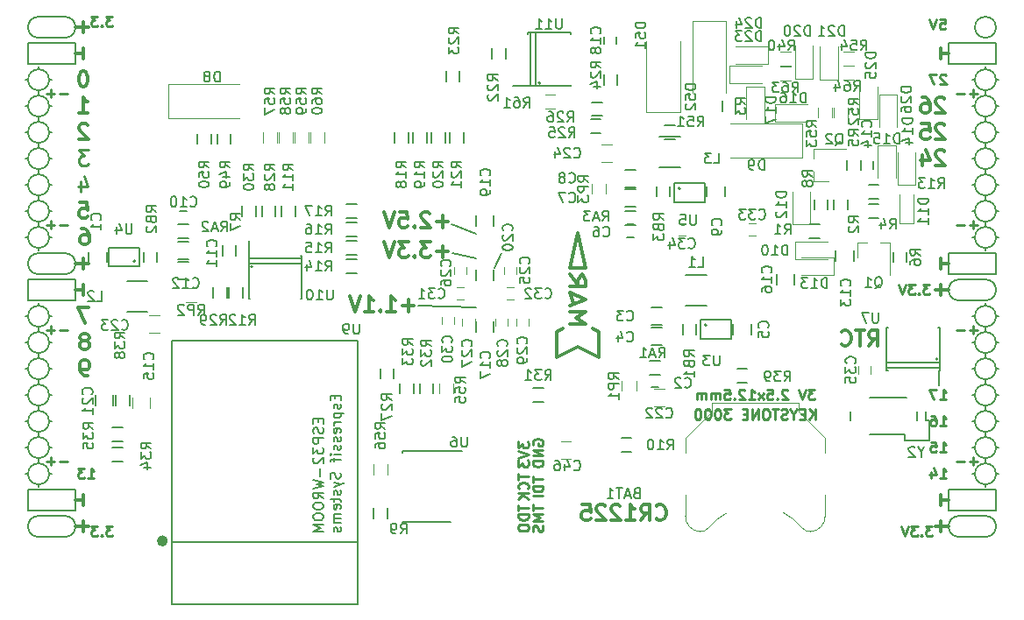
<source format=gbo>
G04 #@! TF.FileFunction,Legend,Bot*
%FSLAX46Y46*%
G04 Gerber Fmt 4.6, Leading zero omitted, Abs format (unit mm)*
G04 Created by KiCad (PCBNEW 4.0.7+dfsg1-1) date Sat Feb 17 12:09:48 2018*
%MOMM*%
%LPD*%
G01*
G04 APERTURE LIST*
%ADD10C,0.100000*%
%ADD11C,0.200000*%
%ADD12C,0.250000*%
%ADD13C,0.300000*%
%ADD14C,0.150000*%
%ADD15C,0.120000*%
%ADD16C,0.500000*%
G04 APERTURE END LIST*
D10*
D11*
X139439000Y-85931000D02*
X140074000Y-84534000D01*
X135248000Y-81740000D02*
X137661000Y-82629000D01*
X135375000Y-84534000D02*
X137661000Y-85042000D01*
X132073000Y-89614000D02*
X137661000Y-89741000D01*
D12*
X170323095Y-97702381D02*
X169704047Y-97702381D01*
X170037381Y-98083333D01*
X169894523Y-98083333D01*
X169799285Y-98130952D01*
X169751666Y-98178571D01*
X169704047Y-98273810D01*
X169704047Y-98511905D01*
X169751666Y-98607143D01*
X169799285Y-98654762D01*
X169894523Y-98702381D01*
X170180238Y-98702381D01*
X170275476Y-98654762D01*
X170323095Y-98607143D01*
X169418333Y-97702381D02*
X169085000Y-98702381D01*
X168751666Y-97702381D01*
X167704047Y-97797619D02*
X167656428Y-97750000D01*
X167561190Y-97702381D01*
X167323094Y-97702381D01*
X167227856Y-97750000D01*
X167180237Y-97797619D01*
X167132618Y-97892857D01*
X167132618Y-97988095D01*
X167180237Y-98130952D01*
X167751666Y-98702381D01*
X167132618Y-98702381D01*
X166704047Y-98607143D02*
X166656428Y-98654762D01*
X166704047Y-98702381D01*
X166751666Y-98654762D01*
X166704047Y-98607143D01*
X166704047Y-98702381D01*
X165751666Y-97702381D02*
X166227857Y-97702381D01*
X166275476Y-98178571D01*
X166227857Y-98130952D01*
X166132619Y-98083333D01*
X165894523Y-98083333D01*
X165799285Y-98130952D01*
X165751666Y-98178571D01*
X165704047Y-98273810D01*
X165704047Y-98511905D01*
X165751666Y-98607143D01*
X165799285Y-98654762D01*
X165894523Y-98702381D01*
X166132619Y-98702381D01*
X166227857Y-98654762D01*
X166275476Y-98607143D01*
X165370714Y-98702381D02*
X164846904Y-98035714D01*
X165370714Y-98035714D02*
X164846904Y-98702381D01*
X163942142Y-98702381D02*
X164513571Y-98702381D01*
X164227857Y-98702381D02*
X164227857Y-97702381D01*
X164323095Y-97845238D01*
X164418333Y-97940476D01*
X164513571Y-97988095D01*
X163561190Y-97797619D02*
X163513571Y-97750000D01*
X163418333Y-97702381D01*
X163180237Y-97702381D01*
X163084999Y-97750000D01*
X163037380Y-97797619D01*
X162989761Y-97892857D01*
X162989761Y-97988095D01*
X163037380Y-98130952D01*
X163608809Y-98702381D01*
X162989761Y-98702381D01*
X162561190Y-98607143D02*
X162513571Y-98654762D01*
X162561190Y-98702381D01*
X162608809Y-98654762D01*
X162561190Y-98607143D01*
X162561190Y-98702381D01*
X161608809Y-97702381D02*
X162085000Y-97702381D01*
X162132619Y-98178571D01*
X162085000Y-98130952D01*
X161989762Y-98083333D01*
X161751666Y-98083333D01*
X161656428Y-98130952D01*
X161608809Y-98178571D01*
X161561190Y-98273810D01*
X161561190Y-98511905D01*
X161608809Y-98607143D01*
X161656428Y-98654762D01*
X161751666Y-98702381D01*
X161989762Y-98702381D01*
X162085000Y-98654762D01*
X162132619Y-98607143D01*
X161132619Y-98702381D02*
X161132619Y-98035714D01*
X161132619Y-98130952D02*
X161085000Y-98083333D01*
X160989762Y-98035714D01*
X160846904Y-98035714D01*
X160751666Y-98083333D01*
X160704047Y-98178571D01*
X160704047Y-98702381D01*
X160704047Y-98178571D02*
X160656428Y-98083333D01*
X160561190Y-98035714D01*
X160418333Y-98035714D01*
X160323095Y-98083333D01*
X160275476Y-98178571D01*
X160275476Y-98702381D01*
X159799286Y-98702381D02*
X159799286Y-98035714D01*
X159799286Y-98130952D02*
X159751667Y-98083333D01*
X159656429Y-98035714D01*
X159513571Y-98035714D01*
X159418333Y-98083333D01*
X159370714Y-98178571D01*
X159370714Y-98702381D01*
X159370714Y-98178571D02*
X159323095Y-98083333D01*
X159227857Y-98035714D01*
X159085000Y-98035714D01*
X158989762Y-98083333D01*
X158942143Y-98178571D01*
X158942143Y-98702381D01*
D13*
X182492000Y-87582000D02*
X182492000Y-88598000D01*
X183254000Y-88090000D02*
X181984000Y-88090000D01*
X182492000Y-110442000D02*
X182492000Y-111458000D01*
X183254000Y-110950000D02*
X181984000Y-110950000D01*
X99688000Y-62182000D02*
X99688000Y-63198000D01*
X98926000Y-62690000D02*
X100196000Y-62690000D01*
X99688000Y-110442000D02*
X99688000Y-111458000D01*
X98926000Y-110950000D02*
X100196000Y-110950000D01*
X99688000Y-85042000D02*
X99688000Y-86058000D01*
X98926000Y-85550000D02*
X100196000Y-85550000D01*
D11*
X187826000Y-62690000D02*
G75*
G03X187826000Y-62690000I-1016000J0D01*
G01*
X184270000Y-87074000D02*
X186810000Y-87074000D01*
X184270000Y-89106000D02*
X186810000Y-89106000D01*
X184270000Y-87074000D02*
G75*
G03X184270000Y-89106000I0J-1016000D01*
G01*
X186810000Y-89106000D02*
G75*
G03X186810000Y-87074000I0J1016000D01*
G01*
X184270000Y-111966000D02*
X186810000Y-111966000D01*
X184270000Y-109934000D02*
X186810000Y-109934000D01*
X184270000Y-109934000D02*
G75*
G03X184270000Y-111966000I0J-1016000D01*
G01*
X186810000Y-111966000D02*
G75*
G03X186810000Y-109934000I0J1016000D01*
G01*
X97910000Y-63706000D02*
G75*
G03X97910000Y-61674000I0J1016000D01*
G01*
X95370000Y-61674000D02*
X97910000Y-61674000D01*
X95370000Y-63706000D02*
X97910000Y-63706000D01*
X95370000Y-61674000D02*
G75*
G03X95370000Y-63706000I0J-1016000D01*
G01*
X95370000Y-86566000D02*
X97910000Y-86566000D01*
X95370000Y-84534000D02*
X97910000Y-84534000D01*
X95370000Y-84534000D02*
G75*
G03X95370000Y-86566000I0J-1016000D01*
G01*
X97910000Y-86566000D02*
G75*
G03X97910000Y-84534000I0J1016000D01*
G01*
X95370000Y-111966000D02*
X97910000Y-111966000D01*
X95370000Y-109934000D02*
X97910000Y-109934000D01*
X95370000Y-109934000D02*
G75*
G03X95370000Y-111966000I0J-1016000D01*
G01*
X97910000Y-111966000D02*
G75*
G03X97910000Y-109934000I0J1016000D01*
G01*
X98926000Y-107394000D02*
X94354000Y-107394000D01*
X98926000Y-109426000D02*
X98926000Y-107394000D01*
X94354000Y-109426000D02*
X98926000Y-109426000D01*
X94354000Y-107394000D02*
X94354000Y-109426000D01*
X187826000Y-107394000D02*
X183254000Y-107394000D01*
X187826000Y-109426000D02*
X187826000Y-107394000D01*
X183254000Y-109426000D02*
X187826000Y-109426000D01*
X183254000Y-107394000D02*
X183254000Y-109426000D01*
X187826000Y-84534000D02*
X183254000Y-84534000D01*
X187826000Y-86566000D02*
X187826000Y-84534000D01*
X183254000Y-86566000D02*
X187826000Y-86566000D01*
X183254000Y-84534000D02*
X183254000Y-86566000D01*
X187826000Y-64214000D02*
X183254000Y-64214000D01*
X187826000Y-66246000D02*
X187826000Y-64214000D01*
X183254000Y-66246000D02*
X187826000Y-66246000D01*
X183254000Y-64214000D02*
X183254000Y-66246000D01*
X98926000Y-64214000D02*
X94354000Y-64214000D01*
X98926000Y-66246000D02*
X98926000Y-64214000D01*
X94354000Y-66246000D02*
X98926000Y-66246000D01*
X94354000Y-64214000D02*
X94354000Y-66246000D01*
X98926000Y-87074000D02*
X94354000Y-87074000D01*
X98926000Y-89106000D02*
X98926000Y-87074000D01*
X94354000Y-89106000D02*
X98926000Y-89106000D01*
X94354000Y-87074000D02*
X94354000Y-89106000D01*
D13*
X182872857Y-74711429D02*
X182801428Y-74640000D01*
X182658571Y-74568571D01*
X182301428Y-74568571D01*
X182158571Y-74640000D01*
X182087142Y-74711429D01*
X182015714Y-74854286D01*
X182015714Y-74997143D01*
X182087142Y-75211429D01*
X182944285Y-76068571D01*
X182015714Y-76068571D01*
X180730000Y-75068571D02*
X180730000Y-76068571D01*
X181087143Y-74497143D02*
X181444286Y-75568571D01*
X180515714Y-75568571D01*
X182872857Y-72171429D02*
X182801428Y-72100000D01*
X182658571Y-72028571D01*
X182301428Y-72028571D01*
X182158571Y-72100000D01*
X182087142Y-72171429D01*
X182015714Y-72314286D01*
X182015714Y-72457143D01*
X182087142Y-72671429D01*
X182944285Y-73528571D01*
X182015714Y-73528571D01*
X180658571Y-72028571D02*
X181372857Y-72028571D01*
X181444286Y-72742857D01*
X181372857Y-72671429D01*
X181230000Y-72600000D01*
X180872857Y-72600000D01*
X180730000Y-72671429D01*
X180658571Y-72742857D01*
X180587143Y-72885714D01*
X180587143Y-73242857D01*
X180658571Y-73385714D01*
X180730000Y-73457143D01*
X180872857Y-73528571D01*
X181230000Y-73528571D01*
X181372857Y-73457143D01*
X181444286Y-73385714D01*
D12*
X186032000Y-91971429D02*
X185270095Y-91971429D01*
X185651047Y-92352381D02*
X185651047Y-91590476D01*
X184793905Y-91971429D02*
X184032000Y-91971429D01*
X186032000Y-69111429D02*
X185270095Y-69111429D01*
X185651047Y-69492381D02*
X185651047Y-68730476D01*
X184793905Y-69111429D02*
X184032000Y-69111429D01*
X186032000Y-81811429D02*
X185270095Y-81811429D01*
X185651047Y-82192381D02*
X185651047Y-81430476D01*
X184793905Y-81811429D02*
X184032000Y-81811429D01*
X186032000Y-104671429D02*
X185270095Y-104671429D01*
X185651047Y-105052381D02*
X185651047Y-104290476D01*
X184793905Y-104671429D02*
X184032000Y-104671429D01*
X98148000Y-104671429D02*
X97386095Y-104671429D01*
X96909905Y-104671429D02*
X96148000Y-104671429D01*
X96528952Y-105052381D02*
X96528952Y-104290476D01*
X98148000Y-91971429D02*
X97386095Y-91971429D01*
X96909905Y-91971429D02*
X96148000Y-91971429D01*
X96528952Y-92352381D02*
X96528952Y-91590476D01*
X98148000Y-81811429D02*
X97386095Y-81811429D01*
X96909905Y-81811429D02*
X96148000Y-81811429D01*
X96528952Y-82192381D02*
X96528952Y-81430476D01*
X98148000Y-69111429D02*
X97386095Y-69111429D01*
X96909905Y-69111429D02*
X96148000Y-69111429D01*
X96528952Y-69492381D02*
X96528952Y-68730476D01*
D13*
X182492000Y-107902000D02*
X182492000Y-108918000D01*
X183254000Y-108410000D02*
X182492000Y-108410000D01*
D11*
X95370000Y-96726000D02*
X95370000Y-97234000D01*
X96386000Y-95710000D02*
X96640000Y-95710000D01*
X94354000Y-95710000D02*
X94100000Y-95710000D01*
X187826000Y-98250000D02*
X188080000Y-98250000D01*
X187826000Y-83010000D02*
X188080000Y-83010000D01*
X95370000Y-107140000D02*
X95370000Y-106886000D01*
X96386000Y-105870000D02*
X96640000Y-105870000D01*
X94354000Y-105870000D02*
X94100000Y-105870000D01*
X94354000Y-103330000D02*
X94100000Y-103330000D01*
X95370000Y-104346000D02*
X95370000Y-104854000D01*
X96386000Y-103330000D02*
X96640000Y-103330000D01*
X94354000Y-100790000D02*
X94100000Y-100790000D01*
X95370000Y-102314000D02*
X95370000Y-101806000D01*
X96386000Y-100790000D02*
X96640000Y-100790000D01*
X95370000Y-99266000D02*
X95370000Y-99774000D01*
X94354000Y-98250000D02*
X94100000Y-98250000D01*
X96386000Y-98250000D02*
X96640000Y-98250000D01*
X95370000Y-94186000D02*
X95370000Y-94694000D01*
X96386000Y-93170000D02*
X96640000Y-93170000D01*
X94354000Y-93170000D02*
X94100000Y-93170000D01*
X94354000Y-90630000D02*
X94100000Y-90630000D01*
X95370000Y-91646000D02*
X95370000Y-92154000D01*
X96640000Y-90630000D02*
X96386000Y-90630000D01*
X95370000Y-89360000D02*
X95370000Y-89614000D01*
X94354000Y-83010000D02*
X94100000Y-83010000D01*
X95370000Y-84280000D02*
X95370000Y-84026000D01*
X96386000Y-83010000D02*
X96640000Y-83010000D01*
X95370000Y-81486000D02*
X95370000Y-81994000D01*
X94354000Y-80470000D02*
X94100000Y-80470000D01*
X96640000Y-80470000D02*
X96386000Y-80470000D01*
X95370000Y-78946000D02*
X95370000Y-79454000D01*
X96386000Y-77930000D02*
X96640000Y-77930000D01*
X94354000Y-77930000D02*
X94100000Y-77930000D01*
X95370000Y-76406000D02*
X95370000Y-76914000D01*
X94354000Y-75390000D02*
X94100000Y-75390000D01*
X96386000Y-75390000D02*
X96640000Y-75390000D01*
X95370000Y-73866000D02*
X95370000Y-74374000D01*
X96386000Y-72850000D02*
X96640000Y-72850000D01*
X94100000Y-72850000D02*
X94354000Y-72850000D01*
X94354000Y-70310000D02*
X94100000Y-70310000D01*
X96640000Y-70310000D02*
X96386000Y-70310000D01*
X95370000Y-71326000D02*
X95370000Y-71834000D01*
X95370000Y-68786000D02*
X95370000Y-69294000D01*
X96386000Y-67770000D02*
X96640000Y-67770000D01*
X94354000Y-67770000D02*
X94100000Y-67770000D01*
X95370000Y-66500000D02*
X95370000Y-66754000D01*
X187826000Y-105870000D02*
X188080000Y-105870000D01*
X186810000Y-107140000D02*
X186810000Y-106886000D01*
X185540000Y-105870000D02*
X185794000Y-105870000D01*
X186810000Y-104346000D02*
X186810000Y-104854000D01*
X187826000Y-103330000D02*
X188080000Y-103330000D01*
X185540000Y-103330000D02*
X185794000Y-103330000D01*
X186810000Y-101806000D02*
X186810000Y-102314000D01*
X187826000Y-100790000D02*
X188080000Y-100790000D01*
X185540000Y-100790000D02*
X185794000Y-100790000D01*
X186810000Y-99266000D02*
X186810000Y-99774000D01*
X185540000Y-98250000D02*
X185794000Y-98250000D01*
X186810000Y-97234000D02*
X186810000Y-96726000D01*
X187826000Y-95710000D02*
X188080000Y-95710000D01*
X185540000Y-95710000D02*
X185794000Y-95710000D01*
X186810000Y-94694000D02*
X186810000Y-94186000D01*
X187826000Y-93170000D02*
X188080000Y-93170000D01*
X185540000Y-93170000D02*
X185794000Y-93170000D01*
X186810000Y-92154000D02*
X186810000Y-91646000D01*
X187826000Y-90630000D02*
X188080000Y-90630000D01*
X185540000Y-90630000D02*
X185794000Y-90630000D01*
X186810000Y-89360000D02*
X186810000Y-89614000D01*
X186810000Y-84280000D02*
X186810000Y-84026000D01*
X185540000Y-83010000D02*
X185794000Y-83010000D01*
X186810000Y-81994000D02*
X186810000Y-81486000D01*
X185794000Y-80470000D02*
X185540000Y-80470000D01*
X187826000Y-80470000D02*
X188080000Y-80470000D01*
X186810000Y-78946000D02*
X186810000Y-79454000D01*
X185794000Y-77930000D02*
X185540000Y-77930000D01*
X187826000Y-77930000D02*
X188080000Y-77930000D01*
X186810000Y-76406000D02*
X186810000Y-76914000D01*
X186810000Y-73866000D02*
X186810000Y-74374000D01*
X185794000Y-75390000D02*
X185540000Y-75390000D01*
X187826000Y-75390000D02*
X188080000Y-75390000D01*
X187826000Y-72850000D02*
X188080000Y-72850000D01*
X185540000Y-72850000D02*
X185794000Y-72850000D01*
X186810000Y-71834000D02*
X186810000Y-71326000D01*
X187826000Y-70310000D02*
X188080000Y-70310000D01*
X185540000Y-70310000D02*
X185794000Y-70310000D01*
X187826000Y-67770000D02*
X188080000Y-67770000D01*
X186810000Y-68786000D02*
X186810000Y-69294000D01*
X185540000Y-67770000D02*
X185794000Y-67770000D01*
X186810000Y-66500000D02*
X186810000Y-66754000D01*
X187826000Y-67770000D02*
G75*
G03X187826000Y-67770000I-1016000J0D01*
G01*
X187826000Y-70310000D02*
G75*
G03X187826000Y-70310000I-1016000J0D01*
G01*
X187826000Y-72850000D02*
G75*
G03X187826000Y-72850000I-1016000J0D01*
G01*
X187826000Y-75390000D02*
G75*
G03X187826000Y-75390000I-1016000J0D01*
G01*
X187826000Y-77930000D02*
G75*
G03X187826000Y-77930000I-1016000J0D01*
G01*
X187826000Y-80470000D02*
G75*
G03X187826000Y-80470000I-1016000J0D01*
G01*
X187826000Y-83010000D02*
G75*
G03X187826000Y-83010000I-1016000J0D01*
G01*
X187826000Y-90630000D02*
G75*
G03X187826000Y-90630000I-1016000J0D01*
G01*
X187826000Y-93170000D02*
G75*
G03X187826000Y-93170000I-1016000J0D01*
G01*
X187826000Y-95710000D02*
G75*
G03X187826000Y-95710000I-1016000J0D01*
G01*
X187826000Y-98250000D02*
G75*
G03X187826000Y-98250000I-1016000J0D01*
G01*
X187826000Y-100790000D02*
G75*
G03X187826000Y-100790000I-1016000J0D01*
G01*
X187826000Y-103330000D02*
G75*
G03X187826000Y-103330000I-1016000J0D01*
G01*
X187826000Y-105870000D02*
G75*
G03X187826000Y-105870000I-1016000J0D01*
G01*
X96386000Y-105870000D02*
G75*
G03X96386000Y-105870000I-1016000J0D01*
G01*
X96386000Y-103330000D02*
G75*
G03X96386000Y-103330000I-1016000J0D01*
G01*
X96386000Y-100790000D02*
G75*
G03X96386000Y-100790000I-1016000J0D01*
G01*
X96386000Y-98250000D02*
G75*
G03X96386000Y-98250000I-1016000J0D01*
G01*
X96386000Y-95710000D02*
G75*
G03X96386000Y-95710000I-1016000J0D01*
G01*
X96386000Y-93170000D02*
G75*
G03X96386000Y-93170000I-1016000J0D01*
G01*
X96386000Y-90630000D02*
G75*
G03X96386000Y-90630000I-1016000J0D01*
G01*
X96386000Y-83010000D02*
G75*
G03X96386000Y-83010000I-1016000J0D01*
G01*
X96386000Y-80470000D02*
G75*
G03X96386000Y-80470000I-1016000J0D01*
G01*
X96386000Y-77930000D02*
G75*
G03X96386000Y-77930000I-1016000J0D01*
G01*
X96386000Y-75390000D02*
G75*
G03X96386000Y-75390000I-1016000J0D01*
G01*
X96386000Y-72850000D02*
G75*
G03X96386000Y-72850000I-1016000J0D01*
G01*
X96386000Y-70310000D02*
G75*
G03X96386000Y-70310000I-1016000J0D01*
G01*
X96386000Y-67770000D02*
G75*
G03X96386000Y-67770000I-1016000J0D01*
G01*
D12*
X182428476Y-61888381D02*
X182904667Y-61888381D01*
X182952286Y-62364571D01*
X182904667Y-62316952D01*
X182809429Y-62269333D01*
X182571333Y-62269333D01*
X182476095Y-62316952D01*
X182428476Y-62364571D01*
X182380857Y-62459810D01*
X182380857Y-62697905D01*
X182428476Y-62793143D01*
X182476095Y-62840762D01*
X182571333Y-62888381D01*
X182809429Y-62888381D01*
X182904667Y-62840762D01*
X182952286Y-62793143D01*
X182095143Y-61888381D02*
X181761810Y-62888381D01*
X181428476Y-61888381D01*
D13*
X182492000Y-64722000D02*
X182492000Y-65738000D01*
X183254000Y-65230000D02*
X182492000Y-65230000D01*
D12*
X182999905Y-67317619D02*
X182952286Y-67270000D01*
X182857048Y-67222381D01*
X182618952Y-67222381D01*
X182523714Y-67270000D01*
X182476095Y-67317619D01*
X182428476Y-67412857D01*
X182428476Y-67508095D01*
X182476095Y-67650952D01*
X183047524Y-68222381D01*
X182428476Y-68222381D01*
X182095143Y-67222381D02*
X181428476Y-67222381D01*
X181857048Y-68222381D01*
D13*
X182872857Y-69631429D02*
X182801428Y-69560000D01*
X182658571Y-69488571D01*
X182301428Y-69488571D01*
X182158571Y-69560000D01*
X182087142Y-69631429D01*
X182015714Y-69774286D01*
X182015714Y-69917143D01*
X182087142Y-70131429D01*
X182944285Y-70988571D01*
X182015714Y-70988571D01*
X180730000Y-69488571D02*
X181015714Y-69488571D01*
X181158571Y-69560000D01*
X181230000Y-69631429D01*
X181372857Y-69845714D01*
X181444286Y-70131429D01*
X181444286Y-70702857D01*
X181372857Y-70845714D01*
X181301429Y-70917143D01*
X181158571Y-70988571D01*
X180872857Y-70988571D01*
X180730000Y-70917143D01*
X180658571Y-70845714D01*
X180587143Y-70702857D01*
X180587143Y-70345714D01*
X180658571Y-70202857D01*
X180730000Y-70131429D01*
X180872857Y-70060000D01*
X181158571Y-70060000D01*
X181301429Y-70131429D01*
X181372857Y-70202857D01*
X181444286Y-70345714D01*
X182492000Y-85042000D02*
X182492000Y-86058000D01*
X183254000Y-85550000D02*
X182492000Y-85550000D01*
D12*
X181428190Y-87542381D02*
X180809142Y-87542381D01*
X181142476Y-87923333D01*
X180999618Y-87923333D01*
X180904380Y-87970952D01*
X180856761Y-88018571D01*
X180809142Y-88113810D01*
X180809142Y-88351905D01*
X180856761Y-88447143D01*
X180904380Y-88494762D01*
X180999618Y-88542381D01*
X181285333Y-88542381D01*
X181380571Y-88494762D01*
X181428190Y-88447143D01*
X180380571Y-88447143D02*
X180332952Y-88494762D01*
X180380571Y-88542381D01*
X180428190Y-88494762D01*
X180380571Y-88447143D01*
X180380571Y-88542381D01*
X179999619Y-87542381D02*
X179380571Y-87542381D01*
X179713905Y-87923333D01*
X179571047Y-87923333D01*
X179475809Y-87970952D01*
X179428190Y-88018571D01*
X179380571Y-88113810D01*
X179380571Y-88351905D01*
X179428190Y-88447143D01*
X179475809Y-88494762D01*
X179571047Y-88542381D01*
X179856762Y-88542381D01*
X179952000Y-88494762D01*
X179999619Y-88447143D01*
X179094857Y-87542381D02*
X178761524Y-88542381D01*
X178428190Y-87542381D01*
X182428476Y-98702381D02*
X182999905Y-98702381D01*
X182714191Y-98702381D02*
X182714191Y-97702381D01*
X182809429Y-97845238D01*
X182904667Y-97940476D01*
X182999905Y-97988095D01*
X182095143Y-97702381D02*
X181428476Y-97702381D01*
X181857048Y-98702381D01*
X182428476Y-101242381D02*
X182999905Y-101242381D01*
X182714191Y-101242381D02*
X182714191Y-100242381D01*
X182809429Y-100385238D01*
X182904667Y-100480476D01*
X182999905Y-100528095D01*
X181571333Y-100242381D02*
X181761810Y-100242381D01*
X181857048Y-100290000D01*
X181904667Y-100337619D01*
X181999905Y-100480476D01*
X182047524Y-100670952D01*
X182047524Y-101051905D01*
X181999905Y-101147143D01*
X181952286Y-101194762D01*
X181857048Y-101242381D01*
X181666571Y-101242381D01*
X181571333Y-101194762D01*
X181523714Y-101147143D01*
X181476095Y-101051905D01*
X181476095Y-100813810D01*
X181523714Y-100718571D01*
X181571333Y-100670952D01*
X181666571Y-100623333D01*
X181857048Y-100623333D01*
X181952286Y-100670952D01*
X181999905Y-100718571D01*
X182047524Y-100813810D01*
X182428476Y-103782381D02*
X182999905Y-103782381D01*
X182714191Y-103782381D02*
X182714191Y-102782381D01*
X182809429Y-102925238D01*
X182904667Y-103020476D01*
X182999905Y-103068095D01*
X181523714Y-102782381D02*
X181999905Y-102782381D01*
X182047524Y-103258571D01*
X181999905Y-103210952D01*
X181904667Y-103163333D01*
X181666571Y-103163333D01*
X181571333Y-103210952D01*
X181523714Y-103258571D01*
X181476095Y-103353810D01*
X181476095Y-103591905D01*
X181523714Y-103687143D01*
X181571333Y-103734762D01*
X181666571Y-103782381D01*
X181904667Y-103782381D01*
X181999905Y-103734762D01*
X182047524Y-103687143D01*
X182428476Y-106322381D02*
X182999905Y-106322381D01*
X182714191Y-106322381D02*
X182714191Y-105322381D01*
X182809429Y-105465238D01*
X182904667Y-105560476D01*
X182999905Y-105608095D01*
X181571333Y-105655714D02*
X181571333Y-106322381D01*
X181809429Y-105274762D02*
X182047524Y-105989048D01*
X181428476Y-105989048D01*
X181682190Y-110910381D02*
X181063142Y-110910381D01*
X181396476Y-111291333D01*
X181253618Y-111291333D01*
X181158380Y-111338952D01*
X181110761Y-111386571D01*
X181063142Y-111481810D01*
X181063142Y-111719905D01*
X181110761Y-111815143D01*
X181158380Y-111862762D01*
X181253618Y-111910381D01*
X181539333Y-111910381D01*
X181634571Y-111862762D01*
X181682190Y-111815143D01*
X180634571Y-111815143D02*
X180586952Y-111862762D01*
X180634571Y-111910381D01*
X180682190Y-111862762D01*
X180634571Y-111815143D01*
X180634571Y-111910381D01*
X180253619Y-110910381D02*
X179634571Y-110910381D01*
X179967905Y-111291333D01*
X179825047Y-111291333D01*
X179729809Y-111338952D01*
X179682190Y-111386571D01*
X179634571Y-111481810D01*
X179634571Y-111719905D01*
X179682190Y-111815143D01*
X179729809Y-111862762D01*
X179825047Y-111910381D01*
X180110762Y-111910381D01*
X180206000Y-111862762D01*
X180253619Y-111815143D01*
X179348857Y-110910381D02*
X179015524Y-111910381D01*
X178682190Y-110910381D01*
D13*
X99688000Y-108918000D02*
X99688000Y-107902000D01*
X98926000Y-108410000D02*
X99688000Y-108410000D01*
X99688000Y-88598000D02*
X99688000Y-87582000D01*
X98926000Y-88090000D02*
X99688000Y-88090000D01*
X99688000Y-64722000D02*
X99688000Y-65738000D01*
X98926000Y-65230000D02*
X99688000Y-65230000D01*
D12*
X102513619Y-110910381D02*
X101894571Y-110910381D01*
X102227905Y-111291333D01*
X102085047Y-111291333D01*
X101989809Y-111338952D01*
X101942190Y-111386571D01*
X101894571Y-111481810D01*
X101894571Y-111719905D01*
X101942190Y-111815143D01*
X101989809Y-111862762D01*
X102085047Y-111910381D01*
X102370762Y-111910381D01*
X102466000Y-111862762D01*
X102513619Y-111815143D01*
X101466000Y-111815143D02*
X101418381Y-111862762D01*
X101466000Y-111910381D01*
X101513619Y-111862762D01*
X101466000Y-111815143D01*
X101466000Y-111910381D01*
X101085048Y-110910381D02*
X100466000Y-110910381D01*
X100799334Y-111291333D01*
X100656476Y-111291333D01*
X100561238Y-111338952D01*
X100513619Y-111386571D01*
X100466000Y-111481810D01*
X100466000Y-111719905D01*
X100513619Y-111815143D01*
X100561238Y-111862762D01*
X100656476Y-111910381D01*
X100942191Y-111910381D01*
X101037429Y-111862762D01*
X101085048Y-111815143D01*
X100132476Y-106322381D02*
X100703905Y-106322381D01*
X100418191Y-106322381D02*
X100418191Y-105322381D01*
X100513429Y-105465238D01*
X100608667Y-105560476D01*
X100703905Y-105608095D01*
X99799143Y-105322381D02*
X99180095Y-105322381D01*
X99513429Y-105703333D01*
X99370571Y-105703333D01*
X99275333Y-105750952D01*
X99227714Y-105798571D01*
X99180095Y-105893810D01*
X99180095Y-106131905D01*
X99227714Y-106227143D01*
X99275333Y-106274762D01*
X99370571Y-106322381D01*
X99656286Y-106322381D01*
X99751524Y-106274762D01*
X99799143Y-106227143D01*
D13*
X100100714Y-96388571D02*
X99814999Y-96388571D01*
X99672142Y-96317143D01*
X99600714Y-96245714D01*
X99457856Y-96031429D01*
X99386428Y-95745714D01*
X99386428Y-95174286D01*
X99457856Y-95031429D01*
X99529285Y-94960000D01*
X99672142Y-94888571D01*
X99957856Y-94888571D01*
X100100714Y-94960000D01*
X100172142Y-95031429D01*
X100243571Y-95174286D01*
X100243571Y-95531429D01*
X100172142Y-95674286D01*
X100100714Y-95745714D01*
X99957856Y-95817143D01*
X99672142Y-95817143D01*
X99529285Y-95745714D01*
X99457856Y-95674286D01*
X99386428Y-95531429D01*
X99957856Y-92991429D02*
X100100714Y-92920000D01*
X100172142Y-92848571D01*
X100243571Y-92705714D01*
X100243571Y-92634286D01*
X100172142Y-92491429D01*
X100100714Y-92420000D01*
X99957856Y-92348571D01*
X99672142Y-92348571D01*
X99529285Y-92420000D01*
X99457856Y-92491429D01*
X99386428Y-92634286D01*
X99386428Y-92705714D01*
X99457856Y-92848571D01*
X99529285Y-92920000D01*
X99672142Y-92991429D01*
X99957856Y-92991429D01*
X100100714Y-93062857D01*
X100172142Y-93134286D01*
X100243571Y-93277143D01*
X100243571Y-93562857D01*
X100172142Y-93705714D01*
X100100714Y-93777143D01*
X99957856Y-93848571D01*
X99672142Y-93848571D01*
X99529285Y-93777143D01*
X99457856Y-93705714D01*
X99386428Y-93562857D01*
X99386428Y-93277143D01*
X99457856Y-93134286D01*
X99529285Y-93062857D01*
X99672142Y-92991429D01*
X100187999Y-89808571D02*
X99187999Y-89808571D01*
X99830856Y-91308571D01*
X99529285Y-82188571D02*
X99814999Y-82188571D01*
X99957856Y-82260000D01*
X100029285Y-82331429D01*
X100172142Y-82545714D01*
X100243571Y-82831429D01*
X100243571Y-83402857D01*
X100172142Y-83545714D01*
X100100714Y-83617143D01*
X99957856Y-83688571D01*
X99672142Y-83688571D01*
X99529285Y-83617143D01*
X99457856Y-83545714D01*
X99386428Y-83402857D01*
X99386428Y-83045714D01*
X99457856Y-82902857D01*
X99529285Y-82831429D01*
X99672142Y-82760000D01*
X99957856Y-82760000D01*
X100100714Y-82831429D01*
X100172142Y-82902857D01*
X100243571Y-83045714D01*
X99330856Y-79648571D02*
X100045142Y-79648571D01*
X100116571Y-80362857D01*
X100045142Y-80291429D01*
X99902285Y-80220000D01*
X99545142Y-80220000D01*
X99402285Y-80291429D01*
X99330856Y-80362857D01*
X99259428Y-80505714D01*
X99259428Y-80862857D01*
X99330856Y-81005714D01*
X99402285Y-81077143D01*
X99545142Y-81148571D01*
X99902285Y-81148571D01*
X100045142Y-81077143D01*
X100116571Y-81005714D01*
D12*
X99402285Y-77608571D02*
X99402285Y-78608571D01*
X99759428Y-77037143D02*
X100116571Y-78108571D01*
X99187999Y-78108571D01*
X100187999Y-74568571D02*
X99259428Y-74568571D01*
X99759428Y-75140000D01*
X99545142Y-75140000D01*
X99402285Y-75211429D01*
X99330856Y-75282857D01*
X99259428Y-75425714D01*
X99259428Y-75782857D01*
X99330856Y-75925714D01*
X99402285Y-75997143D01*
X99545142Y-76068571D01*
X99973714Y-76068571D01*
X100116571Y-75997143D01*
X100187999Y-75925714D01*
D13*
X100116571Y-72171429D02*
X100045142Y-72100000D01*
X99902285Y-72028571D01*
X99545142Y-72028571D01*
X99402285Y-72100000D01*
X99330856Y-72171429D01*
X99259428Y-72314286D01*
X99259428Y-72457143D01*
X99330856Y-72671429D01*
X100187999Y-73528571D01*
X99259428Y-73528571D01*
X99259428Y-70988571D02*
X100116571Y-70988571D01*
X99687999Y-70988571D02*
X99687999Y-69488571D01*
X99830856Y-69702857D01*
X99973714Y-69845714D01*
X100116571Y-69917143D01*
X99759428Y-66948571D02*
X99616571Y-66948571D01*
X99473714Y-67020000D01*
X99402285Y-67091429D01*
X99330856Y-67234286D01*
X99259428Y-67520000D01*
X99259428Y-67877143D01*
X99330856Y-68162857D01*
X99402285Y-68305714D01*
X99473714Y-68377143D01*
X99616571Y-68448571D01*
X99759428Y-68448571D01*
X99902285Y-68377143D01*
X99973714Y-68305714D01*
X100045142Y-68162857D01*
X100116571Y-67877143D01*
X100116571Y-67520000D01*
X100045142Y-67234286D01*
X99973714Y-67091429D01*
X99902285Y-67020000D01*
X99759428Y-66948571D01*
D12*
X102513619Y-61634381D02*
X101894571Y-61634381D01*
X102227905Y-62015333D01*
X102085047Y-62015333D01*
X101989809Y-62062952D01*
X101942190Y-62110571D01*
X101894571Y-62205810D01*
X101894571Y-62443905D01*
X101942190Y-62539143D01*
X101989809Y-62586762D01*
X102085047Y-62634381D01*
X102370762Y-62634381D01*
X102466000Y-62586762D01*
X102513619Y-62539143D01*
X101466000Y-62539143D02*
X101418381Y-62586762D01*
X101466000Y-62634381D01*
X101513619Y-62586762D01*
X101466000Y-62539143D01*
X101466000Y-62634381D01*
X101085048Y-61634381D02*
X100466000Y-61634381D01*
X100799334Y-62015333D01*
X100656476Y-62015333D01*
X100561238Y-62062952D01*
X100513619Y-62110571D01*
X100466000Y-62205810D01*
X100466000Y-62443905D01*
X100513619Y-62539143D01*
X100561238Y-62586762D01*
X100656476Y-62634381D01*
X100942191Y-62634381D01*
X101037429Y-62586762D01*
X101085048Y-62539143D01*
X170370715Y-100607381D02*
X170370715Y-99607381D01*
X169799286Y-100607381D02*
X170227858Y-100035952D01*
X169799286Y-99607381D02*
X170370715Y-100178810D01*
X169370715Y-100083571D02*
X169037381Y-100083571D01*
X168894524Y-100607381D02*
X169370715Y-100607381D01*
X169370715Y-99607381D01*
X168894524Y-99607381D01*
X168275477Y-100131190D02*
X168275477Y-100607381D01*
X168608810Y-99607381D02*
X168275477Y-100131190D01*
X167942143Y-99607381D01*
X167656429Y-100559762D02*
X167513572Y-100607381D01*
X167275476Y-100607381D01*
X167180238Y-100559762D01*
X167132619Y-100512143D01*
X167085000Y-100416905D01*
X167085000Y-100321667D01*
X167132619Y-100226429D01*
X167180238Y-100178810D01*
X167275476Y-100131190D01*
X167465953Y-100083571D01*
X167561191Y-100035952D01*
X167608810Y-99988333D01*
X167656429Y-99893095D01*
X167656429Y-99797857D01*
X167608810Y-99702619D01*
X167561191Y-99655000D01*
X167465953Y-99607381D01*
X167227857Y-99607381D01*
X167085000Y-99655000D01*
X166799286Y-99607381D02*
X166227857Y-99607381D01*
X166513572Y-100607381D02*
X166513572Y-99607381D01*
X165704048Y-99607381D02*
X165513571Y-99607381D01*
X165418333Y-99655000D01*
X165323095Y-99750238D01*
X165275476Y-99940714D01*
X165275476Y-100274048D01*
X165323095Y-100464524D01*
X165418333Y-100559762D01*
X165513571Y-100607381D01*
X165704048Y-100607381D01*
X165799286Y-100559762D01*
X165894524Y-100464524D01*
X165942143Y-100274048D01*
X165942143Y-99940714D01*
X165894524Y-99750238D01*
X165799286Y-99655000D01*
X165704048Y-99607381D01*
X164846905Y-100607381D02*
X164846905Y-99607381D01*
X164275476Y-100607381D01*
X164275476Y-99607381D01*
X163799286Y-100083571D02*
X163465952Y-100083571D01*
X163323095Y-100607381D02*
X163799286Y-100607381D01*
X163799286Y-99607381D01*
X163323095Y-99607381D01*
X162227857Y-99607381D02*
X161608809Y-99607381D01*
X161942143Y-99988333D01*
X161799285Y-99988333D01*
X161704047Y-100035952D01*
X161656428Y-100083571D01*
X161608809Y-100178810D01*
X161608809Y-100416905D01*
X161656428Y-100512143D01*
X161704047Y-100559762D01*
X161799285Y-100607381D01*
X162085000Y-100607381D01*
X162180238Y-100559762D01*
X162227857Y-100512143D01*
X160989762Y-99607381D02*
X160894523Y-99607381D01*
X160799285Y-99655000D01*
X160751666Y-99702619D01*
X160704047Y-99797857D01*
X160656428Y-99988333D01*
X160656428Y-100226429D01*
X160704047Y-100416905D01*
X160751666Y-100512143D01*
X160799285Y-100559762D01*
X160894523Y-100607381D01*
X160989762Y-100607381D01*
X161085000Y-100559762D01*
X161132619Y-100512143D01*
X161180238Y-100416905D01*
X161227857Y-100226429D01*
X161227857Y-99988333D01*
X161180238Y-99797857D01*
X161132619Y-99702619D01*
X161085000Y-99655000D01*
X160989762Y-99607381D01*
X160037381Y-99607381D02*
X159942142Y-99607381D01*
X159846904Y-99655000D01*
X159799285Y-99702619D01*
X159751666Y-99797857D01*
X159704047Y-99988333D01*
X159704047Y-100226429D01*
X159751666Y-100416905D01*
X159799285Y-100512143D01*
X159846904Y-100559762D01*
X159942142Y-100607381D01*
X160037381Y-100607381D01*
X160132619Y-100559762D01*
X160180238Y-100512143D01*
X160227857Y-100416905D01*
X160275476Y-100226429D01*
X160275476Y-99988333D01*
X160227857Y-99797857D01*
X160180238Y-99702619D01*
X160132619Y-99655000D01*
X160037381Y-99607381D01*
X159085000Y-99607381D02*
X158989761Y-99607381D01*
X158894523Y-99655000D01*
X158846904Y-99702619D01*
X158799285Y-99797857D01*
X158751666Y-99988333D01*
X158751666Y-100226429D01*
X158799285Y-100416905D01*
X158846904Y-100512143D01*
X158894523Y-100559762D01*
X158989761Y-100607381D01*
X159085000Y-100607381D01*
X159180238Y-100559762D01*
X159227857Y-100512143D01*
X159275476Y-100416905D01*
X159323095Y-100226429D01*
X159323095Y-99988333D01*
X159275476Y-99797857D01*
X159227857Y-99702619D01*
X159180238Y-99655000D01*
X159085000Y-99607381D01*
D13*
X155027856Y-110215714D02*
X155099285Y-110287143D01*
X155313571Y-110358571D01*
X155456428Y-110358571D01*
X155670713Y-110287143D01*
X155813571Y-110144286D01*
X155884999Y-110001429D01*
X155956428Y-109715714D01*
X155956428Y-109501429D01*
X155884999Y-109215714D01*
X155813571Y-109072857D01*
X155670713Y-108930000D01*
X155456428Y-108858571D01*
X155313571Y-108858571D01*
X155099285Y-108930000D01*
X155027856Y-109001429D01*
X153527856Y-110358571D02*
X154027856Y-109644286D01*
X154384999Y-110358571D02*
X154384999Y-108858571D01*
X153813571Y-108858571D01*
X153670713Y-108930000D01*
X153599285Y-109001429D01*
X153527856Y-109144286D01*
X153527856Y-109358571D01*
X153599285Y-109501429D01*
X153670713Y-109572857D01*
X153813571Y-109644286D01*
X154384999Y-109644286D01*
X152099285Y-110358571D02*
X152956428Y-110358571D01*
X152527856Y-110358571D02*
X152527856Y-108858571D01*
X152670713Y-109072857D01*
X152813571Y-109215714D01*
X152956428Y-109287143D01*
X151527857Y-109001429D02*
X151456428Y-108930000D01*
X151313571Y-108858571D01*
X150956428Y-108858571D01*
X150813571Y-108930000D01*
X150742142Y-109001429D01*
X150670714Y-109144286D01*
X150670714Y-109287143D01*
X150742142Y-109501429D01*
X151599285Y-110358571D01*
X150670714Y-110358571D01*
X150099286Y-109001429D02*
X150027857Y-108930000D01*
X149885000Y-108858571D01*
X149527857Y-108858571D01*
X149385000Y-108930000D01*
X149313571Y-109001429D01*
X149242143Y-109144286D01*
X149242143Y-109287143D01*
X149313571Y-109501429D01*
X150170714Y-110358571D01*
X149242143Y-110358571D01*
X147885000Y-108858571D02*
X148599286Y-108858571D01*
X148670715Y-109572857D01*
X148599286Y-109501429D01*
X148456429Y-109430000D01*
X148099286Y-109430000D01*
X147956429Y-109501429D01*
X147885000Y-109572857D01*
X147813572Y-109715714D01*
X147813572Y-110072857D01*
X147885000Y-110215714D01*
X147956429Y-110287143D01*
X148099286Y-110358571D01*
X148456429Y-110358571D01*
X148599286Y-110287143D01*
X148670715Y-110215714D01*
X134945999Y-81466143D02*
X133803142Y-81466143D01*
X134374571Y-82037571D02*
X134374571Y-80894714D01*
X133160285Y-80680429D02*
X133088856Y-80609000D01*
X132945999Y-80537571D01*
X132588856Y-80537571D01*
X132445999Y-80609000D01*
X132374570Y-80680429D01*
X132303142Y-80823286D01*
X132303142Y-80966143D01*
X132374570Y-81180429D01*
X133231713Y-82037571D01*
X132303142Y-82037571D01*
X131660285Y-81894714D02*
X131588857Y-81966143D01*
X131660285Y-82037571D01*
X131731714Y-81966143D01*
X131660285Y-81894714D01*
X131660285Y-82037571D01*
X130231713Y-80537571D02*
X130945999Y-80537571D01*
X131017428Y-81251857D01*
X130945999Y-81180429D01*
X130803142Y-81109000D01*
X130445999Y-81109000D01*
X130303142Y-81180429D01*
X130231713Y-81251857D01*
X130160285Y-81394714D01*
X130160285Y-81751857D01*
X130231713Y-81894714D01*
X130303142Y-81966143D01*
X130445999Y-82037571D01*
X130803142Y-82037571D01*
X130945999Y-81966143D01*
X131017428Y-81894714D01*
X129731714Y-80537571D02*
X129231714Y-82037571D01*
X128731714Y-80537571D01*
X134945999Y-84387143D02*
X133803142Y-84387143D01*
X134374571Y-84958571D02*
X134374571Y-83815714D01*
X133231713Y-83458571D02*
X132303142Y-83458571D01*
X132803142Y-84030000D01*
X132588856Y-84030000D01*
X132445999Y-84101429D01*
X132374570Y-84172857D01*
X132303142Y-84315714D01*
X132303142Y-84672857D01*
X132374570Y-84815714D01*
X132445999Y-84887143D01*
X132588856Y-84958571D01*
X133017428Y-84958571D01*
X133160285Y-84887143D01*
X133231713Y-84815714D01*
X131660285Y-84815714D02*
X131588857Y-84887143D01*
X131660285Y-84958571D01*
X131731714Y-84887143D01*
X131660285Y-84815714D01*
X131660285Y-84958571D01*
X131088856Y-83458571D02*
X130160285Y-83458571D01*
X130660285Y-84030000D01*
X130445999Y-84030000D01*
X130303142Y-84101429D01*
X130231713Y-84172857D01*
X130160285Y-84315714D01*
X130160285Y-84672857D01*
X130231713Y-84815714D01*
X130303142Y-84887143D01*
X130445999Y-84958571D01*
X130874571Y-84958571D01*
X131017428Y-84887143D01*
X131088856Y-84815714D01*
X129731714Y-83458571D02*
X129231714Y-84958571D01*
X128731714Y-83458571D01*
X131643999Y-89594143D02*
X130501142Y-89594143D01*
X131072571Y-90165571D02*
X131072571Y-89022714D01*
X129001142Y-90165571D02*
X129858285Y-90165571D01*
X129429713Y-90165571D02*
X129429713Y-88665571D01*
X129572570Y-88879857D01*
X129715428Y-89022714D01*
X129858285Y-89094143D01*
X128358285Y-90022714D02*
X128286857Y-90094143D01*
X128358285Y-90165571D01*
X128429714Y-90094143D01*
X128358285Y-90022714D01*
X128358285Y-90165571D01*
X126858285Y-90165571D02*
X127715428Y-90165571D01*
X127286856Y-90165571D02*
X127286856Y-88665571D01*
X127429713Y-88879857D01*
X127572571Y-89022714D01*
X127715428Y-89094143D01*
X126429714Y-88665571D02*
X125929714Y-90165571D01*
X125429714Y-88665571D01*
D12*
X141685381Y-105854286D02*
X141685381Y-106425715D01*
X142685381Y-106140000D02*
X141685381Y-106140000D01*
X142590143Y-107330477D02*
X142637762Y-107282858D01*
X142685381Y-107140001D01*
X142685381Y-107044763D01*
X142637762Y-106901905D01*
X142542524Y-106806667D01*
X142447286Y-106759048D01*
X142256810Y-106711429D01*
X142113952Y-106711429D01*
X141923476Y-106759048D01*
X141828238Y-106806667D01*
X141733000Y-106901905D01*
X141685381Y-107044763D01*
X141685381Y-107140001D01*
X141733000Y-107282858D01*
X141780619Y-107330477D01*
X142685381Y-107759048D02*
X141685381Y-107759048D01*
X142685381Y-108330477D02*
X142113952Y-107901905D01*
X141685381Y-108330477D02*
X142256810Y-107759048D01*
X141685381Y-102726905D02*
X141685381Y-103345953D01*
X142066333Y-103012619D01*
X142066333Y-103155477D01*
X142113952Y-103250715D01*
X142161571Y-103298334D01*
X142256810Y-103345953D01*
X142494905Y-103345953D01*
X142590143Y-103298334D01*
X142637762Y-103250715D01*
X142685381Y-103155477D01*
X142685381Y-102869762D01*
X142637762Y-102774524D01*
X142590143Y-102726905D01*
X141685381Y-103631667D02*
X142685381Y-103965000D01*
X141685381Y-104298334D01*
X141685381Y-104536429D02*
X141685381Y-105155477D01*
X142066333Y-104822143D01*
X142066333Y-104965001D01*
X142113952Y-105060239D01*
X142161571Y-105107858D01*
X142256810Y-105155477D01*
X142494905Y-105155477D01*
X142590143Y-105107858D01*
X142637762Y-105060239D01*
X142685381Y-104965001D01*
X142685381Y-104679286D01*
X142637762Y-104584048D01*
X142590143Y-104536429D01*
X141685381Y-108878476D02*
X141685381Y-109449905D01*
X142685381Y-109164190D02*
X141685381Y-109164190D01*
X142685381Y-109783238D02*
X141685381Y-109783238D01*
X141685381Y-110021333D01*
X141733000Y-110164191D01*
X141828238Y-110259429D01*
X141923476Y-110307048D01*
X142113952Y-110354667D01*
X142256810Y-110354667D01*
X142447286Y-110307048D01*
X142542524Y-110259429D01*
X142637762Y-110164191D01*
X142685381Y-110021333D01*
X142685381Y-109783238D01*
X141685381Y-110973714D02*
X141685381Y-111164191D01*
X141733000Y-111259429D01*
X141828238Y-111354667D01*
X142018714Y-111402286D01*
X142352048Y-111402286D01*
X142542524Y-111354667D01*
X142637762Y-111259429D01*
X142685381Y-111164191D01*
X142685381Y-110973714D01*
X142637762Y-110878476D01*
X142542524Y-110783238D01*
X142352048Y-110735619D01*
X142018714Y-110735619D01*
X141828238Y-110783238D01*
X141733000Y-110878476D01*
X141685381Y-110973714D01*
X143130000Y-103076096D02*
X143082381Y-102980858D01*
X143082381Y-102838001D01*
X143130000Y-102695143D01*
X143225238Y-102599905D01*
X143320476Y-102552286D01*
X143510952Y-102504667D01*
X143653810Y-102504667D01*
X143844286Y-102552286D01*
X143939524Y-102599905D01*
X144034762Y-102695143D01*
X144082381Y-102838001D01*
X144082381Y-102933239D01*
X144034762Y-103076096D01*
X143987143Y-103123715D01*
X143653810Y-103123715D01*
X143653810Y-102933239D01*
X144082381Y-103552286D02*
X143082381Y-103552286D01*
X144082381Y-104123715D01*
X143082381Y-104123715D01*
X144082381Y-104599905D02*
X143082381Y-104599905D01*
X143082381Y-104838000D01*
X143130000Y-104980858D01*
X143225238Y-105076096D01*
X143320476Y-105123715D01*
X143510952Y-105171334D01*
X143653810Y-105171334D01*
X143844286Y-105123715D01*
X143939524Y-105076096D01*
X144034762Y-104980858D01*
X144082381Y-104838000D01*
X144082381Y-104599905D01*
X143082381Y-106116191D02*
X143082381Y-106687620D01*
X144082381Y-106401905D02*
X143082381Y-106401905D01*
X144082381Y-107020953D02*
X143082381Y-107020953D01*
X143082381Y-107259048D01*
X143130000Y-107401906D01*
X143225238Y-107497144D01*
X143320476Y-107544763D01*
X143510952Y-107592382D01*
X143653810Y-107592382D01*
X143844286Y-107544763D01*
X143939524Y-107497144D01*
X144034762Y-107401906D01*
X144082381Y-107259048D01*
X144082381Y-107020953D01*
X144082381Y-108020953D02*
X143082381Y-108020953D01*
X143082381Y-108854667D02*
X143082381Y-109426096D01*
X144082381Y-109140381D02*
X143082381Y-109140381D01*
X144082381Y-109759429D02*
X143082381Y-109759429D01*
X143796667Y-110092763D01*
X143082381Y-110426096D01*
X144082381Y-110426096D01*
X144034762Y-110854667D02*
X144082381Y-110997524D01*
X144082381Y-111235620D01*
X144034762Y-111330858D01*
X143987143Y-111378477D01*
X143891905Y-111426096D01*
X143796667Y-111426096D01*
X143701429Y-111378477D01*
X143653810Y-111330858D01*
X143606190Y-111235620D01*
X143558571Y-111045143D01*
X143510952Y-110949905D01*
X143463333Y-110902286D01*
X143368095Y-110854667D01*
X143272857Y-110854667D01*
X143177619Y-110902286D01*
X143130000Y-110949905D01*
X143082381Y-111045143D01*
X143082381Y-111283239D01*
X143130000Y-111426096D01*
D13*
X175557142Y-93498571D02*
X176057142Y-92784286D01*
X176414285Y-93498571D02*
X176414285Y-91998571D01*
X175842857Y-91998571D01*
X175699999Y-92070000D01*
X175628571Y-92141429D01*
X175557142Y-92284286D01*
X175557142Y-92498571D01*
X175628571Y-92641429D01*
X175699999Y-92712857D01*
X175842857Y-92784286D01*
X176414285Y-92784286D01*
X175128571Y-91998571D02*
X174271428Y-91998571D01*
X174699999Y-93498571D02*
X174699999Y-91998571D01*
X172914285Y-93355714D02*
X172985714Y-93427143D01*
X173200000Y-93498571D01*
X173342857Y-93498571D01*
X173557142Y-93427143D01*
X173700000Y-93284286D01*
X173771428Y-93141429D01*
X173842857Y-92855714D01*
X173842857Y-92641429D01*
X173771428Y-92355714D01*
X173700000Y-92212857D01*
X173557142Y-92070000D01*
X173342857Y-91998571D01*
X173200000Y-91998571D01*
X172985714Y-92070000D01*
X172914285Y-92141429D01*
D14*
X102823000Y-98258000D02*
X102823000Y-99258000D01*
X104173000Y-99258000D02*
X104173000Y-98258000D01*
D15*
X157345000Y-70900000D02*
X154045000Y-70900000D01*
X154045000Y-70900000D02*
X154045000Y-64000000D01*
X157345000Y-70900000D02*
X157345000Y-64000000D01*
D14*
X155830000Y-73525000D02*
X156830000Y-73525000D01*
X156830000Y-72175000D02*
X155830000Y-72175000D01*
X157870000Y-89565000D02*
X159870000Y-89565000D01*
X159870000Y-86615000D02*
X157870000Y-86615000D01*
X159886803Y-91500000D02*
G75*
G03X159886803Y-91500000I-111803J0D01*
G01*
X159275000Y-92800000D02*
X162275000Y-92800000D01*
X162275000Y-92800000D02*
X162275000Y-91000000D01*
X162275000Y-91000000D02*
X159275000Y-91000000D01*
X159275000Y-91000000D02*
X159275000Y-92800000D01*
X105895000Y-87250000D02*
X103895000Y-87250000D01*
X103895000Y-90200000D02*
X105895000Y-90200000D01*
X104736803Y-85315000D02*
G75*
G03X104736803Y-85315000I-111803J0D01*
G01*
X105125000Y-84015000D02*
X102125000Y-84015000D01*
X102125000Y-84015000D02*
X102125000Y-85815000D01*
X102125000Y-85815000D02*
X105125000Y-85815000D01*
X105125000Y-85815000D02*
X105125000Y-84015000D01*
X155330000Y-76230000D02*
X157330000Y-76230000D01*
X157330000Y-73280000D02*
X155330000Y-73280000D01*
X157346803Y-78292000D02*
G75*
G03X157346803Y-78292000I-111803J0D01*
G01*
X156735000Y-79592000D02*
X159735000Y-79592000D01*
X159735000Y-79592000D02*
X159735000Y-77792000D01*
X159735000Y-77792000D02*
X156735000Y-77792000D01*
X156735000Y-77792000D02*
X156735000Y-79592000D01*
X100235000Y-85415000D02*
X100235000Y-84415000D01*
X101935000Y-84415000D02*
X101935000Y-85415000D01*
X155560000Y-91480000D02*
X154560000Y-91480000D01*
X154560000Y-89780000D02*
X155560000Y-89780000D01*
X155560000Y-93385000D02*
X154560000Y-93385000D01*
X154560000Y-91685000D02*
X155560000Y-91685000D01*
X164165000Y-91400000D02*
X164165000Y-92400000D01*
X162465000Y-92400000D02*
X162465000Y-91400000D01*
X153020000Y-80050000D02*
X152020000Y-80050000D01*
X152020000Y-78350000D02*
X153020000Y-78350000D01*
X153020000Y-78145000D02*
X152020000Y-78145000D01*
X152020000Y-76445000D02*
X153020000Y-76445000D01*
X161625000Y-78065000D02*
X161625000Y-79065000D01*
X159925000Y-79065000D02*
X159925000Y-78065000D01*
X108840000Y-83430000D02*
X109840000Y-83430000D01*
X109840000Y-85130000D02*
X108840000Y-85130000D01*
X108840000Y-85335000D02*
X109840000Y-85335000D01*
X109840000Y-87035000D02*
X108840000Y-87035000D01*
X174071000Y-84288000D02*
X174071000Y-85288000D01*
X172371000Y-85288000D02*
X172371000Y-84288000D01*
D15*
X174435000Y-83520000D02*
X175365000Y-83520000D01*
X177595000Y-83520000D02*
X176665000Y-83520000D01*
X177595000Y-83520000D02*
X177595000Y-86680000D01*
X174435000Y-83520000D02*
X174435000Y-84980000D01*
X170175000Y-77605000D02*
X170175000Y-76675000D01*
X170175000Y-74445000D02*
X170175000Y-75375000D01*
X170175000Y-74445000D02*
X173335000Y-74445000D01*
X170175000Y-77605000D02*
X171635000Y-77605000D01*
D14*
X154510000Y-97510000D02*
X155210000Y-97510000D01*
X155210000Y-96310000D02*
X154510000Y-96310000D01*
X152170000Y-82975000D02*
X152870000Y-82975000D01*
X152870000Y-81775000D02*
X152170000Y-81775000D01*
X109690000Y-80505000D02*
X108990000Y-80505000D01*
X108990000Y-81705000D02*
X109690000Y-81705000D01*
X174780000Y-75675000D02*
X174780000Y-76375000D01*
X175980000Y-76375000D02*
X175980000Y-75675000D01*
X170800000Y-81700000D02*
X169800000Y-81700000D01*
X169800000Y-83050000D02*
X170800000Y-83050000D01*
X172165000Y-79335000D02*
X172165000Y-80335000D01*
X173515000Y-80335000D02*
X173515000Y-79335000D01*
X175515000Y-81145000D02*
X176515000Y-81145000D01*
X176515000Y-79795000D02*
X175515000Y-79795000D01*
X174785000Y-76525000D02*
X174785000Y-75525000D01*
X173435000Y-75525000D02*
X173435000Y-76525000D01*
X179230000Y-85415000D02*
X179230000Y-84415000D01*
X177880000Y-84415000D02*
X177880000Y-85415000D01*
X114460000Y-84780000D02*
X114460000Y-83780000D01*
X113110000Y-83780000D02*
X113110000Y-84780000D01*
X170260000Y-79335000D02*
X170260000Y-80335000D01*
X171610000Y-80335000D02*
X171610000Y-79335000D01*
X129065000Y-110180000D02*
X129065000Y-109180000D01*
X127715000Y-109180000D02*
X127715000Y-110180000D01*
X151639000Y-103751000D02*
X152639000Y-103751000D01*
X152639000Y-102401000D02*
X151639000Y-102401000D01*
X175515000Y-79240000D02*
X176515000Y-79240000D01*
X176515000Y-77890000D02*
X175515000Y-77890000D01*
X155360000Y-94965000D02*
X154360000Y-94965000D01*
X154360000Y-96315000D02*
X155360000Y-96315000D01*
X108840000Y-83050000D02*
X109840000Y-83050000D01*
X109840000Y-81700000D02*
X108840000Y-81700000D01*
X153020000Y-80430000D02*
X152020000Y-80430000D01*
X152020000Y-81780000D02*
X153020000Y-81780000D01*
X158910000Y-92400000D02*
X158910000Y-91400000D01*
X157560000Y-91400000D02*
X157560000Y-92400000D01*
X105490000Y-84415000D02*
X105490000Y-85415000D01*
X106840000Y-85415000D02*
X106840000Y-84415000D01*
X156370000Y-79065000D02*
X156370000Y-78065000D01*
X155020000Y-78065000D02*
X155020000Y-79065000D01*
X125096000Y-86479000D02*
X126096000Y-86479000D01*
X126096000Y-85129000D02*
X125096000Y-85129000D01*
X125096000Y-84701000D02*
X126096000Y-84701000D01*
X126096000Y-83351000D02*
X125096000Y-83351000D01*
X125096000Y-82923000D02*
X126096000Y-82923000D01*
X126096000Y-81573000D02*
X125096000Y-81573000D01*
X125096000Y-81145000D02*
X126096000Y-81145000D01*
X126096000Y-79795000D02*
X125096000Y-79795000D01*
X129747000Y-72858000D02*
X129747000Y-73858000D01*
X131097000Y-73858000D02*
X131097000Y-72858000D01*
X131525000Y-72858000D02*
X131525000Y-73858000D01*
X132875000Y-73858000D02*
X132875000Y-72858000D01*
X133303000Y-72858000D02*
X133303000Y-73858000D01*
X134653000Y-73858000D02*
X134653000Y-72858000D01*
X135081000Y-72858000D02*
X135081000Y-73858000D01*
X136431000Y-73858000D02*
X136431000Y-72858000D01*
X151189600Y-64310000D02*
X151189600Y-63610000D01*
X149989600Y-63610000D02*
X149989600Y-64310000D01*
X161370000Y-69810000D02*
X161370000Y-70810000D01*
X162720000Y-70810000D02*
X162720000Y-69810000D01*
X139145000Y-64730000D02*
X139145000Y-65730000D01*
X140495000Y-65730000D02*
X140495000Y-64730000D01*
X134700000Y-66932000D02*
X134700000Y-67932000D01*
X136050000Y-67932000D02*
X136050000Y-66932000D01*
X149940000Y-67270000D02*
X149940000Y-68270000D01*
X151290000Y-68270000D02*
X151290000Y-67270000D01*
X148675000Y-72890000D02*
X149675000Y-72890000D01*
X149675000Y-71540000D02*
X148675000Y-71540000D01*
X148780000Y-71275000D02*
X149780000Y-71275000D01*
X149780000Y-69925000D02*
X148780000Y-69925000D01*
X130510000Y-103690000D02*
X130510000Y-103790000D01*
X130510000Y-110515000D02*
X130510000Y-110490000D01*
X135160000Y-110515000D02*
X135160000Y-110490000D01*
X136235000Y-103690000D02*
X130510000Y-103690000D01*
X135160000Y-110515000D02*
X130510000Y-110515000D01*
X120175000Y-80970000D02*
X120175000Y-79970000D01*
X118825000Y-79970000D02*
X118825000Y-80970000D01*
X113745000Y-87844000D02*
X113745000Y-88844000D01*
X115095000Y-88844000D02*
X115095000Y-87844000D01*
X128350000Y-95675000D02*
X128350000Y-96675000D01*
X129700000Y-96675000D02*
X129700000Y-95675000D01*
X118270000Y-80970000D02*
X118270000Y-79970000D01*
X116920000Y-79970000D02*
X116920000Y-80970000D01*
X112221000Y-87844000D02*
X112221000Y-88844000D01*
X113571000Y-88844000D02*
X113571000Y-87844000D01*
X116365000Y-80970000D02*
X116365000Y-79970000D01*
X115015000Y-79970000D02*
X115015000Y-80970000D01*
X143130000Y-98925000D02*
X144130000Y-98925000D01*
X144130000Y-97575000D02*
X143130000Y-97575000D01*
X132160000Y-97115000D02*
X132160000Y-98115000D01*
X133510000Y-98115000D02*
X133510000Y-97115000D01*
X130255000Y-97115000D02*
X130255000Y-98115000D01*
X131605000Y-98115000D02*
X131605000Y-97115000D01*
X103490000Y-103290000D02*
X102490000Y-103290000D01*
X102490000Y-104640000D02*
X103490000Y-104640000D01*
X102490000Y-102735000D02*
X103490000Y-102735000D01*
X103490000Y-101385000D02*
X102490000Y-101385000D01*
X168356000Y-86574000D02*
X168356000Y-87574000D01*
X166656000Y-87574000D02*
X166656000Y-86574000D01*
X162815000Y-97020000D02*
X163815000Y-97020000D01*
X163815000Y-95670000D02*
X162815000Y-95670000D01*
X137650000Y-92120000D02*
X137650000Y-91120000D01*
X139350000Y-91120000D02*
X139350000Y-92120000D01*
X139350000Y-80920000D02*
X139350000Y-81920000D01*
X137650000Y-81920000D02*
X137650000Y-80920000D01*
X137650000Y-87120000D02*
X137650000Y-86120000D01*
X139350000Y-86120000D02*
X139350000Y-87120000D01*
X100870000Y-99258000D02*
X100870000Y-98258000D01*
X102570000Y-98258000D02*
X102570000Y-99258000D01*
X112602000Y-72985000D02*
X112602000Y-73985000D01*
X113952000Y-73985000D02*
X113952000Y-72985000D01*
X110697000Y-72985000D02*
X110697000Y-73985000D01*
X112047000Y-73985000D02*
X112047000Y-72985000D01*
D15*
X172160000Y-70445000D02*
X172160000Y-71445000D01*
X173520000Y-71445000D02*
X173520000Y-70445000D01*
X170636000Y-70445000D02*
X170636000Y-71445000D01*
X171996000Y-71445000D02*
X171996000Y-70445000D01*
X106126000Y-98512000D02*
X106126000Y-99512000D01*
X104426000Y-99512000D02*
X104426000Y-98512000D01*
X107861000Y-71452000D02*
X107861000Y-68152000D01*
X107861000Y-68152000D02*
X114761000Y-68152000D01*
X107861000Y-71452000D02*
X114761000Y-71452000D01*
X169112000Y-71962000D02*
X169112000Y-75262000D01*
X169112000Y-75262000D02*
X162212000Y-75262000D01*
X169112000Y-71962000D02*
X162212000Y-71962000D01*
X158490000Y-62100000D02*
X161790000Y-62100000D01*
X161790000Y-62100000D02*
X161790000Y-69000000D01*
X158490000Y-62100000D02*
X158490000Y-69000000D01*
X155814000Y-99354000D02*
X154814000Y-99354000D01*
X154814000Y-97654000D02*
X155814000Y-97654000D01*
X106046000Y-90542000D02*
X107046000Y-90542000D01*
X107046000Y-92242000D02*
X106046000Y-92242000D01*
X149734000Y-74032000D02*
X150734000Y-74032000D01*
X150734000Y-75732000D02*
X149734000Y-75732000D01*
X135420000Y-98115000D02*
X135420000Y-97115000D01*
X134060000Y-97115000D02*
X134060000Y-98115000D01*
X160091264Y-111074552D02*
G75*
G02X161785000Y-109670000I4493736J-3695448D01*
G01*
X167317553Y-109624793D02*
G75*
G02X169085000Y-111070000I-2732553J-5145207D01*
G01*
X159170385Y-111454160D02*
G75*
G03X160085000Y-111070000I124615J984160D01*
G01*
X169999615Y-111454160D02*
G75*
G02X169085000Y-111070000I-124615J984160D01*
G01*
X157835000Y-109920000D02*
G75*
G03X159285000Y-111470000I1500000J-50000D01*
G01*
X171335000Y-109920000D02*
G75*
G02X169885000Y-111470000I-1500000J-50000D01*
G01*
X157835000Y-107870000D02*
X157835000Y-109970000D01*
X171335000Y-107870000D02*
X171335000Y-109970000D01*
X171335000Y-103870000D02*
X171335000Y-102420000D01*
X171335000Y-102420000D02*
X168735000Y-99820000D01*
X168735000Y-99820000D02*
X168735000Y-99020000D01*
X168735000Y-99020000D02*
X160435000Y-99020000D01*
X160435000Y-99020000D02*
X160435000Y-99820000D01*
X160435000Y-99820000D02*
X157835000Y-102420000D01*
X157835000Y-102420000D02*
X157835000Y-103870000D01*
X170134000Y-67638000D02*
X168434000Y-67638000D01*
X168434000Y-67638000D02*
X168434000Y-64488000D01*
X170134000Y-67638000D02*
X170134000Y-64488000D01*
X172547000Y-67731000D02*
X170847000Y-67731000D01*
X170847000Y-67731000D02*
X170847000Y-64581000D01*
X172547000Y-67731000D02*
X172547000Y-64581000D01*
X168400000Y-85130000D02*
X168400000Y-83430000D01*
X168400000Y-83430000D02*
X171550000Y-83430000D01*
X168400000Y-85130000D02*
X171550000Y-85130000D01*
X169880000Y-81735000D02*
X168180000Y-81735000D01*
X168180000Y-81735000D02*
X168180000Y-78585000D01*
X169880000Y-81735000D02*
X169880000Y-78585000D01*
X172200000Y-84954000D02*
X172200000Y-86654000D01*
X172200000Y-86654000D02*
X169050000Y-86654000D01*
X172200000Y-84954000D02*
X169050000Y-84954000D01*
X180040000Y-77925000D02*
X178340000Y-77925000D01*
X178340000Y-77925000D02*
X178340000Y-74775000D01*
X180040000Y-77925000D02*
X180040000Y-74775000D01*
X176435000Y-74125000D02*
X178135000Y-74125000D01*
X178135000Y-74125000D02*
X178135000Y-77275000D01*
X176435000Y-74125000D02*
X176435000Y-77275000D01*
X166495000Y-71795000D02*
X166495000Y-70095000D01*
X166495000Y-70095000D02*
X169645000Y-70095000D01*
X166495000Y-71795000D02*
X169645000Y-71795000D01*
X163735000Y-68410000D02*
X165435000Y-68410000D01*
X165435000Y-68410000D02*
X165435000Y-71560000D01*
X163735000Y-68410000D02*
X163735000Y-71560000D01*
X127710000Y-104946000D02*
X127710000Y-105946000D01*
X129070000Y-105946000D02*
X129070000Y-104946000D01*
X117042000Y-72858000D02*
X117042000Y-73858000D01*
X118402000Y-73858000D02*
X118402000Y-72858000D01*
X118566000Y-72858000D02*
X118566000Y-73858000D01*
X119926000Y-73858000D02*
X119926000Y-72858000D01*
X120090000Y-72858000D02*
X120090000Y-73858000D01*
X121450000Y-73858000D02*
X121450000Y-72858000D01*
X121614000Y-72858000D02*
X121614000Y-73858000D01*
X122974000Y-73858000D02*
X122974000Y-72858000D01*
X144280000Y-70580000D02*
X145280000Y-70580000D01*
X145280000Y-69220000D02*
X144280000Y-69220000D01*
D14*
X182200803Y-94757500D02*
G75*
G03X182200803Y-94757500I-89803J0D01*
G01*
X177285000Y-95583000D02*
X182365000Y-95583000D01*
X182365000Y-95075000D02*
X177285000Y-95075000D01*
X182400000Y-95880000D02*
X182350000Y-95880000D01*
X182400000Y-91730000D02*
X182255000Y-91730000D01*
X177250000Y-91730000D02*
X177395000Y-91730000D01*
X177250000Y-95880000D02*
X177395000Y-95880000D01*
X182400000Y-95880000D02*
X182400000Y-91730000D01*
X177250000Y-95880000D02*
X177250000Y-91730000D01*
X182350000Y-95880000D02*
X182350000Y-97280000D01*
X143817303Y-68087500D02*
G75*
G03X143817303Y-68087500I-89803J0D01*
G01*
X142902000Y-63261500D02*
X142902000Y-68341500D01*
X143410000Y-68341500D02*
X143410000Y-63261500D01*
X142605000Y-68376500D02*
X142605000Y-68326500D01*
X146755000Y-68376500D02*
X146755000Y-68231500D01*
X146755000Y-63226500D02*
X146755000Y-63371500D01*
X142605000Y-63226500D02*
X142605000Y-63371500D01*
X142605000Y-68376500D02*
X146755000Y-68376500D01*
X142605000Y-63226500D02*
X146755000Y-63226500D01*
X142605000Y-68326500D02*
X141205000Y-68326500D01*
X116033803Y-85867500D02*
G75*
G03X116033803Y-85867500I-89803J0D01*
G01*
X120770000Y-85042000D02*
X115690000Y-85042000D01*
X115690000Y-85550000D02*
X120770000Y-85550000D01*
X115655000Y-84745000D02*
X115705000Y-84745000D01*
X115655000Y-88895000D02*
X115800000Y-88895000D01*
X120805000Y-88895000D02*
X120660000Y-88895000D01*
X120805000Y-84745000D02*
X120660000Y-84745000D01*
X115655000Y-84745000D02*
X115655000Y-88895000D01*
X120805000Y-84745000D02*
X120805000Y-88895000D01*
X115705000Y-84745000D02*
X115705000Y-83345000D01*
D16*
X107607981Y-112354000D02*
G75*
G03X107607981Y-112354000I-283981J0D01*
G01*
D14*
X126230000Y-112500000D02*
X108230000Y-112500000D01*
X108230000Y-118500000D02*
X108230000Y-93000000D01*
X126230000Y-118500000D02*
X126230000Y-93000000D01*
X126230000Y-93000000D02*
X108230000Y-93000000D01*
X126230000Y-118500000D02*
X108230000Y-118500000D01*
X181412000Y-100682000D02*
X181012000Y-100682000D01*
X181412000Y-102682000D02*
X181412000Y-100682000D01*
X179012000Y-102682000D02*
X181412000Y-102682000D01*
X179012000Y-102082000D02*
X179012000Y-102682000D01*
X173812000Y-99882000D02*
X173812000Y-100682000D01*
X179212000Y-98482000D02*
X175612000Y-98482000D01*
X179012000Y-102082000D02*
X175612000Y-102082000D01*
X180212000Y-99882000D02*
X180212000Y-100682000D01*
X181012000Y-99882000D02*
X181012000Y-100682000D01*
D13*
X148240000Y-90179000D02*
X146640000Y-90179000D01*
X147240000Y-90779000D02*
X148240000Y-90179000D01*
X148240000Y-91379000D02*
X147240000Y-90779000D01*
X146640000Y-91379000D02*
X148240000Y-91379000D01*
X145440000Y-92179000D02*
X146040000Y-91779000D01*
X149440000Y-92179000D02*
X148840000Y-91779000D01*
X149440000Y-94579000D02*
X149440000Y-92179000D01*
X147440000Y-82579000D02*
X148240000Y-85979000D01*
X146640000Y-85979000D02*
X147440000Y-82579000D01*
X148240000Y-85979000D02*
X146640000Y-85979000D01*
X147440000Y-87579000D02*
X146640000Y-86579000D01*
X147440000Y-87179000D02*
X147440000Y-87779000D01*
X147840000Y-86579000D02*
X147440000Y-87179000D01*
X148240000Y-87179000D02*
X147840000Y-86579000D01*
X148240000Y-87779000D02*
X148240000Y-87179000D01*
X148240000Y-87779000D02*
X146640000Y-87779000D01*
X146640000Y-88379000D02*
X147040000Y-89379000D01*
X148240000Y-88979000D02*
X146640000Y-88379000D01*
X146640000Y-89579000D02*
X148240000Y-88979000D01*
X145440000Y-94579000D02*
X145440000Y-92179000D01*
X147440000Y-93579000D02*
X145440000Y-94579000D01*
X149440000Y-94579000D02*
X147440000Y-93579000D01*
D15*
X179890000Y-81635000D02*
X178490000Y-81635000D01*
X178490000Y-81635000D02*
X178490000Y-78835000D01*
X179890000Y-81635000D02*
X179890000Y-78835000D01*
X141500000Y-86570000D02*
X141500000Y-85870000D01*
X140300000Y-85870000D02*
X140300000Y-86570000D01*
X136700000Y-86570000D02*
X136700000Y-85870000D01*
X135500000Y-85870000D02*
X135500000Y-86570000D01*
X137500000Y-91570000D02*
X137500000Y-90870000D01*
X136300000Y-90870000D02*
X136300000Y-91570000D01*
X140700000Y-91570000D02*
X140700000Y-90870000D01*
X139500000Y-90870000D02*
X139500000Y-91570000D01*
X142700000Y-91570000D02*
X142700000Y-90870000D01*
X141500000Y-90870000D02*
X141500000Y-91570000D01*
X135500000Y-91370000D02*
X135500000Y-90670000D01*
X134300000Y-90670000D02*
X134300000Y-91370000D01*
X136450000Y-87820000D02*
X135750000Y-87820000D01*
X135750000Y-89020000D02*
X136450000Y-89020000D01*
X140550000Y-89020000D02*
X141250000Y-89020000D01*
X141250000Y-87820000D02*
X140550000Y-87820000D01*
X163950000Y-82820000D02*
X164650000Y-82820000D01*
X164650000Y-81620000D02*
X163950000Y-81620000D01*
X157850000Y-81620000D02*
X157150000Y-81620000D01*
X157150000Y-82820000D02*
X157850000Y-82820000D01*
X174500000Y-95470000D02*
X174500000Y-96170000D01*
X175700000Y-96170000D02*
X175700000Y-95470000D01*
X168006000Y-66455000D02*
X167006000Y-66455000D01*
X167006000Y-67815000D02*
X168006000Y-67815000D01*
X173100000Y-67800000D02*
X174100000Y-67800000D01*
X174100000Y-66440000D02*
X173100000Y-66440000D01*
X162050000Y-68112000D02*
X162050000Y-66412000D01*
X162050000Y-66412000D02*
X165200000Y-66412000D01*
X162050000Y-68112000D02*
X165200000Y-68112000D01*
X165850000Y-64507000D02*
X165850000Y-66207000D01*
X165850000Y-66207000D02*
X162700000Y-66207000D01*
X165850000Y-64507000D02*
X162700000Y-64507000D01*
X176357000Y-71575000D02*
X174657000Y-71575000D01*
X174657000Y-71575000D02*
X174657000Y-68425000D01*
X176357000Y-71575000D02*
X176357000Y-68425000D01*
X176562000Y-69172000D02*
X178262000Y-69172000D01*
X178262000Y-69172000D02*
X178262000Y-72322000D01*
X176562000Y-69172000D02*
X176562000Y-72322000D01*
X168006000Y-65058000D02*
X167006000Y-65058000D01*
X167006000Y-66418000D02*
X168006000Y-66418000D01*
X174102000Y-65058000D02*
X173102000Y-65058000D01*
X173102000Y-66418000D02*
X174102000Y-66418000D01*
X153073000Y-97861000D02*
X153073000Y-96861000D01*
X151713000Y-96861000D02*
X151713000Y-97861000D01*
X110602000Y-87918000D02*
X109602000Y-87918000D01*
X109602000Y-89278000D02*
X110602000Y-89278000D01*
X150152000Y-78811000D02*
X150152000Y-77811000D01*
X148792000Y-77811000D02*
X148792000Y-78811000D01*
X146797000Y-104434000D02*
X145797000Y-104434000D01*
X145797000Y-102734000D02*
X146797000Y-102734000D01*
D14*
X103696381Y-92781143D02*
X103220190Y-92447809D01*
X103696381Y-92209714D02*
X102696381Y-92209714D01*
X102696381Y-92590667D01*
X102744000Y-92685905D01*
X102791619Y-92733524D01*
X102886857Y-92781143D01*
X103029714Y-92781143D01*
X103124952Y-92733524D01*
X103172571Y-92685905D01*
X103220190Y-92590667D01*
X103220190Y-92209714D01*
X102696381Y-93114476D02*
X102696381Y-93733524D01*
X103077333Y-93400190D01*
X103077333Y-93543048D01*
X103124952Y-93638286D01*
X103172571Y-93685905D01*
X103267810Y-93733524D01*
X103505905Y-93733524D01*
X103601143Y-93685905D01*
X103648762Y-93638286D01*
X103696381Y-93543048D01*
X103696381Y-93257333D01*
X103648762Y-93162095D01*
X103601143Y-93114476D01*
X103124952Y-94304952D02*
X103077333Y-94209714D01*
X103029714Y-94162095D01*
X102934476Y-94114476D01*
X102886857Y-94114476D01*
X102791619Y-94162095D01*
X102744000Y-94209714D01*
X102696381Y-94304952D01*
X102696381Y-94495429D01*
X102744000Y-94590667D01*
X102791619Y-94638286D01*
X102886857Y-94685905D01*
X102934476Y-94685905D01*
X103029714Y-94638286D01*
X103077333Y-94590667D01*
X103124952Y-94495429D01*
X103124952Y-94304952D01*
X103172571Y-94209714D01*
X103220190Y-94162095D01*
X103315429Y-94114476D01*
X103505905Y-94114476D01*
X103601143Y-94162095D01*
X103648762Y-94209714D01*
X103696381Y-94304952D01*
X103696381Y-94495429D01*
X103648762Y-94590667D01*
X103601143Y-94638286D01*
X103505905Y-94685905D01*
X103315429Y-94685905D01*
X103220190Y-94638286D01*
X103172571Y-94590667D01*
X103124952Y-94495429D01*
X153988381Y-62237714D02*
X152988381Y-62237714D01*
X152988381Y-62475809D01*
X153036000Y-62618667D01*
X153131238Y-62713905D01*
X153226476Y-62761524D01*
X153416952Y-62809143D01*
X153559810Y-62809143D01*
X153750286Y-62761524D01*
X153845524Y-62713905D01*
X153940762Y-62618667D01*
X153988381Y-62475809D01*
X153988381Y-62237714D01*
X152988381Y-63713905D02*
X152988381Y-63237714D01*
X153464571Y-63190095D01*
X153416952Y-63237714D01*
X153369333Y-63332952D01*
X153369333Y-63571048D01*
X153416952Y-63666286D01*
X153464571Y-63713905D01*
X153559810Y-63761524D01*
X153797905Y-63761524D01*
X153893143Y-63713905D01*
X153940762Y-63666286D01*
X153988381Y-63571048D01*
X153988381Y-63332952D01*
X153940762Y-63237714D01*
X153893143Y-63190095D01*
X153988381Y-64713905D02*
X153988381Y-64142476D01*
X153988381Y-64428190D02*
X152988381Y-64428190D01*
X153131238Y-64332952D01*
X153226476Y-64237714D01*
X153274095Y-64142476D01*
X159004857Y-72286381D02*
X159338191Y-71810190D01*
X159576286Y-72286381D02*
X159576286Y-71286381D01*
X159195333Y-71286381D01*
X159100095Y-71334000D01*
X159052476Y-71381619D01*
X159004857Y-71476857D01*
X159004857Y-71619714D01*
X159052476Y-71714952D01*
X159100095Y-71762571D01*
X159195333Y-71810190D01*
X159576286Y-71810190D01*
X158100095Y-71286381D02*
X158576286Y-71286381D01*
X158623905Y-71762571D01*
X158576286Y-71714952D01*
X158481048Y-71667333D01*
X158242952Y-71667333D01*
X158147714Y-71714952D01*
X158100095Y-71762571D01*
X158052476Y-71857810D01*
X158052476Y-72095905D01*
X158100095Y-72191143D01*
X158147714Y-72238762D01*
X158242952Y-72286381D01*
X158481048Y-72286381D01*
X158576286Y-72238762D01*
X158623905Y-72191143D01*
X157100095Y-72286381D02*
X157671524Y-72286381D01*
X157385810Y-72286381D02*
X157385810Y-71286381D01*
X157481048Y-71429238D01*
X157576286Y-71524476D01*
X157671524Y-71572095D01*
X159036666Y-85842381D02*
X159512857Y-85842381D01*
X159512857Y-84842381D01*
X158179523Y-85842381D02*
X158750952Y-85842381D01*
X158465238Y-85842381D02*
X158465238Y-84842381D01*
X158560476Y-84985238D01*
X158655714Y-85080476D01*
X158750952Y-85128095D01*
D11*
X161155905Y-94400381D02*
X161155905Y-95209905D01*
X161108286Y-95305143D01*
X161060667Y-95352762D01*
X160965429Y-95400381D01*
X160774952Y-95400381D01*
X160679714Y-95352762D01*
X160632095Y-95305143D01*
X160584476Y-95209905D01*
X160584476Y-94400381D01*
X160203524Y-94400381D02*
X159584476Y-94400381D01*
X159917810Y-94781333D01*
X159774952Y-94781333D01*
X159679714Y-94828952D01*
X159632095Y-94876571D01*
X159584476Y-94971810D01*
X159584476Y-95209905D01*
X159632095Y-95305143D01*
X159679714Y-95352762D01*
X159774952Y-95400381D01*
X160060667Y-95400381D01*
X160155905Y-95352762D01*
X160203524Y-95305143D01*
D14*
X100997666Y-89177381D02*
X101473857Y-89177381D01*
X101473857Y-88177381D01*
X100711952Y-88272619D02*
X100664333Y-88225000D01*
X100569095Y-88177381D01*
X100330999Y-88177381D01*
X100235761Y-88225000D01*
X100188142Y-88272619D01*
X100140523Y-88367857D01*
X100140523Y-88463095D01*
X100188142Y-88605952D01*
X100759571Y-89177381D01*
X100140523Y-89177381D01*
D11*
X104386905Y-81670381D02*
X104386905Y-82479905D01*
X104339286Y-82575143D01*
X104291667Y-82622762D01*
X104196429Y-82670381D01*
X104005952Y-82670381D01*
X103910714Y-82622762D01*
X103863095Y-82575143D01*
X103815476Y-82479905D01*
X103815476Y-81670381D01*
X102910714Y-82003714D02*
X102910714Y-82670381D01*
X103148810Y-81622762D02*
X103386905Y-82337048D01*
X102767857Y-82337048D01*
D14*
X160560666Y-75842381D02*
X161036857Y-75842381D01*
X161036857Y-74842381D01*
X160322571Y-74842381D02*
X159703523Y-74842381D01*
X160036857Y-75223333D01*
X159893999Y-75223333D01*
X159798761Y-75270952D01*
X159751142Y-75318571D01*
X159703523Y-75413810D01*
X159703523Y-75651905D01*
X159751142Y-75747143D01*
X159798761Y-75794762D01*
X159893999Y-75842381D01*
X160179714Y-75842381D01*
X160274952Y-75794762D01*
X160322571Y-75747143D01*
D11*
X158869905Y-80811381D02*
X158869905Y-81620905D01*
X158822286Y-81716143D01*
X158774667Y-81763762D01*
X158679429Y-81811381D01*
X158488952Y-81811381D01*
X158393714Y-81763762D01*
X158346095Y-81716143D01*
X158298476Y-81620905D01*
X158298476Y-80811381D01*
X157346095Y-80811381D02*
X157822286Y-80811381D01*
X157869905Y-81287571D01*
X157822286Y-81239952D01*
X157727048Y-81192333D01*
X157488952Y-81192333D01*
X157393714Y-81239952D01*
X157346095Y-81287571D01*
X157298476Y-81382810D01*
X157298476Y-81620905D01*
X157346095Y-81716143D01*
X157393714Y-81763762D01*
X157488952Y-81811381D01*
X157727048Y-81811381D01*
X157822286Y-81763762D01*
X157869905Y-81716143D01*
D14*
X101315143Y-81319334D02*
X101362762Y-81271715D01*
X101410381Y-81128858D01*
X101410381Y-81033620D01*
X101362762Y-80890762D01*
X101267524Y-80795524D01*
X101172286Y-80747905D01*
X100981810Y-80700286D01*
X100838952Y-80700286D01*
X100648476Y-80747905D01*
X100553238Y-80795524D01*
X100458000Y-80890762D01*
X100410381Y-81033620D01*
X100410381Y-81128858D01*
X100458000Y-81271715D01*
X100505619Y-81319334D01*
X101410381Y-82271715D02*
X101410381Y-81700286D01*
X101410381Y-81986000D02*
X100410381Y-81986000D01*
X100553238Y-81890762D01*
X100648476Y-81795524D01*
X100696095Y-81700286D01*
X152178666Y-90987143D02*
X152226285Y-91034762D01*
X152369142Y-91082381D01*
X152464380Y-91082381D01*
X152607238Y-91034762D01*
X152702476Y-90939524D01*
X152750095Y-90844286D01*
X152797714Y-90653810D01*
X152797714Y-90510952D01*
X152750095Y-90320476D01*
X152702476Y-90225238D01*
X152607238Y-90130000D01*
X152464380Y-90082381D01*
X152369142Y-90082381D01*
X152226285Y-90130000D01*
X152178666Y-90177619D01*
X151845333Y-90082381D02*
X151226285Y-90082381D01*
X151559619Y-90463333D01*
X151416761Y-90463333D01*
X151321523Y-90510952D01*
X151273904Y-90558571D01*
X151226285Y-90653810D01*
X151226285Y-90891905D01*
X151273904Y-90987143D01*
X151321523Y-91034762D01*
X151416761Y-91082381D01*
X151702476Y-91082381D01*
X151797714Y-91034762D01*
X151845333Y-90987143D01*
X152178666Y-93019143D02*
X152226285Y-93066762D01*
X152369142Y-93114381D01*
X152464380Y-93114381D01*
X152607238Y-93066762D01*
X152702476Y-92971524D01*
X152750095Y-92876286D01*
X152797714Y-92685810D01*
X152797714Y-92542952D01*
X152750095Y-92352476D01*
X152702476Y-92257238D01*
X152607238Y-92162000D01*
X152464380Y-92114381D01*
X152369142Y-92114381D01*
X152226285Y-92162000D01*
X152178666Y-92209619D01*
X151321523Y-92447714D02*
X151321523Y-93114381D01*
X151559619Y-92066762D02*
X151797714Y-92781048D01*
X151178666Y-92781048D01*
X165772143Y-91733334D02*
X165819762Y-91685715D01*
X165867381Y-91542858D01*
X165867381Y-91447620D01*
X165819762Y-91304762D01*
X165724524Y-91209524D01*
X165629286Y-91161905D01*
X165438810Y-91114286D01*
X165295952Y-91114286D01*
X165105476Y-91161905D01*
X165010238Y-91209524D01*
X164915000Y-91304762D01*
X164867381Y-91447620D01*
X164867381Y-91542858D01*
X164915000Y-91685715D01*
X164962619Y-91733334D01*
X164867381Y-92638096D02*
X164867381Y-92161905D01*
X165343571Y-92114286D01*
X165295952Y-92161905D01*
X165248333Y-92257143D01*
X165248333Y-92495239D01*
X165295952Y-92590477D01*
X165343571Y-92638096D01*
X165438810Y-92685715D01*
X165676905Y-92685715D01*
X165772143Y-92638096D01*
X165819762Y-92590477D01*
X165867381Y-92495239D01*
X165867381Y-92257143D01*
X165819762Y-92161905D01*
X165772143Y-92114286D01*
X146590666Y-79557143D02*
X146638285Y-79604762D01*
X146781142Y-79652381D01*
X146876380Y-79652381D01*
X147019238Y-79604762D01*
X147114476Y-79509524D01*
X147162095Y-79414286D01*
X147209714Y-79223810D01*
X147209714Y-79080952D01*
X147162095Y-78890476D01*
X147114476Y-78795238D01*
X147019238Y-78700000D01*
X146876380Y-78652381D01*
X146781142Y-78652381D01*
X146638285Y-78700000D01*
X146590666Y-78747619D01*
X146257333Y-78652381D02*
X145590666Y-78652381D01*
X146019238Y-79652381D01*
X146590666Y-77652143D02*
X146638285Y-77699762D01*
X146781142Y-77747381D01*
X146876380Y-77747381D01*
X147019238Y-77699762D01*
X147114476Y-77604524D01*
X147162095Y-77509286D01*
X147209714Y-77318810D01*
X147209714Y-77175952D01*
X147162095Y-76985476D01*
X147114476Y-76890238D01*
X147019238Y-76795000D01*
X146876380Y-76747381D01*
X146781142Y-76747381D01*
X146638285Y-76795000D01*
X146590666Y-76842619D01*
X146019238Y-77175952D02*
X146114476Y-77128333D01*
X146162095Y-77080714D01*
X146209714Y-76985476D01*
X146209714Y-76937857D01*
X146162095Y-76842619D01*
X146114476Y-76795000D01*
X146019238Y-76747381D01*
X145828761Y-76747381D01*
X145733523Y-76795000D01*
X145685904Y-76842619D01*
X145638285Y-76937857D01*
X145638285Y-76985476D01*
X145685904Y-77080714D01*
X145733523Y-77128333D01*
X145828761Y-77175952D01*
X146019238Y-77175952D01*
X146114476Y-77223571D01*
X146162095Y-77271190D01*
X146209714Y-77366429D01*
X146209714Y-77556905D01*
X146162095Y-77652143D01*
X146114476Y-77699762D01*
X146019238Y-77747381D01*
X145828761Y-77747381D01*
X145733523Y-77699762D01*
X145685904Y-77652143D01*
X145638285Y-77556905D01*
X145638285Y-77366429D01*
X145685904Y-77271190D01*
X145733523Y-77223571D01*
X145828761Y-77175952D01*
X161259143Y-81827334D02*
X161306762Y-81779715D01*
X161354381Y-81636858D01*
X161354381Y-81541620D01*
X161306762Y-81398762D01*
X161211524Y-81303524D01*
X161116286Y-81255905D01*
X160925810Y-81208286D01*
X160782952Y-81208286D01*
X160592476Y-81255905D01*
X160497238Y-81303524D01*
X160402000Y-81398762D01*
X160354381Y-81541620D01*
X160354381Y-81636858D01*
X160402000Y-81779715D01*
X160449619Y-81827334D01*
X161354381Y-82303524D02*
X161354381Y-82494000D01*
X161306762Y-82589239D01*
X161259143Y-82636858D01*
X161116286Y-82732096D01*
X160925810Y-82779715D01*
X160544857Y-82779715D01*
X160449619Y-82732096D01*
X160402000Y-82684477D01*
X160354381Y-82589239D01*
X160354381Y-82398762D01*
X160402000Y-82303524D01*
X160449619Y-82255905D01*
X160544857Y-82208286D01*
X160782952Y-82208286D01*
X160878190Y-82255905D01*
X160925810Y-82303524D01*
X160973429Y-82398762D01*
X160973429Y-82589239D01*
X160925810Y-82684477D01*
X160878190Y-82732096D01*
X160782952Y-82779715D01*
X112491143Y-83891143D02*
X112538762Y-83843524D01*
X112586381Y-83700667D01*
X112586381Y-83605429D01*
X112538762Y-83462571D01*
X112443524Y-83367333D01*
X112348286Y-83319714D01*
X112157810Y-83272095D01*
X112014952Y-83272095D01*
X111824476Y-83319714D01*
X111729238Y-83367333D01*
X111634000Y-83462571D01*
X111586381Y-83605429D01*
X111586381Y-83700667D01*
X111634000Y-83843524D01*
X111681619Y-83891143D01*
X112586381Y-84843524D02*
X112586381Y-84272095D01*
X112586381Y-84557809D02*
X111586381Y-84557809D01*
X111729238Y-84462571D01*
X111824476Y-84367333D01*
X111872095Y-84272095D01*
X112586381Y-85795905D02*
X112586381Y-85224476D01*
X112586381Y-85510190D02*
X111586381Y-85510190D01*
X111729238Y-85414952D01*
X111824476Y-85319714D01*
X111872095Y-85224476D01*
X110236857Y-87812143D02*
X110284476Y-87859762D01*
X110427333Y-87907381D01*
X110522571Y-87907381D01*
X110665429Y-87859762D01*
X110760667Y-87764524D01*
X110808286Y-87669286D01*
X110855905Y-87478810D01*
X110855905Y-87335952D01*
X110808286Y-87145476D01*
X110760667Y-87050238D01*
X110665429Y-86955000D01*
X110522571Y-86907381D01*
X110427333Y-86907381D01*
X110284476Y-86955000D01*
X110236857Y-87002619D01*
X109284476Y-87907381D02*
X109855905Y-87907381D01*
X109570191Y-87907381D02*
X109570191Y-86907381D01*
X109665429Y-87050238D01*
X109760667Y-87145476D01*
X109855905Y-87193095D01*
X108903524Y-87002619D02*
X108855905Y-86955000D01*
X108760667Y-86907381D01*
X108522571Y-86907381D01*
X108427333Y-86955000D01*
X108379714Y-87002619D01*
X108332095Y-87097857D01*
X108332095Y-87193095D01*
X108379714Y-87335952D01*
X108951143Y-87907381D01*
X108332095Y-87907381D01*
X173705143Y-87701143D02*
X173752762Y-87653524D01*
X173800381Y-87510667D01*
X173800381Y-87415429D01*
X173752762Y-87272571D01*
X173657524Y-87177333D01*
X173562286Y-87129714D01*
X173371810Y-87082095D01*
X173228952Y-87082095D01*
X173038476Y-87129714D01*
X172943238Y-87177333D01*
X172848000Y-87272571D01*
X172800381Y-87415429D01*
X172800381Y-87510667D01*
X172848000Y-87653524D01*
X172895619Y-87701143D01*
X173800381Y-88653524D02*
X173800381Y-88082095D01*
X173800381Y-88367809D02*
X172800381Y-88367809D01*
X172943238Y-88272571D01*
X173038476Y-88177333D01*
X173086095Y-88082095D01*
X172800381Y-88986857D02*
X172800381Y-89605905D01*
X173181333Y-89272571D01*
X173181333Y-89415429D01*
X173228952Y-89510667D01*
X173276571Y-89558286D01*
X173371810Y-89605905D01*
X173609905Y-89605905D01*
X173705143Y-89558286D01*
X173752762Y-89510667D01*
X173800381Y-89415429D01*
X173800381Y-89129714D01*
X173752762Y-89034476D01*
X173705143Y-88986857D01*
X176110238Y-87939119D02*
X176205476Y-87891500D01*
X176300714Y-87796262D01*
X176443571Y-87653405D01*
X176538810Y-87605786D01*
X176634048Y-87605786D01*
X176586429Y-87843881D02*
X176681667Y-87796262D01*
X176776905Y-87701024D01*
X176824524Y-87510548D01*
X176824524Y-87177214D01*
X176776905Y-86986738D01*
X176681667Y-86891500D01*
X176586429Y-86843881D01*
X176395952Y-86843881D01*
X176300714Y-86891500D01*
X176205476Y-86986738D01*
X176157857Y-87177214D01*
X176157857Y-87510548D01*
X176205476Y-87701024D01*
X176300714Y-87796262D01*
X176395952Y-87843881D01*
X176586429Y-87843881D01*
X175205476Y-87843881D02*
X175776905Y-87843881D01*
X175491191Y-87843881D02*
X175491191Y-86843881D01*
X175586429Y-86986738D01*
X175681667Y-87081976D01*
X175776905Y-87129595D01*
X172325238Y-74072619D02*
X172420476Y-74025000D01*
X172515714Y-73929762D01*
X172658571Y-73786905D01*
X172753810Y-73739286D01*
X172849048Y-73739286D01*
X172801429Y-73977381D02*
X172896667Y-73929762D01*
X172991905Y-73834524D01*
X173039524Y-73644048D01*
X173039524Y-73310714D01*
X172991905Y-73120238D01*
X172896667Y-73025000D01*
X172801429Y-72977381D01*
X172610952Y-72977381D01*
X172515714Y-73025000D01*
X172420476Y-73120238D01*
X172372857Y-73310714D01*
X172372857Y-73644048D01*
X172420476Y-73834524D01*
X172515714Y-73929762D01*
X172610952Y-73977381D01*
X172801429Y-73977381D01*
X171991905Y-73072619D02*
X171944286Y-73025000D01*
X171849048Y-72977381D01*
X171610952Y-72977381D01*
X171515714Y-73025000D01*
X171468095Y-73072619D01*
X171420476Y-73167857D01*
X171420476Y-73263095D01*
X171468095Y-73405952D01*
X172039524Y-73977381D01*
X171420476Y-73977381D01*
X157766666Y-97464143D02*
X157814285Y-97511762D01*
X157957142Y-97559381D01*
X158052380Y-97559381D01*
X158195238Y-97511762D01*
X158290476Y-97416524D01*
X158338095Y-97321286D01*
X158385714Y-97130810D01*
X158385714Y-96987952D01*
X158338095Y-96797476D01*
X158290476Y-96702238D01*
X158195238Y-96607000D01*
X158052380Y-96559381D01*
X157957142Y-96559381D01*
X157814285Y-96607000D01*
X157766666Y-96654619D01*
X157385714Y-96654619D02*
X157338095Y-96607000D01*
X157242857Y-96559381D01*
X157004761Y-96559381D01*
X156909523Y-96607000D01*
X156861904Y-96654619D01*
X156814285Y-96749857D01*
X156814285Y-96845095D01*
X156861904Y-96987952D01*
X157433333Y-97559381D01*
X156814285Y-97559381D01*
X149892666Y-82859143D02*
X149940285Y-82906762D01*
X150083142Y-82954381D01*
X150178380Y-82954381D01*
X150321238Y-82906762D01*
X150416476Y-82811524D01*
X150464095Y-82716286D01*
X150511714Y-82525810D01*
X150511714Y-82382952D01*
X150464095Y-82192476D01*
X150416476Y-82097238D01*
X150321238Y-82002000D01*
X150178380Y-81954381D01*
X150083142Y-81954381D01*
X149940285Y-82002000D01*
X149892666Y-82049619D01*
X149035523Y-81954381D02*
X149226000Y-81954381D01*
X149321238Y-82002000D01*
X149368857Y-82049619D01*
X149464095Y-82192476D01*
X149511714Y-82382952D01*
X149511714Y-82763905D01*
X149464095Y-82859143D01*
X149416476Y-82906762D01*
X149321238Y-82954381D01*
X149130761Y-82954381D01*
X149035523Y-82906762D01*
X148987904Y-82859143D01*
X148940285Y-82763905D01*
X148940285Y-82525810D01*
X148987904Y-82430571D01*
X149035523Y-82382952D01*
X149130761Y-82335333D01*
X149321238Y-82335333D01*
X149416476Y-82382952D01*
X149464095Y-82430571D01*
X149511714Y-82525810D01*
X110022857Y-79957143D02*
X110070476Y-80004762D01*
X110213333Y-80052381D01*
X110308571Y-80052381D01*
X110451429Y-80004762D01*
X110546667Y-79909524D01*
X110594286Y-79814286D01*
X110641905Y-79623810D01*
X110641905Y-79480952D01*
X110594286Y-79290476D01*
X110546667Y-79195238D01*
X110451429Y-79100000D01*
X110308571Y-79052381D01*
X110213333Y-79052381D01*
X110070476Y-79100000D01*
X110022857Y-79147619D01*
X109070476Y-80052381D02*
X109641905Y-80052381D01*
X109356191Y-80052381D02*
X109356191Y-79052381D01*
X109451429Y-79195238D01*
X109546667Y-79290476D01*
X109641905Y-79338095D01*
X108451429Y-79052381D02*
X108356190Y-79052381D01*
X108260952Y-79100000D01*
X108213333Y-79147619D01*
X108165714Y-79242857D01*
X108118095Y-79433333D01*
X108118095Y-79671429D01*
X108165714Y-79861905D01*
X108213333Y-79957143D01*
X108260952Y-80004762D01*
X108356190Y-80052381D01*
X108451429Y-80052381D01*
X108546667Y-80004762D01*
X108594286Y-79957143D01*
X108641905Y-79861905D01*
X108689524Y-79671429D01*
X108689524Y-79433333D01*
X108641905Y-79242857D01*
X108594286Y-79147619D01*
X108546667Y-79100000D01*
X108451429Y-79052381D01*
X175737143Y-72334143D02*
X175784762Y-72286524D01*
X175832381Y-72143667D01*
X175832381Y-72048429D01*
X175784762Y-71905571D01*
X175689524Y-71810333D01*
X175594286Y-71762714D01*
X175403810Y-71715095D01*
X175260952Y-71715095D01*
X175070476Y-71762714D01*
X174975238Y-71810333D01*
X174880000Y-71905571D01*
X174832381Y-72048429D01*
X174832381Y-72143667D01*
X174880000Y-72286524D01*
X174927619Y-72334143D01*
X175832381Y-73286524D02*
X175832381Y-72715095D01*
X175832381Y-73000809D02*
X174832381Y-73000809D01*
X174975238Y-72905571D01*
X175070476Y-72810333D01*
X175118095Y-72715095D01*
X175165714Y-74143667D02*
X175832381Y-74143667D01*
X174784762Y-73905571D02*
X175499048Y-73667476D01*
X175499048Y-74286524D01*
X167418666Y-82700381D02*
X167752000Y-82224190D01*
X167990095Y-82700381D02*
X167990095Y-81700381D01*
X167609142Y-81700381D01*
X167513904Y-81748000D01*
X167466285Y-81795619D01*
X167418666Y-81890857D01*
X167418666Y-82033714D01*
X167466285Y-82128952D01*
X167513904Y-82176571D01*
X167609142Y-82224190D01*
X167990095Y-82224190D01*
X166466285Y-82700381D02*
X167037714Y-82700381D01*
X166752000Y-82700381D02*
X166752000Y-81700381D01*
X166847238Y-81843238D01*
X166942476Y-81938476D01*
X167037714Y-81986095D01*
X174562381Y-81573334D02*
X174086190Y-81240000D01*
X174562381Y-81001905D02*
X173562381Y-81001905D01*
X173562381Y-81382858D01*
X173610000Y-81478096D01*
X173657619Y-81525715D01*
X173752857Y-81573334D01*
X173895714Y-81573334D01*
X173990952Y-81525715D01*
X174038571Y-81478096D01*
X174086190Y-81382858D01*
X174086190Y-81001905D01*
X173657619Y-81954286D02*
X173610000Y-82001905D01*
X173562381Y-82097143D01*
X173562381Y-82335239D01*
X173610000Y-82430477D01*
X173657619Y-82478096D01*
X173752857Y-82525715D01*
X173848095Y-82525715D01*
X173990952Y-82478096D01*
X174562381Y-81906667D01*
X174562381Y-82525715D01*
X177578666Y-82192381D02*
X177912000Y-81716190D01*
X178150095Y-82192381D02*
X178150095Y-81192381D01*
X177769142Y-81192381D01*
X177673904Y-81240000D01*
X177626285Y-81287619D01*
X177578666Y-81382857D01*
X177578666Y-81525714D01*
X177626285Y-81620952D01*
X177673904Y-81668571D01*
X177769142Y-81716190D01*
X178150095Y-81716190D01*
X176721523Y-81525714D02*
X176721523Y-82192381D01*
X176959619Y-81144762D02*
X177197714Y-81859048D01*
X176578666Y-81859048D01*
X174562381Y-73191334D02*
X174086190Y-72858000D01*
X174562381Y-72619905D02*
X173562381Y-72619905D01*
X173562381Y-73000858D01*
X173610000Y-73096096D01*
X173657619Y-73143715D01*
X173752857Y-73191334D01*
X173895714Y-73191334D01*
X173990952Y-73143715D01*
X174038571Y-73096096D01*
X174086190Y-73000858D01*
X174086190Y-72619905D01*
X173562381Y-74096096D02*
X173562381Y-73619905D01*
X174038571Y-73572286D01*
X173990952Y-73619905D01*
X173943333Y-73715143D01*
X173943333Y-73953239D01*
X173990952Y-74048477D01*
X174038571Y-74096096D01*
X174133810Y-74143715D01*
X174371905Y-74143715D01*
X174467143Y-74096096D01*
X174514762Y-74048477D01*
X174562381Y-73953239D01*
X174562381Y-73715143D01*
X174514762Y-73619905D01*
X174467143Y-73572286D01*
X180531381Y-84748334D02*
X180055190Y-84415000D01*
X180531381Y-84176905D02*
X179531381Y-84176905D01*
X179531381Y-84557858D01*
X179579000Y-84653096D01*
X179626619Y-84700715D01*
X179721857Y-84748334D01*
X179864714Y-84748334D01*
X179959952Y-84700715D01*
X180007571Y-84653096D01*
X180055190Y-84557858D01*
X180055190Y-84176905D01*
X179531381Y-85605477D02*
X179531381Y-85415000D01*
X179579000Y-85319762D01*
X179626619Y-85272143D01*
X179769476Y-85176905D01*
X179959952Y-85129286D01*
X180340905Y-85129286D01*
X180436143Y-85176905D01*
X180483762Y-85224524D01*
X180531381Y-85319762D01*
X180531381Y-85510239D01*
X180483762Y-85605477D01*
X180436143Y-85653096D01*
X180340905Y-85700715D01*
X180102810Y-85700715D01*
X180007571Y-85653096D01*
X179959952Y-85605477D01*
X179912333Y-85510239D01*
X179912333Y-85319762D01*
X179959952Y-85224524D01*
X180007571Y-85176905D01*
X180102810Y-85129286D01*
X114872381Y-81319334D02*
X114396190Y-80986000D01*
X114872381Y-80747905D02*
X113872381Y-80747905D01*
X113872381Y-81128858D01*
X113920000Y-81224096D01*
X113967619Y-81271715D01*
X114062857Y-81319334D01*
X114205714Y-81319334D01*
X114300952Y-81271715D01*
X114348571Y-81224096D01*
X114396190Y-81128858D01*
X114396190Y-80747905D01*
X113872381Y-81652667D02*
X113872381Y-82319334D01*
X114872381Y-81890762D01*
X170117381Y-77128334D02*
X169641190Y-76795000D01*
X170117381Y-76556905D02*
X169117381Y-76556905D01*
X169117381Y-76937858D01*
X169165000Y-77033096D01*
X169212619Y-77080715D01*
X169307857Y-77128334D01*
X169450714Y-77128334D01*
X169545952Y-77080715D01*
X169593571Y-77033096D01*
X169641190Y-76937858D01*
X169641190Y-76556905D01*
X169545952Y-77699762D02*
X169498333Y-77604524D01*
X169450714Y-77556905D01*
X169355476Y-77509286D01*
X169307857Y-77509286D01*
X169212619Y-77556905D01*
X169165000Y-77604524D01*
X169117381Y-77699762D01*
X169117381Y-77890239D01*
X169165000Y-77985477D01*
X169212619Y-78033096D01*
X169307857Y-78080715D01*
X169355476Y-78080715D01*
X169450714Y-78033096D01*
X169498333Y-77985477D01*
X169545952Y-77890239D01*
X169545952Y-77699762D01*
X169593571Y-77604524D01*
X169641190Y-77556905D01*
X169736429Y-77509286D01*
X169926905Y-77509286D01*
X170022143Y-77556905D01*
X170069762Y-77604524D01*
X170117381Y-77699762D01*
X170117381Y-77890239D01*
X170069762Y-77985477D01*
X170022143Y-78033096D01*
X169926905Y-78080715D01*
X169736429Y-78080715D01*
X169641190Y-78033096D01*
X169593571Y-77985477D01*
X169545952Y-77890239D01*
X130334666Y-111656381D02*
X130668000Y-111180190D01*
X130906095Y-111656381D02*
X130906095Y-110656381D01*
X130525142Y-110656381D01*
X130429904Y-110704000D01*
X130382285Y-110751619D01*
X130334666Y-110846857D01*
X130334666Y-110989714D01*
X130382285Y-111084952D01*
X130429904Y-111132571D01*
X130525142Y-111180190D01*
X130906095Y-111180190D01*
X129858476Y-111656381D02*
X129668000Y-111656381D01*
X129572761Y-111608762D01*
X129525142Y-111561143D01*
X129429904Y-111418286D01*
X129382285Y-111227810D01*
X129382285Y-110846857D01*
X129429904Y-110751619D01*
X129477523Y-110704000D01*
X129572761Y-110656381D01*
X129763238Y-110656381D01*
X129858476Y-110704000D01*
X129906095Y-110751619D01*
X129953714Y-110846857D01*
X129953714Y-111084952D01*
X129906095Y-111180190D01*
X129858476Y-111227810D01*
X129763238Y-111275429D01*
X129572761Y-111275429D01*
X129477523Y-111227810D01*
X129429904Y-111180190D01*
X129382285Y-111084952D01*
X156083857Y-103528381D02*
X156417191Y-103052190D01*
X156655286Y-103528381D02*
X156655286Y-102528381D01*
X156274333Y-102528381D01*
X156179095Y-102576000D01*
X156131476Y-102623619D01*
X156083857Y-102718857D01*
X156083857Y-102861714D01*
X156131476Y-102956952D01*
X156179095Y-103004571D01*
X156274333Y-103052190D01*
X156655286Y-103052190D01*
X155131476Y-103528381D02*
X155702905Y-103528381D01*
X155417191Y-103528381D02*
X155417191Y-102528381D01*
X155512429Y-102671238D01*
X155607667Y-102766476D01*
X155702905Y-102814095D01*
X154512429Y-102528381D02*
X154417190Y-102528381D01*
X154321952Y-102576000D01*
X154274333Y-102623619D01*
X154226714Y-102718857D01*
X154179095Y-102909333D01*
X154179095Y-103147429D01*
X154226714Y-103337905D01*
X154274333Y-103433143D01*
X154321952Y-103480762D01*
X154417190Y-103528381D01*
X154512429Y-103528381D01*
X154607667Y-103480762D01*
X154655286Y-103433143D01*
X154702905Y-103337905D01*
X154750524Y-103147429D01*
X154750524Y-102909333D01*
X154702905Y-102718857D01*
X154655286Y-102623619D01*
X154607667Y-102576000D01*
X154512429Y-102528381D01*
X182245857Y-78255381D02*
X182579191Y-77779190D01*
X182817286Y-78255381D02*
X182817286Y-77255381D01*
X182436333Y-77255381D01*
X182341095Y-77303000D01*
X182293476Y-77350619D01*
X182245857Y-77445857D01*
X182245857Y-77588714D01*
X182293476Y-77683952D01*
X182341095Y-77731571D01*
X182436333Y-77779190D01*
X182817286Y-77779190D01*
X181293476Y-78255381D02*
X181864905Y-78255381D01*
X181579191Y-78255381D02*
X181579191Y-77255381D01*
X181674429Y-77398238D01*
X181769667Y-77493476D01*
X181864905Y-77541095D01*
X180960143Y-77255381D02*
X180341095Y-77255381D01*
X180674429Y-77636333D01*
X180531571Y-77636333D01*
X180436333Y-77683952D01*
X180388714Y-77731571D01*
X180341095Y-77826810D01*
X180341095Y-78064905D01*
X180388714Y-78160143D01*
X180436333Y-78207762D01*
X180531571Y-78255381D01*
X180817286Y-78255381D01*
X180912524Y-78207762D01*
X180960143Y-78160143D01*
X155274238Y-94638381D02*
X155607572Y-94162190D01*
X155845667Y-94638381D02*
X155845667Y-93638381D01*
X155464714Y-93638381D01*
X155369476Y-93686000D01*
X155321857Y-93733619D01*
X155274238Y-93828857D01*
X155274238Y-93971714D01*
X155321857Y-94066952D01*
X155369476Y-94114571D01*
X155464714Y-94162190D01*
X155845667Y-94162190D01*
X154893286Y-94352667D02*
X154417095Y-94352667D01*
X154988524Y-94638381D02*
X154655191Y-93638381D01*
X154321857Y-94638381D01*
X153464714Y-94638381D02*
X154036143Y-94638381D01*
X153750429Y-94638381D02*
X153750429Y-93638381D01*
X153845667Y-93781238D01*
X153940905Y-93876476D01*
X154036143Y-93924095D01*
X112983238Y-82446381D02*
X113316572Y-81970190D01*
X113554667Y-82446381D02*
X113554667Y-81446381D01*
X113173714Y-81446381D01*
X113078476Y-81494000D01*
X113030857Y-81541619D01*
X112983238Y-81636857D01*
X112983238Y-81779714D01*
X113030857Y-81874952D01*
X113078476Y-81922571D01*
X113173714Y-81970190D01*
X113554667Y-81970190D01*
X112602286Y-82160667D02*
X112126095Y-82160667D01*
X112697524Y-82446381D02*
X112364191Y-81446381D01*
X112030857Y-82446381D01*
X111745143Y-81541619D02*
X111697524Y-81494000D01*
X111602286Y-81446381D01*
X111364190Y-81446381D01*
X111268952Y-81494000D01*
X111221333Y-81541619D01*
X111173714Y-81636857D01*
X111173714Y-81732095D01*
X111221333Y-81874952D01*
X111792762Y-82446381D01*
X111173714Y-82446381D01*
X149813238Y-81430381D02*
X150146572Y-80954190D01*
X150384667Y-81430381D02*
X150384667Y-80430381D01*
X150003714Y-80430381D01*
X149908476Y-80478000D01*
X149860857Y-80525619D01*
X149813238Y-80620857D01*
X149813238Y-80763714D01*
X149860857Y-80858952D01*
X149908476Y-80906571D01*
X150003714Y-80954190D01*
X150384667Y-80954190D01*
X149432286Y-81144667D02*
X148956095Y-81144667D01*
X149527524Y-81430381D02*
X149194191Y-80430381D01*
X148860857Y-81430381D01*
X148622762Y-80430381D02*
X148003714Y-80430381D01*
X148337048Y-80811333D01*
X148194190Y-80811333D01*
X148098952Y-80858952D01*
X148051333Y-80906571D01*
X148003714Y-81001810D01*
X148003714Y-81239905D01*
X148051333Y-81335143D01*
X148098952Y-81382762D01*
X148194190Y-81430381D01*
X148479905Y-81430381D01*
X148575143Y-81382762D01*
X148622762Y-81335143D01*
X158687381Y-94535334D02*
X158211190Y-94202000D01*
X158687381Y-93963905D02*
X157687381Y-93963905D01*
X157687381Y-94344858D01*
X157735000Y-94440096D01*
X157782619Y-94487715D01*
X157877857Y-94535334D01*
X158020714Y-94535334D01*
X158115952Y-94487715D01*
X158163571Y-94440096D01*
X158211190Y-94344858D01*
X158211190Y-93963905D01*
X158163571Y-95297239D02*
X158211190Y-95440096D01*
X158258810Y-95487715D01*
X158354048Y-95535334D01*
X158496905Y-95535334D01*
X158592143Y-95487715D01*
X158639762Y-95440096D01*
X158687381Y-95344858D01*
X158687381Y-94963905D01*
X157687381Y-94963905D01*
X157687381Y-95297239D01*
X157735000Y-95392477D01*
X157782619Y-95440096D01*
X157877857Y-95487715D01*
X157973095Y-95487715D01*
X158068333Y-95440096D01*
X158115952Y-95392477D01*
X158163571Y-95297239D01*
X158163571Y-94963905D01*
X158687381Y-96487715D02*
X158687381Y-95916286D01*
X158687381Y-96202000D02*
X157687381Y-96202000D01*
X157830238Y-96106762D01*
X157925476Y-96011524D01*
X157973095Y-95916286D01*
X106744381Y-80565334D02*
X106268190Y-80232000D01*
X106744381Y-79993905D02*
X105744381Y-79993905D01*
X105744381Y-80374858D01*
X105792000Y-80470096D01*
X105839619Y-80517715D01*
X105934857Y-80565334D01*
X106077714Y-80565334D01*
X106172952Y-80517715D01*
X106220571Y-80470096D01*
X106268190Y-80374858D01*
X106268190Y-79993905D01*
X106220571Y-81327239D02*
X106268190Y-81470096D01*
X106315810Y-81517715D01*
X106411048Y-81565334D01*
X106553905Y-81565334D01*
X106649143Y-81517715D01*
X106696762Y-81470096D01*
X106744381Y-81374858D01*
X106744381Y-80993905D01*
X105744381Y-80993905D01*
X105744381Y-81327239D01*
X105792000Y-81422477D01*
X105839619Y-81470096D01*
X105934857Y-81517715D01*
X106030095Y-81517715D01*
X106125333Y-81470096D01*
X106172952Y-81422477D01*
X106220571Y-81327239D01*
X106220571Y-80993905D01*
X105839619Y-81946286D02*
X105792000Y-81993905D01*
X105744381Y-82089143D01*
X105744381Y-82327239D01*
X105792000Y-82422477D01*
X105839619Y-82470096D01*
X105934857Y-82517715D01*
X106030095Y-82517715D01*
X106172952Y-82470096D01*
X106744381Y-81898667D01*
X106744381Y-82517715D01*
X155752381Y-81327334D02*
X155276190Y-80994000D01*
X155752381Y-80755905D02*
X154752381Y-80755905D01*
X154752381Y-81136858D01*
X154800000Y-81232096D01*
X154847619Y-81279715D01*
X154942857Y-81327334D01*
X155085714Y-81327334D01*
X155180952Y-81279715D01*
X155228571Y-81232096D01*
X155276190Y-81136858D01*
X155276190Y-80755905D01*
X155228571Y-82089239D02*
X155276190Y-82232096D01*
X155323810Y-82279715D01*
X155419048Y-82327334D01*
X155561905Y-82327334D01*
X155657143Y-82279715D01*
X155704762Y-82232096D01*
X155752381Y-82136858D01*
X155752381Y-81755905D01*
X154752381Y-81755905D01*
X154752381Y-82089239D01*
X154800000Y-82184477D01*
X154847619Y-82232096D01*
X154942857Y-82279715D01*
X155038095Y-82279715D01*
X155133333Y-82232096D01*
X155180952Y-82184477D01*
X155228571Y-82089239D01*
X155228571Y-81755905D01*
X154752381Y-82660667D02*
X154752381Y-83279715D01*
X155133333Y-82946381D01*
X155133333Y-83089239D01*
X155180952Y-83184477D01*
X155228571Y-83232096D01*
X155323810Y-83279715D01*
X155561905Y-83279715D01*
X155657143Y-83232096D01*
X155704762Y-83184477D01*
X155752381Y-83089239D01*
X155752381Y-82803524D01*
X155704762Y-82708286D01*
X155657143Y-82660667D01*
X123063857Y-86256381D02*
X123397191Y-85780190D01*
X123635286Y-86256381D02*
X123635286Y-85256381D01*
X123254333Y-85256381D01*
X123159095Y-85304000D01*
X123111476Y-85351619D01*
X123063857Y-85446857D01*
X123063857Y-85589714D01*
X123111476Y-85684952D01*
X123159095Y-85732571D01*
X123254333Y-85780190D01*
X123635286Y-85780190D01*
X122111476Y-86256381D02*
X122682905Y-86256381D01*
X122397191Y-86256381D02*
X122397191Y-85256381D01*
X122492429Y-85399238D01*
X122587667Y-85494476D01*
X122682905Y-85542095D01*
X121254333Y-85589714D02*
X121254333Y-86256381D01*
X121492429Y-85208762D02*
X121730524Y-85923048D01*
X121111476Y-85923048D01*
X123063857Y-84479381D02*
X123397191Y-84003190D01*
X123635286Y-84479381D02*
X123635286Y-83479381D01*
X123254333Y-83479381D01*
X123159095Y-83527000D01*
X123111476Y-83574619D01*
X123063857Y-83669857D01*
X123063857Y-83812714D01*
X123111476Y-83907952D01*
X123159095Y-83955571D01*
X123254333Y-84003190D01*
X123635286Y-84003190D01*
X122111476Y-84479381D02*
X122682905Y-84479381D01*
X122397191Y-84479381D02*
X122397191Y-83479381D01*
X122492429Y-83622238D01*
X122587667Y-83717476D01*
X122682905Y-83765095D01*
X121206714Y-83479381D02*
X121682905Y-83479381D01*
X121730524Y-83955571D01*
X121682905Y-83907952D01*
X121587667Y-83860333D01*
X121349571Y-83860333D01*
X121254333Y-83907952D01*
X121206714Y-83955571D01*
X121159095Y-84050810D01*
X121159095Y-84288905D01*
X121206714Y-84384143D01*
X121254333Y-84431762D01*
X121349571Y-84479381D01*
X121587667Y-84479381D01*
X121682905Y-84431762D01*
X121730524Y-84384143D01*
X123063857Y-82700381D02*
X123397191Y-82224190D01*
X123635286Y-82700381D02*
X123635286Y-81700381D01*
X123254333Y-81700381D01*
X123159095Y-81748000D01*
X123111476Y-81795619D01*
X123063857Y-81890857D01*
X123063857Y-82033714D01*
X123111476Y-82128952D01*
X123159095Y-82176571D01*
X123254333Y-82224190D01*
X123635286Y-82224190D01*
X122111476Y-82700381D02*
X122682905Y-82700381D01*
X122397191Y-82700381D02*
X122397191Y-81700381D01*
X122492429Y-81843238D01*
X122587667Y-81938476D01*
X122682905Y-81986095D01*
X121254333Y-81700381D02*
X121444810Y-81700381D01*
X121540048Y-81748000D01*
X121587667Y-81795619D01*
X121682905Y-81938476D01*
X121730524Y-82128952D01*
X121730524Y-82509905D01*
X121682905Y-82605143D01*
X121635286Y-82652762D01*
X121540048Y-82700381D01*
X121349571Y-82700381D01*
X121254333Y-82652762D01*
X121206714Y-82605143D01*
X121159095Y-82509905D01*
X121159095Y-82271810D01*
X121206714Y-82176571D01*
X121254333Y-82128952D01*
X121349571Y-82081333D01*
X121540048Y-82081333D01*
X121635286Y-82128952D01*
X121682905Y-82176571D01*
X121730524Y-82271810D01*
X123063857Y-80922381D02*
X123397191Y-80446190D01*
X123635286Y-80922381D02*
X123635286Y-79922381D01*
X123254333Y-79922381D01*
X123159095Y-79970000D01*
X123111476Y-80017619D01*
X123063857Y-80112857D01*
X123063857Y-80255714D01*
X123111476Y-80350952D01*
X123159095Y-80398571D01*
X123254333Y-80446190D01*
X123635286Y-80446190D01*
X122111476Y-80922381D02*
X122682905Y-80922381D01*
X122397191Y-80922381D02*
X122397191Y-79922381D01*
X122492429Y-80065238D01*
X122587667Y-80160476D01*
X122682905Y-80208095D01*
X121778143Y-79922381D02*
X121111476Y-79922381D01*
X121540048Y-80922381D01*
X130874381Y-76271143D02*
X130398190Y-75937809D01*
X130874381Y-75699714D02*
X129874381Y-75699714D01*
X129874381Y-76080667D01*
X129922000Y-76175905D01*
X129969619Y-76223524D01*
X130064857Y-76271143D01*
X130207714Y-76271143D01*
X130302952Y-76223524D01*
X130350571Y-76175905D01*
X130398190Y-76080667D01*
X130398190Y-75699714D01*
X130874381Y-77223524D02*
X130874381Y-76652095D01*
X130874381Y-76937809D02*
X129874381Y-76937809D01*
X130017238Y-76842571D01*
X130112476Y-76747333D01*
X130160095Y-76652095D01*
X130302952Y-77794952D02*
X130255333Y-77699714D01*
X130207714Y-77652095D01*
X130112476Y-77604476D01*
X130064857Y-77604476D01*
X129969619Y-77652095D01*
X129922000Y-77699714D01*
X129874381Y-77794952D01*
X129874381Y-77985429D01*
X129922000Y-78080667D01*
X129969619Y-78128286D01*
X130064857Y-78175905D01*
X130112476Y-78175905D01*
X130207714Y-78128286D01*
X130255333Y-78080667D01*
X130302952Y-77985429D01*
X130302952Y-77794952D01*
X130350571Y-77699714D01*
X130398190Y-77652095D01*
X130493429Y-77604476D01*
X130683905Y-77604476D01*
X130779143Y-77652095D01*
X130826762Y-77699714D01*
X130874381Y-77794952D01*
X130874381Y-77985429D01*
X130826762Y-78080667D01*
X130779143Y-78128286D01*
X130683905Y-78175905D01*
X130493429Y-78175905D01*
X130398190Y-78128286D01*
X130350571Y-78080667D01*
X130302952Y-77985429D01*
X132652381Y-76271143D02*
X132176190Y-75937809D01*
X132652381Y-75699714D02*
X131652381Y-75699714D01*
X131652381Y-76080667D01*
X131700000Y-76175905D01*
X131747619Y-76223524D01*
X131842857Y-76271143D01*
X131985714Y-76271143D01*
X132080952Y-76223524D01*
X132128571Y-76175905D01*
X132176190Y-76080667D01*
X132176190Y-75699714D01*
X132652381Y-77223524D02*
X132652381Y-76652095D01*
X132652381Y-76937809D02*
X131652381Y-76937809D01*
X131795238Y-76842571D01*
X131890476Y-76747333D01*
X131938095Y-76652095D01*
X132652381Y-77699714D02*
X132652381Y-77890190D01*
X132604762Y-77985429D01*
X132557143Y-78033048D01*
X132414286Y-78128286D01*
X132223810Y-78175905D01*
X131842857Y-78175905D01*
X131747619Y-78128286D01*
X131700000Y-78080667D01*
X131652381Y-77985429D01*
X131652381Y-77794952D01*
X131700000Y-77699714D01*
X131747619Y-77652095D01*
X131842857Y-77604476D01*
X132080952Y-77604476D01*
X132176190Y-77652095D01*
X132223810Y-77699714D01*
X132271429Y-77794952D01*
X132271429Y-77985429D01*
X132223810Y-78080667D01*
X132176190Y-78128286D01*
X132080952Y-78175905D01*
X134430381Y-76271143D02*
X133954190Y-75937809D01*
X134430381Y-75699714D02*
X133430381Y-75699714D01*
X133430381Y-76080667D01*
X133478000Y-76175905D01*
X133525619Y-76223524D01*
X133620857Y-76271143D01*
X133763714Y-76271143D01*
X133858952Y-76223524D01*
X133906571Y-76175905D01*
X133954190Y-76080667D01*
X133954190Y-75699714D01*
X133525619Y-76652095D02*
X133478000Y-76699714D01*
X133430381Y-76794952D01*
X133430381Y-77033048D01*
X133478000Y-77128286D01*
X133525619Y-77175905D01*
X133620857Y-77223524D01*
X133716095Y-77223524D01*
X133858952Y-77175905D01*
X134430381Y-76604476D01*
X134430381Y-77223524D01*
X133430381Y-77842571D02*
X133430381Y-77937810D01*
X133478000Y-78033048D01*
X133525619Y-78080667D01*
X133620857Y-78128286D01*
X133811333Y-78175905D01*
X134049429Y-78175905D01*
X134239905Y-78128286D01*
X134335143Y-78080667D01*
X134382762Y-78033048D01*
X134430381Y-77937810D01*
X134430381Y-77842571D01*
X134382762Y-77747333D01*
X134335143Y-77699714D01*
X134239905Y-77652095D01*
X134049429Y-77604476D01*
X133811333Y-77604476D01*
X133620857Y-77652095D01*
X133525619Y-77699714D01*
X133478000Y-77747333D01*
X133430381Y-77842571D01*
X136208381Y-76271143D02*
X135732190Y-75937809D01*
X136208381Y-75699714D02*
X135208381Y-75699714D01*
X135208381Y-76080667D01*
X135256000Y-76175905D01*
X135303619Y-76223524D01*
X135398857Y-76271143D01*
X135541714Y-76271143D01*
X135636952Y-76223524D01*
X135684571Y-76175905D01*
X135732190Y-76080667D01*
X135732190Y-75699714D01*
X135303619Y-76652095D02*
X135256000Y-76699714D01*
X135208381Y-76794952D01*
X135208381Y-77033048D01*
X135256000Y-77128286D01*
X135303619Y-77175905D01*
X135398857Y-77223524D01*
X135494095Y-77223524D01*
X135636952Y-77175905D01*
X136208381Y-76604476D01*
X136208381Y-77223524D01*
X136208381Y-78175905D02*
X136208381Y-77604476D01*
X136208381Y-77890190D02*
X135208381Y-77890190D01*
X135351238Y-77794952D01*
X135446476Y-77699714D01*
X135494095Y-77604476D01*
X149575143Y-63317143D02*
X149622762Y-63269524D01*
X149670381Y-63126667D01*
X149670381Y-63031429D01*
X149622762Y-62888571D01*
X149527524Y-62793333D01*
X149432286Y-62745714D01*
X149241810Y-62698095D01*
X149098952Y-62698095D01*
X148908476Y-62745714D01*
X148813238Y-62793333D01*
X148718000Y-62888571D01*
X148670381Y-63031429D01*
X148670381Y-63126667D01*
X148718000Y-63269524D01*
X148765619Y-63317143D01*
X149670381Y-64269524D02*
X149670381Y-63698095D01*
X149670381Y-63983809D02*
X148670381Y-63983809D01*
X148813238Y-63888571D01*
X148908476Y-63793333D01*
X148956095Y-63698095D01*
X149098952Y-64840952D02*
X149051333Y-64745714D01*
X149003714Y-64698095D01*
X148908476Y-64650476D01*
X148860857Y-64650476D01*
X148765619Y-64698095D01*
X148718000Y-64745714D01*
X148670381Y-64840952D01*
X148670381Y-65031429D01*
X148718000Y-65126667D01*
X148765619Y-65174286D01*
X148860857Y-65221905D01*
X148908476Y-65221905D01*
X149003714Y-65174286D01*
X149051333Y-65126667D01*
X149098952Y-65031429D01*
X149098952Y-64840952D01*
X149146571Y-64745714D01*
X149194190Y-64698095D01*
X149289429Y-64650476D01*
X149479905Y-64650476D01*
X149575143Y-64698095D01*
X149622762Y-64745714D01*
X149670381Y-64840952D01*
X149670381Y-65031429D01*
X149622762Y-65126667D01*
X149575143Y-65174286D01*
X149479905Y-65221905D01*
X149289429Y-65221905D01*
X149194190Y-65174286D01*
X149146571Y-65126667D01*
X149098952Y-65031429D01*
X163640381Y-70143334D02*
X163164190Y-69810000D01*
X163640381Y-69571905D02*
X162640381Y-69571905D01*
X162640381Y-69952858D01*
X162688000Y-70048096D01*
X162735619Y-70095715D01*
X162830857Y-70143334D01*
X162973714Y-70143334D01*
X163068952Y-70095715D01*
X163116571Y-70048096D01*
X163164190Y-69952858D01*
X163164190Y-69571905D01*
X162640381Y-70476667D02*
X162640381Y-71095715D01*
X163021333Y-70762381D01*
X163021333Y-70905239D01*
X163068952Y-71000477D01*
X163116571Y-71048096D01*
X163211810Y-71095715D01*
X163449905Y-71095715D01*
X163545143Y-71048096D01*
X163592762Y-71000477D01*
X163640381Y-70905239D01*
X163640381Y-70619524D01*
X163592762Y-70524286D01*
X163545143Y-70476667D01*
X139732381Y-67857143D02*
X139256190Y-67523809D01*
X139732381Y-67285714D02*
X138732381Y-67285714D01*
X138732381Y-67666667D01*
X138780000Y-67761905D01*
X138827619Y-67809524D01*
X138922857Y-67857143D01*
X139065714Y-67857143D01*
X139160952Y-67809524D01*
X139208571Y-67761905D01*
X139256190Y-67666667D01*
X139256190Y-67285714D01*
X138827619Y-68238095D02*
X138780000Y-68285714D01*
X138732381Y-68380952D01*
X138732381Y-68619048D01*
X138780000Y-68714286D01*
X138827619Y-68761905D01*
X138922857Y-68809524D01*
X139018095Y-68809524D01*
X139160952Y-68761905D01*
X139732381Y-68190476D01*
X139732381Y-68809524D01*
X138827619Y-69190476D02*
X138780000Y-69238095D01*
X138732381Y-69333333D01*
X138732381Y-69571429D01*
X138780000Y-69666667D01*
X138827619Y-69714286D01*
X138922857Y-69761905D01*
X139018095Y-69761905D01*
X139160952Y-69714286D01*
X139732381Y-69142857D01*
X139732381Y-69761905D01*
X135954381Y-63317143D02*
X135478190Y-62983809D01*
X135954381Y-62745714D02*
X134954381Y-62745714D01*
X134954381Y-63126667D01*
X135002000Y-63221905D01*
X135049619Y-63269524D01*
X135144857Y-63317143D01*
X135287714Y-63317143D01*
X135382952Y-63269524D01*
X135430571Y-63221905D01*
X135478190Y-63126667D01*
X135478190Y-62745714D01*
X135049619Y-63698095D02*
X135002000Y-63745714D01*
X134954381Y-63840952D01*
X134954381Y-64079048D01*
X135002000Y-64174286D01*
X135049619Y-64221905D01*
X135144857Y-64269524D01*
X135240095Y-64269524D01*
X135382952Y-64221905D01*
X135954381Y-63650476D01*
X135954381Y-64269524D01*
X134954381Y-64602857D02*
X134954381Y-65221905D01*
X135335333Y-64888571D01*
X135335333Y-65031429D01*
X135382952Y-65126667D01*
X135430571Y-65174286D01*
X135525810Y-65221905D01*
X135763905Y-65221905D01*
X135859143Y-65174286D01*
X135906762Y-65126667D01*
X135954381Y-65031429D01*
X135954381Y-64745714D01*
X135906762Y-64650476D01*
X135859143Y-64602857D01*
X149670381Y-66619143D02*
X149194190Y-66285809D01*
X149670381Y-66047714D02*
X148670381Y-66047714D01*
X148670381Y-66428667D01*
X148718000Y-66523905D01*
X148765619Y-66571524D01*
X148860857Y-66619143D01*
X149003714Y-66619143D01*
X149098952Y-66571524D01*
X149146571Y-66523905D01*
X149194190Y-66428667D01*
X149194190Y-66047714D01*
X148765619Y-67000095D02*
X148718000Y-67047714D01*
X148670381Y-67142952D01*
X148670381Y-67381048D01*
X148718000Y-67476286D01*
X148765619Y-67523905D01*
X148860857Y-67571524D01*
X148956095Y-67571524D01*
X149098952Y-67523905D01*
X149670381Y-66952476D01*
X149670381Y-67571524D01*
X149003714Y-68428667D02*
X149670381Y-68428667D01*
X148622762Y-68190571D02*
X149337048Y-67952476D01*
X149337048Y-68571524D01*
X146558857Y-73352381D02*
X146892191Y-72876190D01*
X147130286Y-73352381D02*
X147130286Y-72352381D01*
X146749333Y-72352381D01*
X146654095Y-72400000D01*
X146606476Y-72447619D01*
X146558857Y-72542857D01*
X146558857Y-72685714D01*
X146606476Y-72780952D01*
X146654095Y-72828571D01*
X146749333Y-72876190D01*
X147130286Y-72876190D01*
X146177905Y-72447619D02*
X146130286Y-72400000D01*
X146035048Y-72352381D01*
X145796952Y-72352381D01*
X145701714Y-72400000D01*
X145654095Y-72447619D01*
X145606476Y-72542857D01*
X145606476Y-72638095D01*
X145654095Y-72780952D01*
X146225524Y-73352381D01*
X145606476Y-73352381D01*
X144701714Y-72352381D02*
X145177905Y-72352381D01*
X145225524Y-72828571D01*
X145177905Y-72780952D01*
X145082667Y-72733333D01*
X144844571Y-72733333D01*
X144749333Y-72780952D01*
X144701714Y-72828571D01*
X144654095Y-72923810D01*
X144654095Y-73161905D01*
X144701714Y-73257143D01*
X144749333Y-73304762D01*
X144844571Y-73352381D01*
X145082667Y-73352381D01*
X145177905Y-73304762D01*
X145225524Y-73257143D01*
X146422857Y-71852381D02*
X146756191Y-71376190D01*
X146994286Y-71852381D02*
X146994286Y-70852381D01*
X146613333Y-70852381D01*
X146518095Y-70900000D01*
X146470476Y-70947619D01*
X146422857Y-71042857D01*
X146422857Y-71185714D01*
X146470476Y-71280952D01*
X146518095Y-71328571D01*
X146613333Y-71376190D01*
X146994286Y-71376190D01*
X146041905Y-70947619D02*
X145994286Y-70900000D01*
X145899048Y-70852381D01*
X145660952Y-70852381D01*
X145565714Y-70900000D01*
X145518095Y-70947619D01*
X145470476Y-71042857D01*
X145470476Y-71138095D01*
X145518095Y-71280952D01*
X146089524Y-71852381D01*
X145470476Y-71852381D01*
X144613333Y-70852381D02*
X144803810Y-70852381D01*
X144899048Y-70900000D01*
X144946667Y-70947619D01*
X145041905Y-71090476D01*
X145089524Y-71280952D01*
X145089524Y-71661905D01*
X145041905Y-71757143D01*
X144994286Y-71804762D01*
X144899048Y-71852381D01*
X144708571Y-71852381D01*
X144613333Y-71804762D01*
X144565714Y-71757143D01*
X144518095Y-71661905D01*
X144518095Y-71423810D01*
X144565714Y-71328571D01*
X144613333Y-71280952D01*
X144708571Y-71233333D01*
X144899048Y-71233333D01*
X144994286Y-71280952D01*
X145041905Y-71328571D01*
X145089524Y-71423810D01*
X136771905Y-102274381D02*
X136771905Y-103083905D01*
X136724286Y-103179143D01*
X136676667Y-103226762D01*
X136581429Y-103274381D01*
X136390952Y-103274381D01*
X136295714Y-103226762D01*
X136248095Y-103179143D01*
X136200476Y-103083905D01*
X136200476Y-102274381D01*
X135295714Y-102274381D02*
X135486191Y-102274381D01*
X135581429Y-102322000D01*
X135629048Y-102369619D01*
X135724286Y-102512476D01*
X135771905Y-102702952D01*
X135771905Y-103083905D01*
X135724286Y-103179143D01*
X135676667Y-103226762D01*
X135581429Y-103274381D01*
X135390952Y-103274381D01*
X135295714Y-103226762D01*
X135248095Y-103179143D01*
X135200476Y-103083905D01*
X135200476Y-102845810D01*
X135248095Y-102750571D01*
X135295714Y-102702952D01*
X135390952Y-102655333D01*
X135581429Y-102655333D01*
X135676667Y-102702952D01*
X135724286Y-102750571D01*
X135771905Y-102845810D01*
X119952381Y-76525143D02*
X119476190Y-76191809D01*
X119952381Y-75953714D02*
X118952381Y-75953714D01*
X118952381Y-76334667D01*
X119000000Y-76429905D01*
X119047619Y-76477524D01*
X119142857Y-76525143D01*
X119285714Y-76525143D01*
X119380952Y-76477524D01*
X119428571Y-76429905D01*
X119476190Y-76334667D01*
X119476190Y-75953714D01*
X119952381Y-77477524D02*
X119952381Y-76906095D01*
X119952381Y-77191809D02*
X118952381Y-77191809D01*
X119095238Y-77096571D01*
X119190476Y-77001333D01*
X119238095Y-76906095D01*
X119952381Y-78429905D02*
X119952381Y-77858476D01*
X119952381Y-78144190D02*
X118952381Y-78144190D01*
X119095238Y-78048952D01*
X119190476Y-77953714D01*
X119238095Y-77858476D01*
X115697857Y-91463381D02*
X116031191Y-90987190D01*
X116269286Y-91463381D02*
X116269286Y-90463381D01*
X115888333Y-90463381D01*
X115793095Y-90511000D01*
X115745476Y-90558619D01*
X115697857Y-90653857D01*
X115697857Y-90796714D01*
X115745476Y-90891952D01*
X115793095Y-90939571D01*
X115888333Y-90987190D01*
X116269286Y-90987190D01*
X114745476Y-91463381D02*
X115316905Y-91463381D01*
X115031191Y-91463381D02*
X115031191Y-90463381D01*
X115126429Y-90606238D01*
X115221667Y-90701476D01*
X115316905Y-90749095D01*
X114364524Y-90558619D02*
X114316905Y-90511000D01*
X114221667Y-90463381D01*
X113983571Y-90463381D01*
X113888333Y-90511000D01*
X113840714Y-90558619D01*
X113793095Y-90653857D01*
X113793095Y-90749095D01*
X113840714Y-90891952D01*
X114412143Y-91463381D01*
X113793095Y-91463381D01*
X129477381Y-98750143D02*
X129001190Y-98416809D01*
X129477381Y-98178714D02*
X128477381Y-98178714D01*
X128477381Y-98559667D01*
X128525000Y-98654905D01*
X128572619Y-98702524D01*
X128667857Y-98750143D01*
X128810714Y-98750143D01*
X128905952Y-98702524D01*
X128953571Y-98654905D01*
X129001190Y-98559667D01*
X129001190Y-98178714D01*
X128572619Y-99131095D02*
X128525000Y-99178714D01*
X128477381Y-99273952D01*
X128477381Y-99512048D01*
X128525000Y-99607286D01*
X128572619Y-99654905D01*
X128667857Y-99702524D01*
X128763095Y-99702524D01*
X128905952Y-99654905D01*
X129477381Y-99083476D01*
X129477381Y-99702524D01*
X128477381Y-100035857D02*
X128477381Y-100702524D01*
X129477381Y-100273952D01*
X118174381Y-76525143D02*
X117698190Y-76191809D01*
X118174381Y-75953714D02*
X117174381Y-75953714D01*
X117174381Y-76334667D01*
X117222000Y-76429905D01*
X117269619Y-76477524D01*
X117364857Y-76525143D01*
X117507714Y-76525143D01*
X117602952Y-76477524D01*
X117650571Y-76429905D01*
X117698190Y-76334667D01*
X117698190Y-75953714D01*
X117269619Y-76906095D02*
X117222000Y-76953714D01*
X117174381Y-77048952D01*
X117174381Y-77287048D01*
X117222000Y-77382286D01*
X117269619Y-77429905D01*
X117364857Y-77477524D01*
X117460095Y-77477524D01*
X117602952Y-77429905D01*
X118174381Y-76858476D01*
X118174381Y-77477524D01*
X117602952Y-78048952D02*
X117555333Y-77953714D01*
X117507714Y-77906095D01*
X117412476Y-77858476D01*
X117364857Y-77858476D01*
X117269619Y-77906095D01*
X117222000Y-77953714D01*
X117174381Y-78048952D01*
X117174381Y-78239429D01*
X117222000Y-78334667D01*
X117269619Y-78382286D01*
X117364857Y-78429905D01*
X117412476Y-78429905D01*
X117507714Y-78382286D01*
X117555333Y-78334667D01*
X117602952Y-78239429D01*
X117602952Y-78048952D01*
X117650571Y-77953714D01*
X117698190Y-77906095D01*
X117793429Y-77858476D01*
X117983905Y-77858476D01*
X118079143Y-77906095D01*
X118126762Y-77953714D01*
X118174381Y-78048952D01*
X118174381Y-78239429D01*
X118126762Y-78334667D01*
X118079143Y-78382286D01*
X117983905Y-78429905D01*
X117793429Y-78429905D01*
X117698190Y-78382286D01*
X117650571Y-78334667D01*
X117602952Y-78239429D01*
X112903857Y-91463381D02*
X113237191Y-90987190D01*
X113475286Y-91463381D02*
X113475286Y-90463381D01*
X113094333Y-90463381D01*
X112999095Y-90511000D01*
X112951476Y-90558619D01*
X112903857Y-90653857D01*
X112903857Y-90796714D01*
X112951476Y-90891952D01*
X112999095Y-90939571D01*
X113094333Y-90987190D01*
X113475286Y-90987190D01*
X112522905Y-90558619D02*
X112475286Y-90511000D01*
X112380048Y-90463381D01*
X112141952Y-90463381D01*
X112046714Y-90511000D01*
X111999095Y-90558619D01*
X111951476Y-90653857D01*
X111951476Y-90749095D01*
X111999095Y-90891952D01*
X112570524Y-91463381D01*
X111951476Y-91463381D01*
X111475286Y-91463381D02*
X111284810Y-91463381D01*
X111189571Y-91415762D01*
X111141952Y-91368143D01*
X111046714Y-91225286D01*
X110999095Y-91034810D01*
X110999095Y-90653857D01*
X111046714Y-90558619D01*
X111094333Y-90511000D01*
X111189571Y-90463381D01*
X111380048Y-90463381D01*
X111475286Y-90511000D01*
X111522905Y-90558619D01*
X111570524Y-90653857D01*
X111570524Y-90891952D01*
X111522905Y-90987190D01*
X111475286Y-91034810D01*
X111380048Y-91082429D01*
X111189571Y-91082429D01*
X111094333Y-91034810D01*
X111046714Y-90987190D01*
X110999095Y-90891952D01*
X116142381Y-76525143D02*
X115666190Y-76191809D01*
X116142381Y-75953714D02*
X115142381Y-75953714D01*
X115142381Y-76334667D01*
X115190000Y-76429905D01*
X115237619Y-76477524D01*
X115332857Y-76525143D01*
X115475714Y-76525143D01*
X115570952Y-76477524D01*
X115618571Y-76429905D01*
X115666190Y-76334667D01*
X115666190Y-75953714D01*
X115142381Y-76858476D02*
X115142381Y-77477524D01*
X115523333Y-77144190D01*
X115523333Y-77287048D01*
X115570952Y-77382286D01*
X115618571Y-77429905D01*
X115713810Y-77477524D01*
X115951905Y-77477524D01*
X116047143Y-77429905D01*
X116094762Y-77382286D01*
X116142381Y-77287048D01*
X116142381Y-77001333D01*
X116094762Y-76906095D01*
X116047143Y-76858476D01*
X115142381Y-78096571D02*
X115142381Y-78191810D01*
X115190000Y-78287048D01*
X115237619Y-78334667D01*
X115332857Y-78382286D01*
X115523333Y-78429905D01*
X115761429Y-78429905D01*
X115951905Y-78382286D01*
X116047143Y-78334667D01*
X116094762Y-78287048D01*
X116142381Y-78191810D01*
X116142381Y-78096571D01*
X116094762Y-78001333D01*
X116047143Y-77953714D01*
X115951905Y-77906095D01*
X115761429Y-77858476D01*
X115523333Y-77858476D01*
X115332857Y-77906095D01*
X115237619Y-77953714D01*
X115190000Y-78001333D01*
X115142381Y-78096571D01*
X144272857Y-96802381D02*
X144606191Y-96326190D01*
X144844286Y-96802381D02*
X144844286Y-95802381D01*
X144463333Y-95802381D01*
X144368095Y-95850000D01*
X144320476Y-95897619D01*
X144272857Y-95992857D01*
X144272857Y-96135714D01*
X144320476Y-96230952D01*
X144368095Y-96278571D01*
X144463333Y-96326190D01*
X144844286Y-96326190D01*
X143939524Y-95802381D02*
X143320476Y-95802381D01*
X143653810Y-96183333D01*
X143510952Y-96183333D01*
X143415714Y-96230952D01*
X143368095Y-96278571D01*
X143320476Y-96373810D01*
X143320476Y-96611905D01*
X143368095Y-96707143D01*
X143415714Y-96754762D01*
X143510952Y-96802381D01*
X143796667Y-96802381D01*
X143891905Y-96754762D01*
X143939524Y-96707143D01*
X142368095Y-96802381D02*
X142939524Y-96802381D01*
X142653810Y-96802381D02*
X142653810Y-95802381D01*
X142749048Y-95945238D01*
X142844286Y-96040476D01*
X142939524Y-96088095D01*
X133287381Y-93543143D02*
X132811190Y-93209809D01*
X133287381Y-92971714D02*
X132287381Y-92971714D01*
X132287381Y-93352667D01*
X132335000Y-93447905D01*
X132382619Y-93495524D01*
X132477857Y-93543143D01*
X132620714Y-93543143D01*
X132715952Y-93495524D01*
X132763571Y-93447905D01*
X132811190Y-93352667D01*
X132811190Y-92971714D01*
X132287381Y-93876476D02*
X132287381Y-94495524D01*
X132668333Y-94162190D01*
X132668333Y-94305048D01*
X132715952Y-94400286D01*
X132763571Y-94447905D01*
X132858810Y-94495524D01*
X133096905Y-94495524D01*
X133192143Y-94447905D01*
X133239762Y-94400286D01*
X133287381Y-94305048D01*
X133287381Y-94019333D01*
X133239762Y-93924095D01*
X133192143Y-93876476D01*
X132382619Y-94876476D02*
X132335000Y-94924095D01*
X132287381Y-95019333D01*
X132287381Y-95257429D01*
X132335000Y-95352667D01*
X132382619Y-95400286D01*
X132477857Y-95447905D01*
X132573095Y-95447905D01*
X132715952Y-95400286D01*
X133287381Y-94828857D01*
X133287381Y-95447905D01*
X131509381Y-93416143D02*
X131033190Y-93082809D01*
X131509381Y-92844714D02*
X130509381Y-92844714D01*
X130509381Y-93225667D01*
X130557000Y-93320905D01*
X130604619Y-93368524D01*
X130699857Y-93416143D01*
X130842714Y-93416143D01*
X130937952Y-93368524D01*
X130985571Y-93320905D01*
X131033190Y-93225667D01*
X131033190Y-92844714D01*
X130509381Y-93749476D02*
X130509381Y-94368524D01*
X130890333Y-94035190D01*
X130890333Y-94178048D01*
X130937952Y-94273286D01*
X130985571Y-94320905D01*
X131080810Y-94368524D01*
X131318905Y-94368524D01*
X131414143Y-94320905D01*
X131461762Y-94273286D01*
X131509381Y-94178048D01*
X131509381Y-93892333D01*
X131461762Y-93797095D01*
X131414143Y-93749476D01*
X130509381Y-94701857D02*
X130509381Y-95320905D01*
X130890333Y-94987571D01*
X130890333Y-95130429D01*
X130937952Y-95225667D01*
X130985571Y-95273286D01*
X131080810Y-95320905D01*
X131318905Y-95320905D01*
X131414143Y-95273286D01*
X131461762Y-95225667D01*
X131509381Y-95130429D01*
X131509381Y-94844714D01*
X131461762Y-94749476D01*
X131414143Y-94701857D01*
X106236381Y-103449143D02*
X105760190Y-103115809D01*
X106236381Y-102877714D02*
X105236381Y-102877714D01*
X105236381Y-103258667D01*
X105284000Y-103353905D01*
X105331619Y-103401524D01*
X105426857Y-103449143D01*
X105569714Y-103449143D01*
X105664952Y-103401524D01*
X105712571Y-103353905D01*
X105760190Y-103258667D01*
X105760190Y-102877714D01*
X105236381Y-103782476D02*
X105236381Y-104401524D01*
X105617333Y-104068190D01*
X105617333Y-104211048D01*
X105664952Y-104306286D01*
X105712571Y-104353905D01*
X105807810Y-104401524D01*
X106045905Y-104401524D01*
X106141143Y-104353905D01*
X106188762Y-104306286D01*
X106236381Y-104211048D01*
X106236381Y-103925333D01*
X106188762Y-103830095D01*
X106141143Y-103782476D01*
X105569714Y-105258667D02*
X106236381Y-105258667D01*
X105188762Y-105020571D02*
X105903048Y-104782476D01*
X105903048Y-105401524D01*
X100648381Y-101544143D02*
X100172190Y-101210809D01*
X100648381Y-100972714D02*
X99648381Y-100972714D01*
X99648381Y-101353667D01*
X99696000Y-101448905D01*
X99743619Y-101496524D01*
X99838857Y-101544143D01*
X99981714Y-101544143D01*
X100076952Y-101496524D01*
X100124571Y-101448905D01*
X100172190Y-101353667D01*
X100172190Y-100972714D01*
X99648381Y-101877476D02*
X99648381Y-102496524D01*
X100029333Y-102163190D01*
X100029333Y-102306048D01*
X100076952Y-102401286D01*
X100124571Y-102448905D01*
X100219810Y-102496524D01*
X100457905Y-102496524D01*
X100553143Y-102448905D01*
X100600762Y-102401286D01*
X100648381Y-102306048D01*
X100648381Y-102020333D01*
X100600762Y-101925095D01*
X100553143Y-101877476D01*
X99648381Y-103401286D02*
X99648381Y-102925095D01*
X100124571Y-102877476D01*
X100076952Y-102925095D01*
X100029333Y-103020333D01*
X100029333Y-103258429D01*
X100076952Y-103353667D01*
X100124571Y-103401286D01*
X100219810Y-103448905D01*
X100457905Y-103448905D01*
X100553143Y-103401286D01*
X100600762Y-103353667D01*
X100648381Y-103258429D01*
X100648381Y-103020333D01*
X100600762Y-102925095D01*
X100553143Y-102877476D01*
X166085143Y-86431143D02*
X166132762Y-86383524D01*
X166180381Y-86240667D01*
X166180381Y-86145429D01*
X166132762Y-86002571D01*
X166037524Y-85907333D01*
X165942286Y-85859714D01*
X165751810Y-85812095D01*
X165608952Y-85812095D01*
X165418476Y-85859714D01*
X165323238Y-85907333D01*
X165228000Y-86002571D01*
X165180381Y-86145429D01*
X165180381Y-86240667D01*
X165228000Y-86383524D01*
X165275619Y-86431143D01*
X166180381Y-87383524D02*
X166180381Y-86812095D01*
X166180381Y-87097809D02*
X165180381Y-87097809D01*
X165323238Y-87002571D01*
X165418476Y-86907333D01*
X165466095Y-86812095D01*
X165180381Y-88240667D02*
X165180381Y-88050190D01*
X165228000Y-87954952D01*
X165275619Y-87907333D01*
X165418476Y-87812095D01*
X165608952Y-87764476D01*
X165989905Y-87764476D01*
X166085143Y-87812095D01*
X166132762Y-87859714D01*
X166180381Y-87954952D01*
X166180381Y-88145429D01*
X166132762Y-88240667D01*
X166085143Y-88288286D01*
X165989905Y-88335905D01*
X165751810Y-88335905D01*
X165656571Y-88288286D01*
X165608952Y-88240667D01*
X165561333Y-88145429D01*
X165561333Y-87954952D01*
X165608952Y-87859714D01*
X165656571Y-87812095D01*
X165751810Y-87764476D01*
X167386857Y-96924381D02*
X167720191Y-96448190D01*
X167958286Y-96924381D02*
X167958286Y-95924381D01*
X167577333Y-95924381D01*
X167482095Y-95972000D01*
X167434476Y-96019619D01*
X167386857Y-96114857D01*
X167386857Y-96257714D01*
X167434476Y-96352952D01*
X167482095Y-96400571D01*
X167577333Y-96448190D01*
X167958286Y-96448190D01*
X167053524Y-95924381D02*
X166434476Y-95924381D01*
X166767810Y-96305333D01*
X166624952Y-96305333D01*
X166529714Y-96352952D01*
X166482095Y-96400571D01*
X166434476Y-96495810D01*
X166434476Y-96733905D01*
X166482095Y-96829143D01*
X166529714Y-96876762D01*
X166624952Y-96924381D01*
X166910667Y-96924381D01*
X167005905Y-96876762D01*
X167053524Y-96829143D01*
X165958286Y-96924381D02*
X165767810Y-96924381D01*
X165672571Y-96876762D01*
X165624952Y-96829143D01*
X165529714Y-96686286D01*
X165482095Y-96495810D01*
X165482095Y-96114857D01*
X165529714Y-96019619D01*
X165577333Y-95972000D01*
X165672571Y-95924381D01*
X165863048Y-95924381D01*
X165958286Y-95972000D01*
X166005905Y-96019619D01*
X166053524Y-96114857D01*
X166053524Y-96352952D01*
X166005905Y-96448190D01*
X165958286Y-96495810D01*
X165863048Y-96543429D01*
X165672571Y-96543429D01*
X165577333Y-96495810D01*
X165529714Y-96448190D01*
X165482095Y-96352952D01*
X138907143Y-94686143D02*
X138954762Y-94638524D01*
X139002381Y-94495667D01*
X139002381Y-94400429D01*
X138954762Y-94257571D01*
X138859524Y-94162333D01*
X138764286Y-94114714D01*
X138573810Y-94067095D01*
X138430952Y-94067095D01*
X138240476Y-94114714D01*
X138145238Y-94162333D01*
X138050000Y-94257571D01*
X138002381Y-94400429D01*
X138002381Y-94495667D01*
X138050000Y-94638524D01*
X138097619Y-94686143D01*
X139002381Y-95638524D02*
X139002381Y-95067095D01*
X139002381Y-95352809D02*
X138002381Y-95352809D01*
X138145238Y-95257571D01*
X138240476Y-95162333D01*
X138288095Y-95067095D01*
X138002381Y-95971857D02*
X138002381Y-96638524D01*
X139002381Y-96209952D01*
X138907143Y-77033143D02*
X138954762Y-76985524D01*
X139002381Y-76842667D01*
X139002381Y-76747429D01*
X138954762Y-76604571D01*
X138859524Y-76509333D01*
X138764286Y-76461714D01*
X138573810Y-76414095D01*
X138430952Y-76414095D01*
X138240476Y-76461714D01*
X138145238Y-76509333D01*
X138050000Y-76604571D01*
X138002381Y-76747429D01*
X138002381Y-76842667D01*
X138050000Y-76985524D01*
X138097619Y-77033143D01*
X139002381Y-77985524D02*
X139002381Y-77414095D01*
X139002381Y-77699809D02*
X138002381Y-77699809D01*
X138145238Y-77604571D01*
X138240476Y-77509333D01*
X138288095Y-77414095D01*
X139002381Y-78461714D02*
X139002381Y-78652190D01*
X138954762Y-78747429D01*
X138907143Y-78795048D01*
X138764286Y-78890286D01*
X138573810Y-78937905D01*
X138192857Y-78937905D01*
X138097619Y-78890286D01*
X138050000Y-78842667D01*
X138002381Y-78747429D01*
X138002381Y-78556952D01*
X138050000Y-78461714D01*
X138097619Y-78414095D01*
X138192857Y-78366476D01*
X138430952Y-78366476D01*
X138526190Y-78414095D01*
X138573810Y-78461714D01*
X138621429Y-78556952D01*
X138621429Y-78747429D01*
X138573810Y-78842667D01*
X138526190Y-78890286D01*
X138430952Y-78937905D01*
X141066143Y-82367143D02*
X141113762Y-82319524D01*
X141161381Y-82176667D01*
X141161381Y-82081429D01*
X141113762Y-81938571D01*
X141018524Y-81843333D01*
X140923286Y-81795714D01*
X140732810Y-81748095D01*
X140589952Y-81748095D01*
X140399476Y-81795714D01*
X140304238Y-81843333D01*
X140209000Y-81938571D01*
X140161381Y-82081429D01*
X140161381Y-82176667D01*
X140209000Y-82319524D01*
X140256619Y-82367143D01*
X140256619Y-82748095D02*
X140209000Y-82795714D01*
X140161381Y-82890952D01*
X140161381Y-83129048D01*
X140209000Y-83224286D01*
X140256619Y-83271905D01*
X140351857Y-83319524D01*
X140447095Y-83319524D01*
X140589952Y-83271905D01*
X141161381Y-82700476D01*
X141161381Y-83319524D01*
X140161381Y-83938571D02*
X140161381Y-84033810D01*
X140209000Y-84129048D01*
X140256619Y-84176667D01*
X140351857Y-84224286D01*
X140542333Y-84271905D01*
X140780429Y-84271905D01*
X140970905Y-84224286D01*
X141066143Y-84176667D01*
X141113762Y-84129048D01*
X141161381Y-84033810D01*
X141161381Y-83938571D01*
X141113762Y-83843333D01*
X141066143Y-83795714D01*
X140970905Y-83748095D01*
X140780429Y-83700476D01*
X140542333Y-83700476D01*
X140351857Y-83748095D01*
X140256619Y-83795714D01*
X140209000Y-83843333D01*
X140161381Y-83938571D01*
X100489643Y-98178643D02*
X100537262Y-98131024D01*
X100584881Y-97988167D01*
X100584881Y-97892929D01*
X100537262Y-97750071D01*
X100442024Y-97654833D01*
X100346786Y-97607214D01*
X100156310Y-97559595D01*
X100013452Y-97559595D01*
X99822976Y-97607214D01*
X99727738Y-97654833D01*
X99632500Y-97750071D01*
X99584881Y-97892929D01*
X99584881Y-97988167D01*
X99632500Y-98131024D01*
X99680119Y-98178643D01*
X99680119Y-98559595D02*
X99632500Y-98607214D01*
X99584881Y-98702452D01*
X99584881Y-98940548D01*
X99632500Y-99035786D01*
X99680119Y-99083405D01*
X99775357Y-99131024D01*
X99870595Y-99131024D01*
X100013452Y-99083405D01*
X100584881Y-98511976D01*
X100584881Y-99131024D01*
X100584881Y-100083405D02*
X100584881Y-99511976D01*
X100584881Y-99797690D02*
X99584881Y-99797690D01*
X99727738Y-99702452D01*
X99822976Y-99607214D01*
X99870595Y-99511976D01*
X113856381Y-76271143D02*
X113380190Y-75937809D01*
X113856381Y-75699714D02*
X112856381Y-75699714D01*
X112856381Y-76080667D01*
X112904000Y-76175905D01*
X112951619Y-76223524D01*
X113046857Y-76271143D01*
X113189714Y-76271143D01*
X113284952Y-76223524D01*
X113332571Y-76175905D01*
X113380190Y-76080667D01*
X113380190Y-75699714D01*
X113189714Y-77128286D02*
X113856381Y-77128286D01*
X112808762Y-76890190D02*
X113523048Y-76652095D01*
X113523048Y-77271143D01*
X113856381Y-77699714D02*
X113856381Y-77890190D01*
X113808762Y-77985429D01*
X113761143Y-78033048D01*
X113618286Y-78128286D01*
X113427810Y-78175905D01*
X113046857Y-78175905D01*
X112951619Y-78128286D01*
X112904000Y-78080667D01*
X112856381Y-77985429D01*
X112856381Y-77794952D01*
X112904000Y-77699714D01*
X112951619Y-77652095D01*
X113046857Y-77604476D01*
X113284952Y-77604476D01*
X113380190Y-77652095D01*
X113427810Y-77699714D01*
X113475429Y-77794952D01*
X113475429Y-77985429D01*
X113427810Y-78080667D01*
X113380190Y-78128286D01*
X113284952Y-78175905D01*
X111824381Y-76271143D02*
X111348190Y-75937809D01*
X111824381Y-75699714D02*
X110824381Y-75699714D01*
X110824381Y-76080667D01*
X110872000Y-76175905D01*
X110919619Y-76223524D01*
X111014857Y-76271143D01*
X111157714Y-76271143D01*
X111252952Y-76223524D01*
X111300571Y-76175905D01*
X111348190Y-76080667D01*
X111348190Y-75699714D01*
X110824381Y-77175905D02*
X110824381Y-76699714D01*
X111300571Y-76652095D01*
X111252952Y-76699714D01*
X111205333Y-76794952D01*
X111205333Y-77033048D01*
X111252952Y-77128286D01*
X111300571Y-77175905D01*
X111395810Y-77223524D01*
X111633905Y-77223524D01*
X111729143Y-77175905D01*
X111776762Y-77128286D01*
X111824381Y-77033048D01*
X111824381Y-76794952D01*
X111776762Y-76699714D01*
X111729143Y-76652095D01*
X110824381Y-77842571D02*
X110824381Y-77937810D01*
X110872000Y-78033048D01*
X110919619Y-78080667D01*
X111014857Y-78128286D01*
X111205333Y-78175905D01*
X111443429Y-78175905D01*
X111633905Y-78128286D01*
X111729143Y-78080667D01*
X111776762Y-78033048D01*
X111824381Y-77937810D01*
X111824381Y-77842571D01*
X111776762Y-77747333D01*
X111729143Y-77699714D01*
X111633905Y-77652095D01*
X111443429Y-77604476D01*
X111205333Y-77604476D01*
X111014857Y-77652095D01*
X110919619Y-77699714D01*
X110872000Y-77747333D01*
X110824381Y-77842571D01*
X174562381Y-70175143D02*
X174086190Y-69841809D01*
X174562381Y-69603714D02*
X173562381Y-69603714D01*
X173562381Y-69984667D01*
X173610000Y-70079905D01*
X173657619Y-70127524D01*
X173752857Y-70175143D01*
X173895714Y-70175143D01*
X173990952Y-70127524D01*
X174038571Y-70079905D01*
X174086190Y-69984667D01*
X174086190Y-69603714D01*
X173562381Y-71079905D02*
X173562381Y-70603714D01*
X174038571Y-70556095D01*
X173990952Y-70603714D01*
X173943333Y-70698952D01*
X173943333Y-70937048D01*
X173990952Y-71032286D01*
X174038571Y-71079905D01*
X174133810Y-71127524D01*
X174371905Y-71127524D01*
X174467143Y-71079905D01*
X174514762Y-71032286D01*
X174562381Y-70937048D01*
X174562381Y-70698952D01*
X174514762Y-70603714D01*
X174467143Y-70556095D01*
X173657619Y-71508476D02*
X173610000Y-71556095D01*
X173562381Y-71651333D01*
X173562381Y-71889429D01*
X173610000Y-71984667D01*
X173657619Y-72032286D01*
X173752857Y-72079905D01*
X173848095Y-72079905D01*
X173990952Y-72032286D01*
X174562381Y-71460857D01*
X174562381Y-72079905D01*
X170498381Y-72334143D02*
X170022190Y-72000809D01*
X170498381Y-71762714D02*
X169498381Y-71762714D01*
X169498381Y-72143667D01*
X169546000Y-72238905D01*
X169593619Y-72286524D01*
X169688857Y-72334143D01*
X169831714Y-72334143D01*
X169926952Y-72286524D01*
X169974571Y-72238905D01*
X170022190Y-72143667D01*
X170022190Y-71762714D01*
X169498381Y-73238905D02*
X169498381Y-72762714D01*
X169974571Y-72715095D01*
X169926952Y-72762714D01*
X169879333Y-72857952D01*
X169879333Y-73096048D01*
X169926952Y-73191286D01*
X169974571Y-73238905D01*
X170069810Y-73286524D01*
X170307905Y-73286524D01*
X170403143Y-73238905D01*
X170450762Y-73191286D01*
X170498381Y-73096048D01*
X170498381Y-72857952D01*
X170450762Y-72762714D01*
X170403143Y-72715095D01*
X169498381Y-73619857D02*
X169498381Y-74238905D01*
X169879333Y-73905571D01*
X169879333Y-74048429D01*
X169926952Y-74143667D01*
X169974571Y-74191286D01*
X170069810Y-74238905D01*
X170307905Y-74238905D01*
X170403143Y-74191286D01*
X170450762Y-74143667D01*
X170498381Y-74048429D01*
X170498381Y-73762714D01*
X170450762Y-73667476D01*
X170403143Y-73619857D01*
X106395143Y-94813143D02*
X106442762Y-94765524D01*
X106490381Y-94622667D01*
X106490381Y-94527429D01*
X106442762Y-94384571D01*
X106347524Y-94289333D01*
X106252286Y-94241714D01*
X106061810Y-94194095D01*
X105918952Y-94194095D01*
X105728476Y-94241714D01*
X105633238Y-94289333D01*
X105538000Y-94384571D01*
X105490381Y-94527429D01*
X105490381Y-94622667D01*
X105538000Y-94765524D01*
X105585619Y-94813143D01*
X106490381Y-95765524D02*
X106490381Y-95194095D01*
X106490381Y-95479809D02*
X105490381Y-95479809D01*
X105633238Y-95384571D01*
X105728476Y-95289333D01*
X105776095Y-95194095D01*
X105490381Y-96670286D02*
X105490381Y-96194095D01*
X105966571Y-96146476D01*
X105918952Y-96194095D01*
X105871333Y-96289333D01*
X105871333Y-96527429D01*
X105918952Y-96622667D01*
X105966571Y-96670286D01*
X106061810Y-96717905D01*
X106299905Y-96717905D01*
X106395143Y-96670286D01*
X106442762Y-96622667D01*
X106490381Y-96527429D01*
X106490381Y-96289333D01*
X106442762Y-96194095D01*
X106395143Y-96146476D01*
X112872095Y-67968381D02*
X112872095Y-66968381D01*
X112634000Y-66968381D01*
X112491142Y-67016000D01*
X112395904Y-67111238D01*
X112348285Y-67206476D01*
X112300666Y-67396952D01*
X112300666Y-67539810D01*
X112348285Y-67730286D01*
X112395904Y-67825524D01*
X112491142Y-67920762D01*
X112634000Y-67968381D01*
X112872095Y-67968381D01*
X111729238Y-67396952D02*
X111824476Y-67349333D01*
X111872095Y-67301714D01*
X111919714Y-67206476D01*
X111919714Y-67158857D01*
X111872095Y-67063619D01*
X111824476Y-67016000D01*
X111729238Y-66968381D01*
X111538761Y-66968381D01*
X111443523Y-67016000D01*
X111395904Y-67063619D01*
X111348285Y-67158857D01*
X111348285Y-67206476D01*
X111395904Y-67301714D01*
X111443523Y-67349333D01*
X111538761Y-67396952D01*
X111729238Y-67396952D01*
X111824476Y-67444571D01*
X111872095Y-67492190D01*
X111919714Y-67587429D01*
X111919714Y-67777905D01*
X111872095Y-67873143D01*
X111824476Y-67920762D01*
X111729238Y-67968381D01*
X111538761Y-67968381D01*
X111443523Y-67920762D01*
X111395904Y-67873143D01*
X111348285Y-67777905D01*
X111348285Y-67587429D01*
X111395904Y-67492190D01*
X111443523Y-67444571D01*
X111538761Y-67396952D01*
X165450095Y-76477381D02*
X165450095Y-75477381D01*
X165212000Y-75477381D01*
X165069142Y-75525000D01*
X164973904Y-75620238D01*
X164926285Y-75715476D01*
X164878666Y-75905952D01*
X164878666Y-76048810D01*
X164926285Y-76239286D01*
X164973904Y-76334524D01*
X165069142Y-76429762D01*
X165212000Y-76477381D01*
X165450095Y-76477381D01*
X164402476Y-76477381D02*
X164212000Y-76477381D01*
X164116761Y-76429762D01*
X164069142Y-76382143D01*
X163973904Y-76239286D01*
X163926285Y-76048810D01*
X163926285Y-75667857D01*
X163973904Y-75572619D01*
X164021523Y-75525000D01*
X164116761Y-75477381D01*
X164307238Y-75477381D01*
X164402476Y-75525000D01*
X164450095Y-75572619D01*
X164497714Y-75667857D01*
X164497714Y-75905952D01*
X164450095Y-76001190D01*
X164402476Y-76048810D01*
X164307238Y-76096429D01*
X164116761Y-76096429D01*
X164021523Y-76048810D01*
X163973904Y-76001190D01*
X163926285Y-75905952D01*
X158814381Y-68206714D02*
X157814381Y-68206714D01*
X157814381Y-68444809D01*
X157862000Y-68587667D01*
X157957238Y-68682905D01*
X158052476Y-68730524D01*
X158242952Y-68778143D01*
X158385810Y-68778143D01*
X158576286Y-68730524D01*
X158671524Y-68682905D01*
X158766762Y-68587667D01*
X158814381Y-68444809D01*
X158814381Y-68206714D01*
X157814381Y-69682905D02*
X157814381Y-69206714D01*
X158290571Y-69159095D01*
X158242952Y-69206714D01*
X158195333Y-69301952D01*
X158195333Y-69540048D01*
X158242952Y-69635286D01*
X158290571Y-69682905D01*
X158385810Y-69730524D01*
X158623905Y-69730524D01*
X158719143Y-69682905D01*
X158766762Y-69635286D01*
X158814381Y-69540048D01*
X158814381Y-69301952D01*
X158766762Y-69206714D01*
X158719143Y-69159095D01*
X157909619Y-70111476D02*
X157862000Y-70159095D01*
X157814381Y-70254333D01*
X157814381Y-70492429D01*
X157862000Y-70587667D01*
X157909619Y-70635286D01*
X158004857Y-70682905D01*
X158100095Y-70682905D01*
X158242952Y-70635286D01*
X158814381Y-70063857D01*
X158814381Y-70682905D01*
X155956857Y-100385143D02*
X156004476Y-100432762D01*
X156147333Y-100480381D01*
X156242571Y-100480381D01*
X156385429Y-100432762D01*
X156480667Y-100337524D01*
X156528286Y-100242286D01*
X156575905Y-100051810D01*
X156575905Y-99908952D01*
X156528286Y-99718476D01*
X156480667Y-99623238D01*
X156385429Y-99528000D01*
X156242571Y-99480381D01*
X156147333Y-99480381D01*
X156004476Y-99528000D01*
X155956857Y-99575619D01*
X155575905Y-99575619D02*
X155528286Y-99528000D01*
X155433048Y-99480381D01*
X155194952Y-99480381D01*
X155099714Y-99528000D01*
X155052095Y-99575619D01*
X155004476Y-99670857D01*
X155004476Y-99766095D01*
X155052095Y-99908952D01*
X155623524Y-100480381D01*
X155004476Y-100480381D01*
X154623524Y-99575619D02*
X154575905Y-99528000D01*
X154480667Y-99480381D01*
X154242571Y-99480381D01*
X154147333Y-99528000D01*
X154099714Y-99575619D01*
X154052095Y-99670857D01*
X154052095Y-99766095D01*
X154099714Y-99908952D01*
X154671143Y-100480381D01*
X154052095Y-100480381D01*
X103378857Y-91876143D02*
X103426476Y-91923762D01*
X103569333Y-91971381D01*
X103664571Y-91971381D01*
X103807429Y-91923762D01*
X103902667Y-91828524D01*
X103950286Y-91733286D01*
X103997905Y-91542810D01*
X103997905Y-91399952D01*
X103950286Y-91209476D01*
X103902667Y-91114238D01*
X103807429Y-91019000D01*
X103664571Y-90971381D01*
X103569333Y-90971381D01*
X103426476Y-91019000D01*
X103378857Y-91066619D01*
X102997905Y-91066619D02*
X102950286Y-91019000D01*
X102855048Y-90971381D01*
X102616952Y-90971381D01*
X102521714Y-91019000D01*
X102474095Y-91066619D01*
X102426476Y-91161857D01*
X102426476Y-91257095D01*
X102474095Y-91399952D01*
X103045524Y-91971381D01*
X102426476Y-91971381D01*
X102093143Y-90971381D02*
X101474095Y-90971381D01*
X101807429Y-91352333D01*
X101664571Y-91352333D01*
X101569333Y-91399952D01*
X101521714Y-91447571D01*
X101474095Y-91542810D01*
X101474095Y-91780905D01*
X101521714Y-91876143D01*
X101569333Y-91923762D01*
X101664571Y-91971381D01*
X101950286Y-91971381D01*
X102045524Y-91923762D01*
X102093143Y-91876143D01*
X147066857Y-75239143D02*
X147114476Y-75286762D01*
X147257333Y-75334381D01*
X147352571Y-75334381D01*
X147495429Y-75286762D01*
X147590667Y-75191524D01*
X147638286Y-75096286D01*
X147685905Y-74905810D01*
X147685905Y-74762952D01*
X147638286Y-74572476D01*
X147590667Y-74477238D01*
X147495429Y-74382000D01*
X147352571Y-74334381D01*
X147257333Y-74334381D01*
X147114476Y-74382000D01*
X147066857Y-74429619D01*
X146685905Y-74429619D02*
X146638286Y-74382000D01*
X146543048Y-74334381D01*
X146304952Y-74334381D01*
X146209714Y-74382000D01*
X146162095Y-74429619D01*
X146114476Y-74524857D01*
X146114476Y-74620095D01*
X146162095Y-74762952D01*
X146733524Y-75334381D01*
X146114476Y-75334381D01*
X145257333Y-74667714D02*
X145257333Y-75334381D01*
X145495429Y-74286762D02*
X145733524Y-75001048D01*
X145114476Y-75001048D01*
X136589381Y-97099143D02*
X136113190Y-96765809D01*
X136589381Y-96527714D02*
X135589381Y-96527714D01*
X135589381Y-96908667D01*
X135637000Y-97003905D01*
X135684619Y-97051524D01*
X135779857Y-97099143D01*
X135922714Y-97099143D01*
X136017952Y-97051524D01*
X136065571Y-97003905D01*
X136113190Y-96908667D01*
X136113190Y-96527714D01*
X135589381Y-98003905D02*
X135589381Y-97527714D01*
X136065571Y-97480095D01*
X136017952Y-97527714D01*
X135970333Y-97622952D01*
X135970333Y-97861048D01*
X136017952Y-97956286D01*
X136065571Y-98003905D01*
X136160810Y-98051524D01*
X136398905Y-98051524D01*
X136494143Y-98003905D01*
X136541762Y-97956286D01*
X136589381Y-97861048D01*
X136589381Y-97622952D01*
X136541762Y-97527714D01*
X136494143Y-97480095D01*
X135589381Y-98956286D02*
X135589381Y-98480095D01*
X136065571Y-98432476D01*
X136017952Y-98480095D01*
X135970333Y-98575333D01*
X135970333Y-98813429D01*
X136017952Y-98908667D01*
X136065571Y-98956286D01*
X136160810Y-99003905D01*
X136398905Y-99003905D01*
X136494143Y-98956286D01*
X136541762Y-98908667D01*
X136589381Y-98813429D01*
X136589381Y-98575333D01*
X136541762Y-98480095D01*
X136494143Y-98432476D01*
X153099285Y-107703571D02*
X152956428Y-107751190D01*
X152908809Y-107798810D01*
X152861190Y-107894048D01*
X152861190Y-108036905D01*
X152908809Y-108132143D01*
X152956428Y-108179762D01*
X153051666Y-108227381D01*
X153432619Y-108227381D01*
X153432619Y-107227381D01*
X153099285Y-107227381D01*
X153004047Y-107275000D01*
X152956428Y-107322619D01*
X152908809Y-107417857D01*
X152908809Y-107513095D01*
X152956428Y-107608333D01*
X153004047Y-107655952D01*
X153099285Y-107703571D01*
X153432619Y-107703571D01*
X152480238Y-107941667D02*
X152004047Y-107941667D01*
X152575476Y-108227381D02*
X152242143Y-107227381D01*
X151908809Y-108227381D01*
X151718333Y-107227381D02*
X151146904Y-107227381D01*
X151432619Y-108227381D02*
X151432619Y-107227381D01*
X150289761Y-108227381D02*
X150861190Y-108227381D01*
X150575476Y-108227381D02*
X150575476Y-107227381D01*
X150670714Y-107370238D01*
X150765952Y-107465476D01*
X150861190Y-107513095D01*
X169863286Y-63523381D02*
X169863286Y-62523381D01*
X169625191Y-62523381D01*
X169482333Y-62571000D01*
X169387095Y-62666238D01*
X169339476Y-62761476D01*
X169291857Y-62951952D01*
X169291857Y-63094810D01*
X169339476Y-63285286D01*
X169387095Y-63380524D01*
X169482333Y-63475762D01*
X169625191Y-63523381D01*
X169863286Y-63523381D01*
X168910905Y-62618619D02*
X168863286Y-62571000D01*
X168768048Y-62523381D01*
X168529952Y-62523381D01*
X168434714Y-62571000D01*
X168387095Y-62618619D01*
X168339476Y-62713857D01*
X168339476Y-62809095D01*
X168387095Y-62951952D01*
X168958524Y-63523381D01*
X168339476Y-63523381D01*
X167720429Y-62523381D02*
X167625190Y-62523381D01*
X167529952Y-62571000D01*
X167482333Y-62618619D01*
X167434714Y-62713857D01*
X167387095Y-62904333D01*
X167387095Y-63142429D01*
X167434714Y-63332905D01*
X167482333Y-63428143D01*
X167529952Y-63475762D01*
X167625190Y-63523381D01*
X167720429Y-63523381D01*
X167815667Y-63475762D01*
X167863286Y-63428143D01*
X167910905Y-63332905D01*
X167958524Y-63142429D01*
X167958524Y-62904333D01*
X167910905Y-62713857D01*
X167863286Y-62618619D01*
X167815667Y-62571000D01*
X167720429Y-62523381D01*
X173165286Y-63523381D02*
X173165286Y-62523381D01*
X172927191Y-62523381D01*
X172784333Y-62571000D01*
X172689095Y-62666238D01*
X172641476Y-62761476D01*
X172593857Y-62951952D01*
X172593857Y-63094810D01*
X172641476Y-63285286D01*
X172689095Y-63380524D01*
X172784333Y-63475762D01*
X172927191Y-63523381D01*
X173165286Y-63523381D01*
X172212905Y-62618619D02*
X172165286Y-62571000D01*
X172070048Y-62523381D01*
X171831952Y-62523381D01*
X171736714Y-62571000D01*
X171689095Y-62618619D01*
X171641476Y-62713857D01*
X171641476Y-62809095D01*
X171689095Y-62951952D01*
X172260524Y-63523381D01*
X171641476Y-63523381D01*
X170689095Y-63523381D02*
X171260524Y-63523381D01*
X170974810Y-63523381D02*
X170974810Y-62523381D01*
X171070048Y-62666238D01*
X171165286Y-62761476D01*
X171260524Y-62809095D01*
X167704286Y-84732381D02*
X167704286Y-83732381D01*
X167466191Y-83732381D01*
X167323333Y-83780000D01*
X167228095Y-83875238D01*
X167180476Y-83970476D01*
X167132857Y-84160952D01*
X167132857Y-84303810D01*
X167180476Y-84494286D01*
X167228095Y-84589524D01*
X167323333Y-84684762D01*
X167466191Y-84732381D01*
X167704286Y-84732381D01*
X166180476Y-84732381D02*
X166751905Y-84732381D01*
X166466191Y-84732381D02*
X166466191Y-83732381D01*
X166561429Y-83875238D01*
X166656667Y-83970476D01*
X166751905Y-84018095D01*
X165561429Y-83732381D02*
X165466190Y-83732381D01*
X165370952Y-83780000D01*
X165323333Y-83827619D01*
X165275714Y-83922857D01*
X165228095Y-84113333D01*
X165228095Y-84351429D01*
X165275714Y-84541905D01*
X165323333Y-84637143D01*
X165370952Y-84684762D01*
X165466190Y-84732381D01*
X165561429Y-84732381D01*
X165656667Y-84684762D01*
X165704286Y-84637143D01*
X165751905Y-84541905D01*
X165799524Y-84351429D01*
X165799524Y-84113333D01*
X165751905Y-83922857D01*
X165704286Y-83827619D01*
X165656667Y-83780000D01*
X165561429Y-83732381D01*
X167577381Y-78620714D02*
X166577381Y-78620714D01*
X166577381Y-78858809D01*
X166625000Y-79001667D01*
X166720238Y-79096905D01*
X166815476Y-79144524D01*
X167005952Y-79192143D01*
X167148810Y-79192143D01*
X167339286Y-79144524D01*
X167434524Y-79096905D01*
X167529762Y-79001667D01*
X167577381Y-78858809D01*
X167577381Y-78620714D01*
X167577381Y-80144524D02*
X167577381Y-79573095D01*
X167577381Y-79858809D02*
X166577381Y-79858809D01*
X166720238Y-79763571D01*
X166815476Y-79668333D01*
X166863095Y-79573095D01*
X166672619Y-80525476D02*
X166625000Y-80573095D01*
X166577381Y-80668333D01*
X166577381Y-80906429D01*
X166625000Y-81001667D01*
X166672619Y-81049286D01*
X166767857Y-81096905D01*
X166863095Y-81096905D01*
X167005952Y-81049286D01*
X167577381Y-80477857D01*
X167577381Y-81096905D01*
X171514286Y-87907381D02*
X171514286Y-86907381D01*
X171276191Y-86907381D01*
X171133333Y-86955000D01*
X171038095Y-87050238D01*
X170990476Y-87145476D01*
X170942857Y-87335952D01*
X170942857Y-87478810D01*
X170990476Y-87669286D01*
X171038095Y-87764524D01*
X171133333Y-87859762D01*
X171276191Y-87907381D01*
X171514286Y-87907381D01*
X169990476Y-87907381D02*
X170561905Y-87907381D01*
X170276191Y-87907381D02*
X170276191Y-86907381D01*
X170371429Y-87050238D01*
X170466667Y-87145476D01*
X170561905Y-87193095D01*
X169657143Y-86907381D02*
X169038095Y-86907381D01*
X169371429Y-87288333D01*
X169228571Y-87288333D01*
X169133333Y-87335952D01*
X169085714Y-87383571D01*
X169038095Y-87478810D01*
X169038095Y-87716905D01*
X169085714Y-87812143D01*
X169133333Y-87859762D01*
X169228571Y-87907381D01*
X169514286Y-87907381D01*
X169609524Y-87859762D01*
X169657143Y-87812143D01*
X179769381Y-71508714D02*
X178769381Y-71508714D01*
X178769381Y-71746809D01*
X178817000Y-71889667D01*
X178912238Y-71984905D01*
X179007476Y-72032524D01*
X179197952Y-72080143D01*
X179340810Y-72080143D01*
X179531286Y-72032524D01*
X179626524Y-71984905D01*
X179721762Y-71889667D01*
X179769381Y-71746809D01*
X179769381Y-71508714D01*
X179769381Y-73032524D02*
X179769381Y-72461095D01*
X179769381Y-72746809D02*
X178769381Y-72746809D01*
X178912238Y-72651571D01*
X179007476Y-72556333D01*
X179055095Y-72461095D01*
X179102714Y-73889667D02*
X179769381Y-73889667D01*
X178721762Y-73651571D02*
X179436048Y-73413476D01*
X179436048Y-74032524D01*
X178499286Y-73937381D02*
X178499286Y-72937381D01*
X178261191Y-72937381D01*
X178118333Y-72985000D01*
X178023095Y-73080238D01*
X177975476Y-73175476D01*
X177927857Y-73365952D01*
X177927857Y-73508810D01*
X177975476Y-73699286D01*
X178023095Y-73794524D01*
X178118333Y-73889762D01*
X178261191Y-73937381D01*
X178499286Y-73937381D01*
X176975476Y-73937381D02*
X177546905Y-73937381D01*
X177261191Y-73937381D02*
X177261191Y-72937381D01*
X177356429Y-73080238D01*
X177451667Y-73175476D01*
X177546905Y-73223095D01*
X176070714Y-72937381D02*
X176546905Y-72937381D01*
X176594524Y-73413571D01*
X176546905Y-73365952D01*
X176451667Y-73318333D01*
X176213571Y-73318333D01*
X176118333Y-73365952D01*
X176070714Y-73413571D01*
X176023095Y-73508810D01*
X176023095Y-73746905D01*
X176070714Y-73842143D01*
X176118333Y-73889762D01*
X176213571Y-73937381D01*
X176451667Y-73937381D01*
X176546905Y-73889762D01*
X176594524Y-73842143D01*
X169482286Y-70000381D02*
X169482286Y-69000381D01*
X169244191Y-69000381D01*
X169101333Y-69048000D01*
X169006095Y-69143238D01*
X168958476Y-69238476D01*
X168910857Y-69428952D01*
X168910857Y-69571810D01*
X168958476Y-69762286D01*
X169006095Y-69857524D01*
X169101333Y-69952762D01*
X169244191Y-70000381D01*
X169482286Y-70000381D01*
X167958476Y-70000381D02*
X168529905Y-70000381D01*
X168244191Y-70000381D02*
X168244191Y-69000381D01*
X168339429Y-69143238D01*
X168434667Y-69238476D01*
X168529905Y-69286095D01*
X167101333Y-69000381D02*
X167291810Y-69000381D01*
X167387048Y-69048000D01*
X167434667Y-69095619D01*
X167529905Y-69238476D01*
X167577524Y-69428952D01*
X167577524Y-69809905D01*
X167529905Y-69905143D01*
X167482286Y-69952762D01*
X167387048Y-70000381D01*
X167196571Y-70000381D01*
X167101333Y-69952762D01*
X167053714Y-69905143D01*
X167006095Y-69809905D01*
X167006095Y-69571810D01*
X167053714Y-69476571D01*
X167101333Y-69428952D01*
X167196571Y-69381333D01*
X167387048Y-69381333D01*
X167482286Y-69428952D01*
X167529905Y-69476571D01*
X167577524Y-69571810D01*
X166561381Y-69476714D02*
X165561381Y-69476714D01*
X165561381Y-69714809D01*
X165609000Y-69857667D01*
X165704238Y-69952905D01*
X165799476Y-70000524D01*
X165989952Y-70048143D01*
X166132810Y-70048143D01*
X166323286Y-70000524D01*
X166418524Y-69952905D01*
X166513762Y-69857667D01*
X166561381Y-69714809D01*
X166561381Y-69476714D01*
X166561381Y-71000524D02*
X166561381Y-70429095D01*
X166561381Y-70714809D02*
X165561381Y-70714809D01*
X165704238Y-70619571D01*
X165799476Y-70524333D01*
X165847095Y-70429095D01*
X165561381Y-71333857D02*
X165561381Y-72000524D01*
X166561381Y-71571952D01*
X128842381Y-101544143D02*
X128366190Y-101210809D01*
X128842381Y-100972714D02*
X127842381Y-100972714D01*
X127842381Y-101353667D01*
X127890000Y-101448905D01*
X127937619Y-101496524D01*
X128032857Y-101544143D01*
X128175714Y-101544143D01*
X128270952Y-101496524D01*
X128318571Y-101448905D01*
X128366190Y-101353667D01*
X128366190Y-100972714D01*
X127842381Y-102448905D02*
X127842381Y-101972714D01*
X128318571Y-101925095D01*
X128270952Y-101972714D01*
X128223333Y-102067952D01*
X128223333Y-102306048D01*
X128270952Y-102401286D01*
X128318571Y-102448905D01*
X128413810Y-102496524D01*
X128651905Y-102496524D01*
X128747143Y-102448905D01*
X128794762Y-102401286D01*
X128842381Y-102306048D01*
X128842381Y-102067952D01*
X128794762Y-101972714D01*
X128747143Y-101925095D01*
X127842381Y-103353667D02*
X127842381Y-103163190D01*
X127890000Y-103067952D01*
X127937619Y-103020333D01*
X128080476Y-102925095D01*
X128270952Y-102877476D01*
X128651905Y-102877476D01*
X128747143Y-102925095D01*
X128794762Y-102972714D01*
X128842381Y-103067952D01*
X128842381Y-103258429D01*
X128794762Y-103353667D01*
X128747143Y-103401286D01*
X128651905Y-103448905D01*
X128413810Y-103448905D01*
X128318571Y-103401286D01*
X128270952Y-103353667D01*
X128223333Y-103258429D01*
X128223333Y-103067952D01*
X128270952Y-102972714D01*
X128318571Y-102925095D01*
X128413810Y-102877476D01*
X118174381Y-69159143D02*
X117698190Y-68825809D01*
X118174381Y-68587714D02*
X117174381Y-68587714D01*
X117174381Y-68968667D01*
X117222000Y-69063905D01*
X117269619Y-69111524D01*
X117364857Y-69159143D01*
X117507714Y-69159143D01*
X117602952Y-69111524D01*
X117650571Y-69063905D01*
X117698190Y-68968667D01*
X117698190Y-68587714D01*
X117174381Y-70063905D02*
X117174381Y-69587714D01*
X117650571Y-69540095D01*
X117602952Y-69587714D01*
X117555333Y-69682952D01*
X117555333Y-69921048D01*
X117602952Y-70016286D01*
X117650571Y-70063905D01*
X117745810Y-70111524D01*
X117983905Y-70111524D01*
X118079143Y-70063905D01*
X118126762Y-70016286D01*
X118174381Y-69921048D01*
X118174381Y-69682952D01*
X118126762Y-69587714D01*
X118079143Y-69540095D01*
X117174381Y-70444857D02*
X117174381Y-71111524D01*
X118174381Y-70682952D01*
X119698381Y-69159143D02*
X119222190Y-68825809D01*
X119698381Y-68587714D02*
X118698381Y-68587714D01*
X118698381Y-68968667D01*
X118746000Y-69063905D01*
X118793619Y-69111524D01*
X118888857Y-69159143D01*
X119031714Y-69159143D01*
X119126952Y-69111524D01*
X119174571Y-69063905D01*
X119222190Y-68968667D01*
X119222190Y-68587714D01*
X118698381Y-70063905D02*
X118698381Y-69587714D01*
X119174571Y-69540095D01*
X119126952Y-69587714D01*
X119079333Y-69682952D01*
X119079333Y-69921048D01*
X119126952Y-70016286D01*
X119174571Y-70063905D01*
X119269810Y-70111524D01*
X119507905Y-70111524D01*
X119603143Y-70063905D01*
X119650762Y-70016286D01*
X119698381Y-69921048D01*
X119698381Y-69682952D01*
X119650762Y-69587714D01*
X119603143Y-69540095D01*
X119126952Y-70682952D02*
X119079333Y-70587714D01*
X119031714Y-70540095D01*
X118936476Y-70492476D01*
X118888857Y-70492476D01*
X118793619Y-70540095D01*
X118746000Y-70587714D01*
X118698381Y-70682952D01*
X118698381Y-70873429D01*
X118746000Y-70968667D01*
X118793619Y-71016286D01*
X118888857Y-71063905D01*
X118936476Y-71063905D01*
X119031714Y-71016286D01*
X119079333Y-70968667D01*
X119126952Y-70873429D01*
X119126952Y-70682952D01*
X119174571Y-70587714D01*
X119222190Y-70540095D01*
X119317429Y-70492476D01*
X119507905Y-70492476D01*
X119603143Y-70540095D01*
X119650762Y-70587714D01*
X119698381Y-70682952D01*
X119698381Y-70873429D01*
X119650762Y-70968667D01*
X119603143Y-71016286D01*
X119507905Y-71063905D01*
X119317429Y-71063905D01*
X119222190Y-71016286D01*
X119174571Y-70968667D01*
X119126952Y-70873429D01*
X121222381Y-69159143D02*
X120746190Y-68825809D01*
X121222381Y-68587714D02*
X120222381Y-68587714D01*
X120222381Y-68968667D01*
X120270000Y-69063905D01*
X120317619Y-69111524D01*
X120412857Y-69159143D01*
X120555714Y-69159143D01*
X120650952Y-69111524D01*
X120698571Y-69063905D01*
X120746190Y-68968667D01*
X120746190Y-68587714D01*
X120222381Y-70063905D02*
X120222381Y-69587714D01*
X120698571Y-69540095D01*
X120650952Y-69587714D01*
X120603333Y-69682952D01*
X120603333Y-69921048D01*
X120650952Y-70016286D01*
X120698571Y-70063905D01*
X120793810Y-70111524D01*
X121031905Y-70111524D01*
X121127143Y-70063905D01*
X121174762Y-70016286D01*
X121222381Y-69921048D01*
X121222381Y-69682952D01*
X121174762Y-69587714D01*
X121127143Y-69540095D01*
X121222381Y-70587714D02*
X121222381Y-70778190D01*
X121174762Y-70873429D01*
X121127143Y-70921048D01*
X120984286Y-71016286D01*
X120793810Y-71063905D01*
X120412857Y-71063905D01*
X120317619Y-71016286D01*
X120270000Y-70968667D01*
X120222381Y-70873429D01*
X120222381Y-70682952D01*
X120270000Y-70587714D01*
X120317619Y-70540095D01*
X120412857Y-70492476D01*
X120650952Y-70492476D01*
X120746190Y-70540095D01*
X120793810Y-70587714D01*
X120841429Y-70682952D01*
X120841429Y-70873429D01*
X120793810Y-70968667D01*
X120746190Y-71016286D01*
X120650952Y-71063905D01*
X122746381Y-69159143D02*
X122270190Y-68825809D01*
X122746381Y-68587714D02*
X121746381Y-68587714D01*
X121746381Y-68968667D01*
X121794000Y-69063905D01*
X121841619Y-69111524D01*
X121936857Y-69159143D01*
X122079714Y-69159143D01*
X122174952Y-69111524D01*
X122222571Y-69063905D01*
X122270190Y-68968667D01*
X122270190Y-68587714D01*
X121746381Y-70016286D02*
X121746381Y-69825809D01*
X121794000Y-69730571D01*
X121841619Y-69682952D01*
X121984476Y-69587714D01*
X122174952Y-69540095D01*
X122555905Y-69540095D01*
X122651143Y-69587714D01*
X122698762Y-69635333D01*
X122746381Y-69730571D01*
X122746381Y-69921048D01*
X122698762Y-70016286D01*
X122651143Y-70063905D01*
X122555905Y-70111524D01*
X122317810Y-70111524D01*
X122222571Y-70063905D01*
X122174952Y-70016286D01*
X122127333Y-69921048D01*
X122127333Y-69730571D01*
X122174952Y-69635333D01*
X122222571Y-69587714D01*
X122317810Y-69540095D01*
X121746381Y-70730571D02*
X121746381Y-70825810D01*
X121794000Y-70921048D01*
X121841619Y-70968667D01*
X121936857Y-71016286D01*
X122127333Y-71063905D01*
X122365429Y-71063905D01*
X122555905Y-71016286D01*
X122651143Y-70968667D01*
X122698762Y-70921048D01*
X122746381Y-70825810D01*
X122746381Y-70730571D01*
X122698762Y-70635333D01*
X122651143Y-70587714D01*
X122555905Y-70540095D01*
X122365429Y-70492476D01*
X122127333Y-70492476D01*
X121936857Y-70540095D01*
X121841619Y-70587714D01*
X121794000Y-70635333D01*
X121746381Y-70730571D01*
X142222857Y-70452381D02*
X142556191Y-69976190D01*
X142794286Y-70452381D02*
X142794286Y-69452381D01*
X142413333Y-69452381D01*
X142318095Y-69500000D01*
X142270476Y-69547619D01*
X142222857Y-69642857D01*
X142222857Y-69785714D01*
X142270476Y-69880952D01*
X142318095Y-69928571D01*
X142413333Y-69976190D01*
X142794286Y-69976190D01*
X141365714Y-69452381D02*
X141556191Y-69452381D01*
X141651429Y-69500000D01*
X141699048Y-69547619D01*
X141794286Y-69690476D01*
X141841905Y-69880952D01*
X141841905Y-70261905D01*
X141794286Y-70357143D01*
X141746667Y-70404762D01*
X141651429Y-70452381D01*
X141460952Y-70452381D01*
X141365714Y-70404762D01*
X141318095Y-70357143D01*
X141270476Y-70261905D01*
X141270476Y-70023810D01*
X141318095Y-69928571D01*
X141365714Y-69880952D01*
X141460952Y-69833333D01*
X141651429Y-69833333D01*
X141746667Y-69880952D01*
X141794286Y-69928571D01*
X141841905Y-70023810D01*
X140318095Y-70452381D02*
X140889524Y-70452381D01*
X140603810Y-70452381D02*
X140603810Y-69452381D01*
X140699048Y-69595238D01*
X140794286Y-69690476D01*
X140889524Y-69738095D01*
X176461905Y-90272381D02*
X176461905Y-91081905D01*
X176414286Y-91177143D01*
X176366667Y-91224762D01*
X176271429Y-91272381D01*
X176080952Y-91272381D01*
X175985714Y-91224762D01*
X175938095Y-91177143D01*
X175890476Y-91081905D01*
X175890476Y-90272381D01*
X175509524Y-90272381D02*
X174842857Y-90272381D01*
X175271429Y-91272381D01*
X145918095Y-61852381D02*
X145918095Y-62661905D01*
X145870476Y-62757143D01*
X145822857Y-62804762D01*
X145727619Y-62852381D01*
X145537142Y-62852381D01*
X145441904Y-62804762D01*
X145394285Y-62757143D01*
X145346666Y-62661905D01*
X145346666Y-61852381D01*
X144346666Y-62852381D02*
X144918095Y-62852381D01*
X144632381Y-62852381D02*
X144632381Y-61852381D01*
X144727619Y-61995238D01*
X144822857Y-62090476D01*
X144918095Y-62138095D01*
X143394285Y-62852381D02*
X143965714Y-62852381D01*
X143680000Y-62852381D02*
X143680000Y-61852381D01*
X143775238Y-61995238D01*
X143870476Y-62090476D01*
X143965714Y-62138095D01*
X123786095Y-88050381D02*
X123786095Y-88859905D01*
X123738476Y-88955143D01*
X123690857Y-89002762D01*
X123595619Y-89050381D01*
X123405142Y-89050381D01*
X123309904Y-89002762D01*
X123262285Y-88955143D01*
X123214666Y-88859905D01*
X123214666Y-88050381D01*
X122214666Y-89050381D02*
X122786095Y-89050381D01*
X122500381Y-89050381D02*
X122500381Y-88050381D01*
X122595619Y-88193238D01*
X122690857Y-88288476D01*
X122786095Y-88336095D01*
X121595619Y-88050381D02*
X121500380Y-88050381D01*
X121405142Y-88098000D01*
X121357523Y-88145619D01*
X121309904Y-88240857D01*
X121262285Y-88431333D01*
X121262285Y-88669429D01*
X121309904Y-88859905D01*
X121357523Y-88955143D01*
X121405142Y-89002762D01*
X121500380Y-89050381D01*
X121595619Y-89050381D01*
X121690857Y-89002762D01*
X121738476Y-88955143D01*
X121786095Y-88859905D01*
X121833714Y-88669429D01*
X121833714Y-88431333D01*
X121786095Y-88240857D01*
X121738476Y-88145619D01*
X121690857Y-88098000D01*
X121595619Y-88050381D01*
X126357905Y-91352381D02*
X126357905Y-92161905D01*
X126310286Y-92257143D01*
X126262667Y-92304762D01*
X126167429Y-92352381D01*
X125976952Y-92352381D01*
X125881714Y-92304762D01*
X125834095Y-92257143D01*
X125786476Y-92161905D01*
X125786476Y-91352381D01*
X125262667Y-92352381D02*
X125072191Y-92352381D01*
X124976952Y-92304762D01*
X124929333Y-92257143D01*
X124834095Y-92114286D01*
X124786476Y-91923810D01*
X124786476Y-91542857D01*
X124834095Y-91447619D01*
X124881714Y-91400000D01*
X124976952Y-91352381D01*
X125167429Y-91352381D01*
X125262667Y-91400000D01*
X125310286Y-91447619D01*
X125357905Y-91542857D01*
X125357905Y-91780952D01*
X125310286Y-91876190D01*
X125262667Y-91923810D01*
X125167429Y-91971429D01*
X124976952Y-91971429D01*
X124881714Y-91923810D01*
X124834095Y-91876190D01*
X124786476Y-91780952D01*
X124016571Y-98289570D02*
X124016571Y-98622904D01*
X124540381Y-98765761D02*
X124540381Y-98289570D01*
X123540381Y-98289570D01*
X123540381Y-98765761D01*
X124492762Y-99146713D02*
X124540381Y-99241951D01*
X124540381Y-99432427D01*
X124492762Y-99527666D01*
X124397524Y-99575285D01*
X124349905Y-99575285D01*
X124254667Y-99527666D01*
X124207048Y-99432427D01*
X124207048Y-99289570D01*
X124159429Y-99194332D01*
X124064190Y-99146713D01*
X124016571Y-99146713D01*
X123921333Y-99194332D01*
X123873714Y-99289570D01*
X123873714Y-99432427D01*
X123921333Y-99527666D01*
X123873714Y-100003856D02*
X124873714Y-100003856D01*
X123921333Y-100003856D02*
X123873714Y-100099094D01*
X123873714Y-100289571D01*
X123921333Y-100384809D01*
X123968952Y-100432428D01*
X124064190Y-100480047D01*
X124349905Y-100480047D01*
X124445143Y-100432428D01*
X124492762Y-100384809D01*
X124540381Y-100289571D01*
X124540381Y-100099094D01*
X124492762Y-100003856D01*
X124540381Y-100908618D02*
X123873714Y-100908618D01*
X124064190Y-100908618D02*
X123968952Y-100956237D01*
X123921333Y-101003856D01*
X123873714Y-101099094D01*
X123873714Y-101194333D01*
X124492762Y-101908619D02*
X124540381Y-101813381D01*
X124540381Y-101622904D01*
X124492762Y-101527666D01*
X124397524Y-101480047D01*
X124016571Y-101480047D01*
X123921333Y-101527666D01*
X123873714Y-101622904D01*
X123873714Y-101813381D01*
X123921333Y-101908619D01*
X124016571Y-101956238D01*
X124111810Y-101956238D01*
X124207048Y-101480047D01*
X124492762Y-102337190D02*
X124540381Y-102432428D01*
X124540381Y-102622904D01*
X124492762Y-102718143D01*
X124397524Y-102765762D01*
X124349905Y-102765762D01*
X124254667Y-102718143D01*
X124207048Y-102622904D01*
X124207048Y-102480047D01*
X124159429Y-102384809D01*
X124064190Y-102337190D01*
X124016571Y-102337190D01*
X123921333Y-102384809D01*
X123873714Y-102480047D01*
X123873714Y-102622904D01*
X123921333Y-102718143D01*
X124492762Y-103146714D02*
X124540381Y-103241952D01*
X124540381Y-103432428D01*
X124492762Y-103527667D01*
X124397524Y-103575286D01*
X124349905Y-103575286D01*
X124254667Y-103527667D01*
X124207048Y-103432428D01*
X124207048Y-103289571D01*
X124159429Y-103194333D01*
X124064190Y-103146714D01*
X124016571Y-103146714D01*
X123921333Y-103194333D01*
X123873714Y-103289571D01*
X123873714Y-103432428D01*
X123921333Y-103527667D01*
X124540381Y-104003857D02*
X123873714Y-104003857D01*
X123540381Y-104003857D02*
X123588000Y-103956238D01*
X123635619Y-104003857D01*
X123588000Y-104051476D01*
X123540381Y-104003857D01*
X123635619Y-104003857D01*
X123873714Y-104337190D02*
X123873714Y-104718142D01*
X124540381Y-104480047D02*
X123683238Y-104480047D01*
X123588000Y-104527666D01*
X123540381Y-104622904D01*
X123540381Y-104718142D01*
X124492762Y-105765762D02*
X124540381Y-105908619D01*
X124540381Y-106146715D01*
X124492762Y-106241953D01*
X124445143Y-106289572D01*
X124349905Y-106337191D01*
X124254667Y-106337191D01*
X124159429Y-106289572D01*
X124111810Y-106241953D01*
X124064190Y-106146715D01*
X124016571Y-105956238D01*
X123968952Y-105861000D01*
X123921333Y-105813381D01*
X123826095Y-105765762D01*
X123730857Y-105765762D01*
X123635619Y-105813381D01*
X123588000Y-105861000D01*
X123540381Y-105956238D01*
X123540381Y-106194334D01*
X123588000Y-106337191D01*
X123873714Y-106670524D02*
X124540381Y-106908619D01*
X123873714Y-107146715D02*
X124540381Y-106908619D01*
X124778476Y-106813381D01*
X124826095Y-106765762D01*
X124873714Y-106670524D01*
X124492762Y-107480048D02*
X124540381Y-107575286D01*
X124540381Y-107765762D01*
X124492762Y-107861001D01*
X124397524Y-107908620D01*
X124349905Y-107908620D01*
X124254667Y-107861001D01*
X124207048Y-107765762D01*
X124207048Y-107622905D01*
X124159429Y-107527667D01*
X124064190Y-107480048D01*
X124016571Y-107480048D01*
X123921333Y-107527667D01*
X123873714Y-107622905D01*
X123873714Y-107765762D01*
X123921333Y-107861001D01*
X123873714Y-108194334D02*
X123873714Y-108575286D01*
X123540381Y-108337191D02*
X124397524Y-108337191D01*
X124492762Y-108384810D01*
X124540381Y-108480048D01*
X124540381Y-108575286D01*
X124492762Y-109289573D02*
X124540381Y-109194335D01*
X124540381Y-109003858D01*
X124492762Y-108908620D01*
X124397524Y-108861001D01*
X124016571Y-108861001D01*
X123921333Y-108908620D01*
X123873714Y-109003858D01*
X123873714Y-109194335D01*
X123921333Y-109289573D01*
X124016571Y-109337192D01*
X124111810Y-109337192D01*
X124207048Y-108861001D01*
X124540381Y-109765763D02*
X123873714Y-109765763D01*
X123968952Y-109765763D02*
X123921333Y-109813382D01*
X123873714Y-109908620D01*
X123873714Y-110051478D01*
X123921333Y-110146716D01*
X124016571Y-110194335D01*
X124540381Y-110194335D01*
X124016571Y-110194335D02*
X123921333Y-110241954D01*
X123873714Y-110337192D01*
X123873714Y-110480049D01*
X123921333Y-110575287D01*
X124016571Y-110622906D01*
X124540381Y-110622906D01*
X124492762Y-111051477D02*
X124540381Y-111146715D01*
X124540381Y-111337191D01*
X124492762Y-111432430D01*
X124397524Y-111480049D01*
X124349905Y-111480049D01*
X124254667Y-111432430D01*
X124207048Y-111337191D01*
X124207048Y-111194334D01*
X124159429Y-111099096D01*
X124064190Y-111051477D01*
X124016571Y-111051477D01*
X123921333Y-111099096D01*
X123873714Y-111194334D01*
X123873714Y-111337191D01*
X123921333Y-111432430D01*
X122365571Y-100551619D02*
X122365571Y-100884953D01*
X122889381Y-101027810D02*
X122889381Y-100551619D01*
X121889381Y-100551619D01*
X121889381Y-101027810D01*
X122841762Y-101408762D02*
X122889381Y-101551619D01*
X122889381Y-101789715D01*
X122841762Y-101884953D01*
X122794143Y-101932572D01*
X122698905Y-101980191D01*
X122603667Y-101980191D01*
X122508429Y-101932572D01*
X122460810Y-101884953D01*
X122413190Y-101789715D01*
X122365571Y-101599238D01*
X122317952Y-101504000D01*
X122270333Y-101456381D01*
X122175095Y-101408762D01*
X122079857Y-101408762D01*
X121984619Y-101456381D01*
X121937000Y-101504000D01*
X121889381Y-101599238D01*
X121889381Y-101837334D01*
X121937000Y-101980191D01*
X122889381Y-102408762D02*
X121889381Y-102408762D01*
X121889381Y-102789715D01*
X121937000Y-102884953D01*
X121984619Y-102932572D01*
X122079857Y-102980191D01*
X122222714Y-102980191D01*
X122317952Y-102932572D01*
X122365571Y-102884953D01*
X122413190Y-102789715D01*
X122413190Y-102408762D01*
X121889381Y-103313524D02*
X121889381Y-103932572D01*
X122270333Y-103599238D01*
X122270333Y-103742096D01*
X122317952Y-103837334D01*
X122365571Y-103884953D01*
X122460810Y-103932572D01*
X122698905Y-103932572D01*
X122794143Y-103884953D01*
X122841762Y-103837334D01*
X122889381Y-103742096D01*
X122889381Y-103456381D01*
X122841762Y-103361143D01*
X122794143Y-103313524D01*
X121984619Y-104313524D02*
X121937000Y-104361143D01*
X121889381Y-104456381D01*
X121889381Y-104694477D01*
X121937000Y-104789715D01*
X121984619Y-104837334D01*
X122079857Y-104884953D01*
X122175095Y-104884953D01*
X122317952Y-104837334D01*
X122889381Y-104265905D01*
X122889381Y-104884953D01*
X122508429Y-105313524D02*
X122508429Y-106075429D01*
X121889381Y-106456381D02*
X122889381Y-106694476D01*
X122175095Y-106884953D01*
X122889381Y-107075429D01*
X121889381Y-107313524D01*
X122889381Y-108265905D02*
X122413190Y-107932571D01*
X122889381Y-107694476D02*
X121889381Y-107694476D01*
X121889381Y-108075429D01*
X121937000Y-108170667D01*
X121984619Y-108218286D01*
X122079857Y-108265905D01*
X122222714Y-108265905D01*
X122317952Y-108218286D01*
X122365571Y-108170667D01*
X122413190Y-108075429D01*
X122413190Y-107694476D01*
X121889381Y-108884952D02*
X121889381Y-109075429D01*
X121937000Y-109170667D01*
X122032238Y-109265905D01*
X122222714Y-109313524D01*
X122556048Y-109313524D01*
X122746524Y-109265905D01*
X122841762Y-109170667D01*
X122889381Y-109075429D01*
X122889381Y-108884952D01*
X122841762Y-108789714D01*
X122746524Y-108694476D01*
X122556048Y-108646857D01*
X122222714Y-108646857D01*
X122032238Y-108694476D01*
X121937000Y-108789714D01*
X121889381Y-108884952D01*
X121889381Y-109932571D02*
X121889381Y-110123048D01*
X121937000Y-110218286D01*
X122032238Y-110313524D01*
X122222714Y-110361143D01*
X122556048Y-110361143D01*
X122746524Y-110313524D01*
X122841762Y-110218286D01*
X122889381Y-110123048D01*
X122889381Y-109932571D01*
X122841762Y-109837333D01*
X122746524Y-109742095D01*
X122556048Y-109694476D01*
X122222714Y-109694476D01*
X122032238Y-109742095D01*
X121937000Y-109837333D01*
X121889381Y-109932571D01*
X122889381Y-110789714D02*
X121889381Y-110789714D01*
X122603667Y-111123048D01*
X121889381Y-111456381D01*
X122889381Y-111456381D01*
X180588191Y-103758190D02*
X180588191Y-104234381D01*
X180921524Y-103234381D02*
X180588191Y-103758190D01*
X180254857Y-103234381D01*
X179969143Y-103329619D02*
X179921524Y-103282000D01*
X179826286Y-103234381D01*
X179588190Y-103234381D01*
X179492952Y-103282000D01*
X179445333Y-103329619D01*
X179397714Y-103424857D01*
X179397714Y-103520095D01*
X179445333Y-103662952D01*
X180016762Y-104234381D01*
X179397714Y-104234381D01*
X181293381Y-79255714D02*
X180293381Y-79255714D01*
X180293381Y-79493809D01*
X180341000Y-79636667D01*
X180436238Y-79731905D01*
X180531476Y-79779524D01*
X180721952Y-79827143D01*
X180864810Y-79827143D01*
X181055286Y-79779524D01*
X181150524Y-79731905D01*
X181245762Y-79636667D01*
X181293381Y-79493809D01*
X181293381Y-79255714D01*
X181293381Y-80779524D02*
X181293381Y-80208095D01*
X181293381Y-80493809D02*
X180293381Y-80493809D01*
X180436238Y-80398571D01*
X180531476Y-80303333D01*
X180579095Y-80208095D01*
X181293381Y-81731905D02*
X181293381Y-81160476D01*
X181293381Y-81446190D02*
X180293381Y-81446190D01*
X180436238Y-81350952D01*
X180531476Y-81255714D01*
X180579095Y-81160476D01*
X142717143Y-85542143D02*
X142764762Y-85494524D01*
X142812381Y-85351667D01*
X142812381Y-85256429D01*
X142764762Y-85113571D01*
X142669524Y-85018333D01*
X142574286Y-84970714D01*
X142383810Y-84923095D01*
X142240952Y-84923095D01*
X142050476Y-84970714D01*
X141955238Y-85018333D01*
X141860000Y-85113571D01*
X141812381Y-85256429D01*
X141812381Y-85351667D01*
X141860000Y-85494524D01*
X141907619Y-85542143D01*
X141907619Y-85923095D02*
X141860000Y-85970714D01*
X141812381Y-86065952D01*
X141812381Y-86304048D01*
X141860000Y-86399286D01*
X141907619Y-86446905D01*
X142002857Y-86494524D01*
X142098095Y-86494524D01*
X142240952Y-86446905D01*
X142812381Y-85875476D01*
X142812381Y-86494524D01*
X141812381Y-87399286D02*
X141812381Y-86923095D01*
X142288571Y-86875476D01*
X142240952Y-86923095D01*
X142193333Y-87018333D01*
X142193333Y-87256429D01*
X142240952Y-87351667D01*
X142288571Y-87399286D01*
X142383810Y-87446905D01*
X142621905Y-87446905D01*
X142717143Y-87399286D01*
X142764762Y-87351667D01*
X142812381Y-87256429D01*
X142812381Y-87018333D01*
X142764762Y-86923095D01*
X142717143Y-86875476D01*
X135097143Y-85796143D02*
X135144762Y-85748524D01*
X135192381Y-85605667D01*
X135192381Y-85510429D01*
X135144762Y-85367571D01*
X135049524Y-85272333D01*
X134954286Y-85224714D01*
X134763810Y-85177095D01*
X134620952Y-85177095D01*
X134430476Y-85224714D01*
X134335238Y-85272333D01*
X134240000Y-85367571D01*
X134192381Y-85510429D01*
X134192381Y-85605667D01*
X134240000Y-85748524D01*
X134287619Y-85796143D01*
X134287619Y-86177095D02*
X134240000Y-86224714D01*
X134192381Y-86319952D01*
X134192381Y-86558048D01*
X134240000Y-86653286D01*
X134287619Y-86700905D01*
X134382857Y-86748524D01*
X134478095Y-86748524D01*
X134620952Y-86700905D01*
X135192381Y-86129476D01*
X135192381Y-86748524D01*
X134192381Y-87605667D02*
X134192381Y-87415190D01*
X134240000Y-87319952D01*
X134287619Y-87272333D01*
X134430476Y-87177095D01*
X134620952Y-87129476D01*
X135001905Y-87129476D01*
X135097143Y-87177095D01*
X135144762Y-87224714D01*
X135192381Y-87319952D01*
X135192381Y-87510429D01*
X135144762Y-87605667D01*
X135097143Y-87653286D01*
X135001905Y-87700905D01*
X134763810Y-87700905D01*
X134668571Y-87653286D01*
X134620952Y-87605667D01*
X134573333Y-87510429D01*
X134573333Y-87319952D01*
X134620952Y-87224714D01*
X134668571Y-87177095D01*
X134763810Y-87129476D01*
X137129143Y-93543143D02*
X137176762Y-93495524D01*
X137224381Y-93352667D01*
X137224381Y-93257429D01*
X137176762Y-93114571D01*
X137081524Y-93019333D01*
X136986286Y-92971714D01*
X136795810Y-92924095D01*
X136652952Y-92924095D01*
X136462476Y-92971714D01*
X136367238Y-93019333D01*
X136272000Y-93114571D01*
X136224381Y-93257429D01*
X136224381Y-93352667D01*
X136272000Y-93495524D01*
X136319619Y-93543143D01*
X136319619Y-93924095D02*
X136272000Y-93971714D01*
X136224381Y-94066952D01*
X136224381Y-94305048D01*
X136272000Y-94400286D01*
X136319619Y-94447905D01*
X136414857Y-94495524D01*
X136510095Y-94495524D01*
X136652952Y-94447905D01*
X137224381Y-93876476D01*
X137224381Y-94495524D01*
X136224381Y-94828857D02*
X136224381Y-95495524D01*
X137224381Y-95066952D01*
X140558143Y-93543143D02*
X140605762Y-93495524D01*
X140653381Y-93352667D01*
X140653381Y-93257429D01*
X140605762Y-93114571D01*
X140510524Y-93019333D01*
X140415286Y-92971714D01*
X140224810Y-92924095D01*
X140081952Y-92924095D01*
X139891476Y-92971714D01*
X139796238Y-93019333D01*
X139701000Y-93114571D01*
X139653381Y-93257429D01*
X139653381Y-93352667D01*
X139701000Y-93495524D01*
X139748619Y-93543143D01*
X139748619Y-93924095D02*
X139701000Y-93971714D01*
X139653381Y-94066952D01*
X139653381Y-94305048D01*
X139701000Y-94400286D01*
X139748619Y-94447905D01*
X139843857Y-94495524D01*
X139939095Y-94495524D01*
X140081952Y-94447905D01*
X140653381Y-93876476D01*
X140653381Y-94495524D01*
X140081952Y-95066952D02*
X140034333Y-94971714D01*
X139986714Y-94924095D01*
X139891476Y-94876476D01*
X139843857Y-94876476D01*
X139748619Y-94924095D01*
X139701000Y-94971714D01*
X139653381Y-95066952D01*
X139653381Y-95257429D01*
X139701000Y-95352667D01*
X139748619Y-95400286D01*
X139843857Y-95447905D01*
X139891476Y-95447905D01*
X139986714Y-95400286D01*
X140034333Y-95352667D01*
X140081952Y-95257429D01*
X140081952Y-95066952D01*
X140129571Y-94971714D01*
X140177190Y-94924095D01*
X140272429Y-94876476D01*
X140462905Y-94876476D01*
X140558143Y-94924095D01*
X140605762Y-94971714D01*
X140653381Y-95066952D01*
X140653381Y-95257429D01*
X140605762Y-95352667D01*
X140558143Y-95400286D01*
X140462905Y-95447905D01*
X140272429Y-95447905D01*
X140177190Y-95400286D01*
X140129571Y-95352667D01*
X140081952Y-95257429D01*
X142463143Y-93289143D02*
X142510762Y-93241524D01*
X142558381Y-93098667D01*
X142558381Y-93003429D01*
X142510762Y-92860571D01*
X142415524Y-92765333D01*
X142320286Y-92717714D01*
X142129810Y-92670095D01*
X141986952Y-92670095D01*
X141796476Y-92717714D01*
X141701238Y-92765333D01*
X141606000Y-92860571D01*
X141558381Y-93003429D01*
X141558381Y-93098667D01*
X141606000Y-93241524D01*
X141653619Y-93289143D01*
X141653619Y-93670095D02*
X141606000Y-93717714D01*
X141558381Y-93812952D01*
X141558381Y-94051048D01*
X141606000Y-94146286D01*
X141653619Y-94193905D01*
X141748857Y-94241524D01*
X141844095Y-94241524D01*
X141986952Y-94193905D01*
X142558381Y-93622476D01*
X142558381Y-94241524D01*
X142558381Y-94717714D02*
X142558381Y-94908190D01*
X142510762Y-95003429D01*
X142463143Y-95051048D01*
X142320286Y-95146286D01*
X142129810Y-95193905D01*
X141748857Y-95193905D01*
X141653619Y-95146286D01*
X141606000Y-95098667D01*
X141558381Y-95003429D01*
X141558381Y-94812952D01*
X141606000Y-94717714D01*
X141653619Y-94670095D01*
X141748857Y-94622476D01*
X141986952Y-94622476D01*
X142082190Y-94670095D01*
X142129810Y-94717714D01*
X142177429Y-94812952D01*
X142177429Y-95003429D01*
X142129810Y-95098667D01*
X142082190Y-95146286D01*
X141986952Y-95193905D01*
X135224143Y-93162143D02*
X135271762Y-93114524D01*
X135319381Y-92971667D01*
X135319381Y-92876429D01*
X135271762Y-92733571D01*
X135176524Y-92638333D01*
X135081286Y-92590714D01*
X134890810Y-92543095D01*
X134747952Y-92543095D01*
X134557476Y-92590714D01*
X134462238Y-92638333D01*
X134367000Y-92733571D01*
X134319381Y-92876429D01*
X134319381Y-92971667D01*
X134367000Y-93114524D01*
X134414619Y-93162143D01*
X134319381Y-93495476D02*
X134319381Y-94114524D01*
X134700333Y-93781190D01*
X134700333Y-93924048D01*
X134747952Y-94019286D01*
X134795571Y-94066905D01*
X134890810Y-94114524D01*
X135128905Y-94114524D01*
X135224143Y-94066905D01*
X135271762Y-94019286D01*
X135319381Y-93924048D01*
X135319381Y-93638333D01*
X135271762Y-93543095D01*
X135224143Y-93495476D01*
X134319381Y-94733571D02*
X134319381Y-94828810D01*
X134367000Y-94924048D01*
X134414619Y-94971667D01*
X134509857Y-95019286D01*
X134700333Y-95066905D01*
X134938429Y-95066905D01*
X135128905Y-95019286D01*
X135224143Y-94971667D01*
X135271762Y-94924048D01*
X135319381Y-94828810D01*
X135319381Y-94733571D01*
X135271762Y-94638333D01*
X135224143Y-94590714D01*
X135128905Y-94543095D01*
X134938429Y-94495476D01*
X134700333Y-94495476D01*
X134509857Y-94543095D01*
X134414619Y-94590714D01*
X134367000Y-94638333D01*
X134319381Y-94733571D01*
X133985857Y-88828143D02*
X134033476Y-88875762D01*
X134176333Y-88923381D01*
X134271571Y-88923381D01*
X134414429Y-88875762D01*
X134509667Y-88780524D01*
X134557286Y-88685286D01*
X134604905Y-88494810D01*
X134604905Y-88351952D01*
X134557286Y-88161476D01*
X134509667Y-88066238D01*
X134414429Y-87971000D01*
X134271571Y-87923381D01*
X134176333Y-87923381D01*
X134033476Y-87971000D01*
X133985857Y-88018619D01*
X133652524Y-87923381D02*
X133033476Y-87923381D01*
X133366810Y-88304333D01*
X133223952Y-88304333D01*
X133128714Y-88351952D01*
X133081095Y-88399571D01*
X133033476Y-88494810D01*
X133033476Y-88732905D01*
X133081095Y-88828143D01*
X133128714Y-88875762D01*
X133223952Y-88923381D01*
X133509667Y-88923381D01*
X133604905Y-88875762D01*
X133652524Y-88828143D01*
X132081095Y-88923381D02*
X132652524Y-88923381D01*
X132366810Y-88923381D02*
X132366810Y-87923381D01*
X132462048Y-88066238D01*
X132557286Y-88161476D01*
X132652524Y-88209095D01*
X144272857Y-88828143D02*
X144320476Y-88875762D01*
X144463333Y-88923381D01*
X144558571Y-88923381D01*
X144701429Y-88875762D01*
X144796667Y-88780524D01*
X144844286Y-88685286D01*
X144891905Y-88494810D01*
X144891905Y-88351952D01*
X144844286Y-88161476D01*
X144796667Y-88066238D01*
X144701429Y-87971000D01*
X144558571Y-87923381D01*
X144463333Y-87923381D01*
X144320476Y-87971000D01*
X144272857Y-88018619D01*
X143939524Y-87923381D02*
X143320476Y-87923381D01*
X143653810Y-88304333D01*
X143510952Y-88304333D01*
X143415714Y-88351952D01*
X143368095Y-88399571D01*
X143320476Y-88494810D01*
X143320476Y-88732905D01*
X143368095Y-88828143D01*
X143415714Y-88875762D01*
X143510952Y-88923381D01*
X143796667Y-88923381D01*
X143891905Y-88875762D01*
X143939524Y-88828143D01*
X142939524Y-88018619D02*
X142891905Y-87971000D01*
X142796667Y-87923381D01*
X142558571Y-87923381D01*
X142463333Y-87971000D01*
X142415714Y-88018619D01*
X142368095Y-88113857D01*
X142368095Y-88209095D01*
X142415714Y-88351952D01*
X142987143Y-88923381D01*
X142368095Y-88923381D01*
X164942857Y-81177143D02*
X164990476Y-81224762D01*
X165133333Y-81272381D01*
X165228571Y-81272381D01*
X165371429Y-81224762D01*
X165466667Y-81129524D01*
X165514286Y-81034286D01*
X165561905Y-80843810D01*
X165561905Y-80700952D01*
X165514286Y-80510476D01*
X165466667Y-80415238D01*
X165371429Y-80320000D01*
X165228571Y-80272381D01*
X165133333Y-80272381D01*
X164990476Y-80320000D01*
X164942857Y-80367619D01*
X164609524Y-80272381D02*
X163990476Y-80272381D01*
X164323810Y-80653333D01*
X164180952Y-80653333D01*
X164085714Y-80700952D01*
X164038095Y-80748571D01*
X163990476Y-80843810D01*
X163990476Y-81081905D01*
X164038095Y-81177143D01*
X164085714Y-81224762D01*
X164180952Y-81272381D01*
X164466667Y-81272381D01*
X164561905Y-81224762D01*
X164609524Y-81177143D01*
X163657143Y-80272381D02*
X163038095Y-80272381D01*
X163371429Y-80653333D01*
X163228571Y-80653333D01*
X163133333Y-80700952D01*
X163085714Y-80748571D01*
X163038095Y-80843810D01*
X163038095Y-81081905D01*
X163085714Y-81177143D01*
X163133333Y-81224762D01*
X163228571Y-81272381D01*
X163514286Y-81272381D01*
X163609524Y-81224762D01*
X163657143Y-81177143D01*
X158142857Y-83977143D02*
X158190476Y-84024762D01*
X158333333Y-84072381D01*
X158428571Y-84072381D01*
X158571429Y-84024762D01*
X158666667Y-83929524D01*
X158714286Y-83834286D01*
X158761905Y-83643810D01*
X158761905Y-83500952D01*
X158714286Y-83310476D01*
X158666667Y-83215238D01*
X158571429Y-83120000D01*
X158428571Y-83072381D01*
X158333333Y-83072381D01*
X158190476Y-83120000D01*
X158142857Y-83167619D01*
X157809524Y-83072381D02*
X157190476Y-83072381D01*
X157523810Y-83453333D01*
X157380952Y-83453333D01*
X157285714Y-83500952D01*
X157238095Y-83548571D01*
X157190476Y-83643810D01*
X157190476Y-83881905D01*
X157238095Y-83977143D01*
X157285714Y-84024762D01*
X157380952Y-84072381D01*
X157666667Y-84072381D01*
X157761905Y-84024762D01*
X157809524Y-83977143D01*
X156333333Y-83405714D02*
X156333333Y-84072381D01*
X156571429Y-83024762D02*
X156809524Y-83739048D01*
X156190476Y-83739048D01*
X174207143Y-95177143D02*
X174254762Y-95129524D01*
X174302381Y-94986667D01*
X174302381Y-94891429D01*
X174254762Y-94748571D01*
X174159524Y-94653333D01*
X174064286Y-94605714D01*
X173873810Y-94558095D01*
X173730952Y-94558095D01*
X173540476Y-94605714D01*
X173445238Y-94653333D01*
X173350000Y-94748571D01*
X173302381Y-94891429D01*
X173302381Y-94986667D01*
X173350000Y-95129524D01*
X173397619Y-95177143D01*
X173302381Y-95510476D02*
X173302381Y-96129524D01*
X173683333Y-95796190D01*
X173683333Y-95939048D01*
X173730952Y-96034286D01*
X173778571Y-96081905D01*
X173873810Y-96129524D01*
X174111905Y-96129524D01*
X174207143Y-96081905D01*
X174254762Y-96034286D01*
X174302381Y-95939048D01*
X174302381Y-95653333D01*
X174254762Y-95558095D01*
X174207143Y-95510476D01*
X173302381Y-97034286D02*
X173302381Y-96558095D01*
X173778571Y-96510476D01*
X173730952Y-96558095D01*
X173683333Y-96653333D01*
X173683333Y-96891429D01*
X173730952Y-96986667D01*
X173778571Y-97034286D01*
X173873810Y-97081905D01*
X174111905Y-97081905D01*
X174207143Y-97034286D01*
X174254762Y-96986667D01*
X174302381Y-96891429D01*
X174302381Y-96653333D01*
X174254762Y-96558095D01*
X174207143Y-96510476D01*
X168148857Y-68984381D02*
X168482191Y-68508190D01*
X168720286Y-68984381D02*
X168720286Y-67984381D01*
X168339333Y-67984381D01*
X168244095Y-68032000D01*
X168196476Y-68079619D01*
X168148857Y-68174857D01*
X168148857Y-68317714D01*
X168196476Y-68412952D01*
X168244095Y-68460571D01*
X168339333Y-68508190D01*
X168720286Y-68508190D01*
X167291714Y-67984381D02*
X167482191Y-67984381D01*
X167577429Y-68032000D01*
X167625048Y-68079619D01*
X167720286Y-68222476D01*
X167767905Y-68412952D01*
X167767905Y-68793905D01*
X167720286Y-68889143D01*
X167672667Y-68936762D01*
X167577429Y-68984381D01*
X167386952Y-68984381D01*
X167291714Y-68936762D01*
X167244095Y-68889143D01*
X167196476Y-68793905D01*
X167196476Y-68555810D01*
X167244095Y-68460571D01*
X167291714Y-68412952D01*
X167386952Y-68365333D01*
X167577429Y-68365333D01*
X167672667Y-68412952D01*
X167720286Y-68460571D01*
X167767905Y-68555810D01*
X166863143Y-67984381D02*
X166244095Y-67984381D01*
X166577429Y-68365333D01*
X166434571Y-68365333D01*
X166339333Y-68412952D01*
X166291714Y-68460571D01*
X166244095Y-68555810D01*
X166244095Y-68793905D01*
X166291714Y-68889143D01*
X166339333Y-68936762D01*
X166434571Y-68984381D01*
X166720286Y-68984381D01*
X166815524Y-68936762D01*
X166863143Y-68889143D01*
X174117857Y-68857381D02*
X174451191Y-68381190D01*
X174689286Y-68857381D02*
X174689286Y-67857381D01*
X174308333Y-67857381D01*
X174213095Y-67905000D01*
X174165476Y-67952619D01*
X174117857Y-68047857D01*
X174117857Y-68190714D01*
X174165476Y-68285952D01*
X174213095Y-68333571D01*
X174308333Y-68381190D01*
X174689286Y-68381190D01*
X173260714Y-67857381D02*
X173451191Y-67857381D01*
X173546429Y-67905000D01*
X173594048Y-67952619D01*
X173689286Y-68095476D01*
X173736905Y-68285952D01*
X173736905Y-68666905D01*
X173689286Y-68762143D01*
X173641667Y-68809762D01*
X173546429Y-68857381D01*
X173355952Y-68857381D01*
X173260714Y-68809762D01*
X173213095Y-68762143D01*
X173165476Y-68666905D01*
X173165476Y-68428810D01*
X173213095Y-68333571D01*
X173260714Y-68285952D01*
X173355952Y-68238333D01*
X173546429Y-68238333D01*
X173641667Y-68285952D01*
X173689286Y-68333571D01*
X173736905Y-68428810D01*
X172308333Y-68190714D02*
X172308333Y-68857381D01*
X172546429Y-67809762D02*
X172784524Y-68524048D01*
X172165476Y-68524048D01*
X165164286Y-64031381D02*
X165164286Y-63031381D01*
X164926191Y-63031381D01*
X164783333Y-63079000D01*
X164688095Y-63174238D01*
X164640476Y-63269476D01*
X164592857Y-63459952D01*
X164592857Y-63602810D01*
X164640476Y-63793286D01*
X164688095Y-63888524D01*
X164783333Y-63983762D01*
X164926191Y-64031381D01*
X165164286Y-64031381D01*
X164211905Y-63126619D02*
X164164286Y-63079000D01*
X164069048Y-63031381D01*
X163830952Y-63031381D01*
X163735714Y-63079000D01*
X163688095Y-63126619D01*
X163640476Y-63221857D01*
X163640476Y-63317095D01*
X163688095Y-63459952D01*
X164259524Y-64031381D01*
X163640476Y-64031381D01*
X163307143Y-63031381D02*
X162688095Y-63031381D01*
X163021429Y-63412333D01*
X162878571Y-63412333D01*
X162783333Y-63459952D01*
X162735714Y-63507571D01*
X162688095Y-63602810D01*
X162688095Y-63840905D01*
X162735714Y-63936143D01*
X162783333Y-63983762D01*
X162878571Y-64031381D01*
X163164286Y-64031381D01*
X163259524Y-63983762D01*
X163307143Y-63936143D01*
X165164286Y-62761381D02*
X165164286Y-61761381D01*
X164926191Y-61761381D01*
X164783333Y-61809000D01*
X164688095Y-61904238D01*
X164640476Y-61999476D01*
X164592857Y-62189952D01*
X164592857Y-62332810D01*
X164640476Y-62523286D01*
X164688095Y-62618524D01*
X164783333Y-62713762D01*
X164926191Y-62761381D01*
X165164286Y-62761381D01*
X164211905Y-61856619D02*
X164164286Y-61809000D01*
X164069048Y-61761381D01*
X163830952Y-61761381D01*
X163735714Y-61809000D01*
X163688095Y-61856619D01*
X163640476Y-61951857D01*
X163640476Y-62047095D01*
X163688095Y-62189952D01*
X164259524Y-62761381D01*
X163640476Y-62761381D01*
X162783333Y-62094714D02*
X162783333Y-62761381D01*
X163021429Y-61713762D02*
X163259524Y-62428048D01*
X162640476Y-62428048D01*
X176213381Y-65158714D02*
X175213381Y-65158714D01*
X175213381Y-65396809D01*
X175261000Y-65539667D01*
X175356238Y-65634905D01*
X175451476Y-65682524D01*
X175641952Y-65730143D01*
X175784810Y-65730143D01*
X175975286Y-65682524D01*
X176070524Y-65634905D01*
X176165762Y-65539667D01*
X176213381Y-65396809D01*
X176213381Y-65158714D01*
X175308619Y-66111095D02*
X175261000Y-66158714D01*
X175213381Y-66253952D01*
X175213381Y-66492048D01*
X175261000Y-66587286D01*
X175308619Y-66634905D01*
X175403857Y-66682524D01*
X175499095Y-66682524D01*
X175641952Y-66634905D01*
X176213381Y-66063476D01*
X176213381Y-66682524D01*
X175213381Y-67587286D02*
X175213381Y-67111095D01*
X175689571Y-67063476D01*
X175641952Y-67111095D01*
X175594333Y-67206333D01*
X175594333Y-67444429D01*
X175641952Y-67539667D01*
X175689571Y-67587286D01*
X175784810Y-67634905D01*
X176022905Y-67634905D01*
X176118143Y-67587286D01*
X176165762Y-67539667D01*
X176213381Y-67444429D01*
X176213381Y-67206333D01*
X176165762Y-67111095D01*
X176118143Y-67063476D01*
X179642381Y-68460714D02*
X178642381Y-68460714D01*
X178642381Y-68698809D01*
X178690000Y-68841667D01*
X178785238Y-68936905D01*
X178880476Y-68984524D01*
X179070952Y-69032143D01*
X179213810Y-69032143D01*
X179404286Y-68984524D01*
X179499524Y-68936905D01*
X179594762Y-68841667D01*
X179642381Y-68698809D01*
X179642381Y-68460714D01*
X178737619Y-69413095D02*
X178690000Y-69460714D01*
X178642381Y-69555952D01*
X178642381Y-69794048D01*
X178690000Y-69889286D01*
X178737619Y-69936905D01*
X178832857Y-69984524D01*
X178928095Y-69984524D01*
X179070952Y-69936905D01*
X179642381Y-69365476D01*
X179642381Y-69984524D01*
X178642381Y-70841667D02*
X178642381Y-70651190D01*
X178690000Y-70555952D01*
X178737619Y-70508333D01*
X178880476Y-70413095D01*
X179070952Y-70365476D01*
X179451905Y-70365476D01*
X179547143Y-70413095D01*
X179594762Y-70460714D01*
X179642381Y-70555952D01*
X179642381Y-70746429D01*
X179594762Y-70841667D01*
X179547143Y-70889286D01*
X179451905Y-70936905D01*
X179213810Y-70936905D01*
X179118571Y-70889286D01*
X179070952Y-70841667D01*
X179023333Y-70746429D01*
X179023333Y-70555952D01*
X179070952Y-70460714D01*
X179118571Y-70413095D01*
X179213810Y-70365476D01*
X167767857Y-64920381D02*
X168101191Y-64444190D01*
X168339286Y-64920381D02*
X168339286Y-63920381D01*
X167958333Y-63920381D01*
X167863095Y-63968000D01*
X167815476Y-64015619D01*
X167767857Y-64110857D01*
X167767857Y-64253714D01*
X167815476Y-64348952D01*
X167863095Y-64396571D01*
X167958333Y-64444190D01*
X168339286Y-64444190D01*
X166910714Y-64253714D02*
X166910714Y-64920381D01*
X167148810Y-63872762D02*
X167386905Y-64587048D01*
X166767857Y-64587048D01*
X166196429Y-63920381D02*
X166101190Y-63920381D01*
X166005952Y-63968000D01*
X165958333Y-64015619D01*
X165910714Y-64110857D01*
X165863095Y-64301333D01*
X165863095Y-64539429D01*
X165910714Y-64729905D01*
X165958333Y-64825143D01*
X166005952Y-64872762D01*
X166101190Y-64920381D01*
X166196429Y-64920381D01*
X166291667Y-64872762D01*
X166339286Y-64825143D01*
X166386905Y-64729905D01*
X166434524Y-64539429D01*
X166434524Y-64301333D01*
X166386905Y-64110857D01*
X166339286Y-64015619D01*
X166291667Y-63968000D01*
X166196429Y-63920381D01*
X174752857Y-64920381D02*
X175086191Y-64444190D01*
X175324286Y-64920381D02*
X175324286Y-63920381D01*
X174943333Y-63920381D01*
X174848095Y-63968000D01*
X174800476Y-64015619D01*
X174752857Y-64110857D01*
X174752857Y-64253714D01*
X174800476Y-64348952D01*
X174848095Y-64396571D01*
X174943333Y-64444190D01*
X175324286Y-64444190D01*
X173848095Y-63920381D02*
X174324286Y-63920381D01*
X174371905Y-64396571D01*
X174324286Y-64348952D01*
X174229048Y-64301333D01*
X173990952Y-64301333D01*
X173895714Y-64348952D01*
X173848095Y-64396571D01*
X173800476Y-64491810D01*
X173800476Y-64729905D01*
X173848095Y-64825143D01*
X173895714Y-64872762D01*
X173990952Y-64920381D01*
X174229048Y-64920381D01*
X174324286Y-64872762D01*
X174371905Y-64825143D01*
X172943333Y-64253714D02*
X172943333Y-64920381D01*
X173181429Y-63872762D02*
X173419524Y-64587048D01*
X172800476Y-64587048D01*
X151395381Y-96694334D02*
X150919190Y-96361000D01*
X151395381Y-96122905D02*
X150395381Y-96122905D01*
X150395381Y-96503858D01*
X150443000Y-96599096D01*
X150490619Y-96646715D01*
X150585857Y-96694334D01*
X150728714Y-96694334D01*
X150823952Y-96646715D01*
X150871571Y-96599096D01*
X150919190Y-96503858D01*
X150919190Y-96122905D01*
X151395381Y-97122905D02*
X150395381Y-97122905D01*
X150395381Y-97503858D01*
X150443000Y-97599096D01*
X150490619Y-97646715D01*
X150585857Y-97694334D01*
X150728714Y-97694334D01*
X150823952Y-97646715D01*
X150871571Y-97599096D01*
X150919190Y-97503858D01*
X150919190Y-97122905D01*
X151395381Y-98646715D02*
X151395381Y-98075286D01*
X151395381Y-98361000D02*
X150395381Y-98361000D01*
X150538238Y-98265762D01*
X150633476Y-98170524D01*
X150681095Y-98075286D01*
X110768666Y-90500381D02*
X111102000Y-90024190D01*
X111340095Y-90500381D02*
X111340095Y-89500381D01*
X110959142Y-89500381D01*
X110863904Y-89548000D01*
X110816285Y-89595619D01*
X110768666Y-89690857D01*
X110768666Y-89833714D01*
X110816285Y-89928952D01*
X110863904Y-89976571D01*
X110959142Y-90024190D01*
X111340095Y-90024190D01*
X110340095Y-90500381D02*
X110340095Y-89500381D01*
X109959142Y-89500381D01*
X109863904Y-89548000D01*
X109816285Y-89595619D01*
X109768666Y-89690857D01*
X109768666Y-89833714D01*
X109816285Y-89928952D01*
X109863904Y-89976571D01*
X109959142Y-90024190D01*
X110340095Y-90024190D01*
X109387714Y-89595619D02*
X109340095Y-89548000D01*
X109244857Y-89500381D01*
X109006761Y-89500381D01*
X108911523Y-89548000D01*
X108863904Y-89595619D01*
X108816285Y-89690857D01*
X108816285Y-89786095D01*
X108863904Y-89928952D01*
X109435333Y-90500381D01*
X108816285Y-90500381D01*
X148474381Y-77644334D02*
X147998190Y-77311000D01*
X148474381Y-77072905D02*
X147474381Y-77072905D01*
X147474381Y-77453858D01*
X147522000Y-77549096D01*
X147569619Y-77596715D01*
X147664857Y-77644334D01*
X147807714Y-77644334D01*
X147902952Y-77596715D01*
X147950571Y-77549096D01*
X147998190Y-77453858D01*
X147998190Y-77072905D01*
X148474381Y-78072905D02*
X147474381Y-78072905D01*
X147474381Y-78453858D01*
X147522000Y-78549096D01*
X147569619Y-78596715D01*
X147664857Y-78644334D01*
X147807714Y-78644334D01*
X147902952Y-78596715D01*
X147950571Y-78549096D01*
X147998190Y-78453858D01*
X147998190Y-78072905D01*
X147474381Y-78977667D02*
X147474381Y-79596715D01*
X147855333Y-79263381D01*
X147855333Y-79406239D01*
X147902952Y-79501477D01*
X147950571Y-79549096D01*
X148045810Y-79596715D01*
X148283905Y-79596715D01*
X148379143Y-79549096D01*
X148426762Y-79501477D01*
X148474381Y-79406239D01*
X148474381Y-79120524D01*
X148426762Y-79025286D01*
X148379143Y-78977667D01*
X147066857Y-105465143D02*
X147114476Y-105512762D01*
X147257333Y-105560381D01*
X147352571Y-105560381D01*
X147495429Y-105512762D01*
X147590667Y-105417524D01*
X147638286Y-105322286D01*
X147685905Y-105131810D01*
X147685905Y-104988952D01*
X147638286Y-104798476D01*
X147590667Y-104703238D01*
X147495429Y-104608000D01*
X147352571Y-104560381D01*
X147257333Y-104560381D01*
X147114476Y-104608000D01*
X147066857Y-104655619D01*
X146209714Y-104893714D02*
X146209714Y-105560381D01*
X146447810Y-104512762D02*
X146685905Y-105227048D01*
X146066857Y-105227048D01*
X145257333Y-104560381D02*
X145447810Y-104560381D01*
X145543048Y-104608000D01*
X145590667Y-104655619D01*
X145685905Y-104798476D01*
X145733524Y-104988952D01*
X145733524Y-105369905D01*
X145685905Y-105465143D01*
X145638286Y-105512762D01*
X145543048Y-105560381D01*
X145352571Y-105560381D01*
X145257333Y-105512762D01*
X145209714Y-105465143D01*
X145162095Y-105369905D01*
X145162095Y-105131810D01*
X145209714Y-105036571D01*
X145257333Y-104988952D01*
X145352571Y-104941333D01*
X145543048Y-104941333D01*
X145638286Y-104988952D01*
X145685905Y-105036571D01*
X145733524Y-105131810D01*
M02*

</source>
